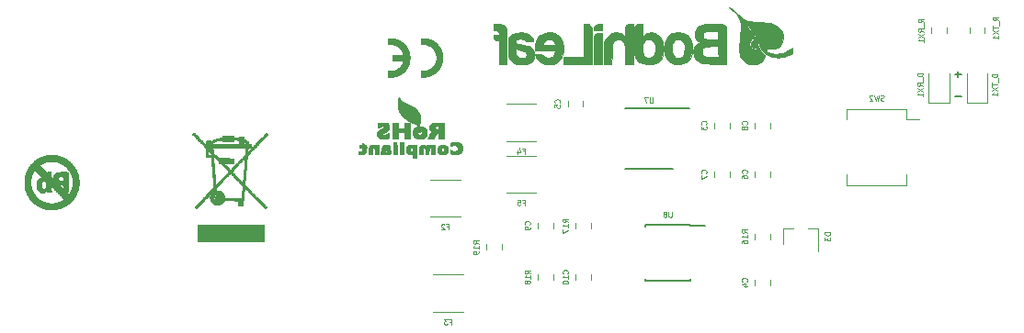
<source format=gbr>
G04 #@! TF.GenerationSoftware,KiCad,Pcbnew,5.0.0-fee4fd1~66~ubuntu16.04.1*
G04 #@! TF.CreationDate,2018-10-18T17:18:02+05:30*
G04 #@! TF.ProjectId,sanjaya,73616E6A6179612E6B696361645F7063,rev?*
G04 #@! TF.SameCoordinates,Original*
G04 #@! TF.FileFunction,Legend,Bot*
G04 #@! TF.FilePolarity,Positive*
%FSLAX46Y46*%
G04 Gerber Fmt 4.6, Leading zero omitted, Abs format (unit mm)*
G04 Created by KiCad (PCBNEW 5.0.0-fee4fd1~66~ubuntu16.04.1) date Thu Oct 18 17:18:02 2018*
%MOMM*%
%LPD*%
G01*
G04 APERTURE LIST*
%ADD10C,0.150000*%
%ADD11C,0.002540*%
%ADD12C,0.120000*%
%ADD13C,0.010000*%
%ADD14C,0.125000*%
G04 APERTURE END LIST*
D10*
X166214285Y-101553571D02*
X166785714Y-101553571D01*
X166214285Y-99553571D02*
X166785714Y-99553571D01*
X166500000Y-99839285D02*
X166500000Y-99267857D01*
D11*
G04 #@! TO.C,G\002A\002A\002A*
G36*
X96490100Y-114942840D02*
X99500000Y-114942840D01*
X102509900Y-114942840D01*
X102509900Y-114188460D01*
X102509900Y-113436620D01*
X99500000Y-113436620D01*
X96490100Y-113436620D01*
X96490100Y-114188460D01*
X96490100Y-114942840D01*
X96490100Y-114942840D01*
G37*
X96490100Y-114942840D02*
X99500000Y-114942840D01*
X102509900Y-114942840D01*
X102509900Y-114188460D01*
X102509900Y-113436620D01*
X99500000Y-113436620D01*
X96490100Y-113436620D01*
X96490100Y-114188460D01*
X96490100Y-114942840D01*
G36*
X95982100Y-105087640D02*
X95989720Y-105097800D01*
X96010040Y-105120660D01*
X96043060Y-105153680D01*
X96083700Y-105196860D01*
X96131960Y-105247660D01*
X96185300Y-105301000D01*
X96203080Y-105318780D01*
X96264040Y-105382280D01*
X96327540Y-105448320D01*
X96391040Y-105511820D01*
X96449460Y-105572780D01*
X96497720Y-105623580D01*
X96535820Y-105661680D01*
X96568840Y-105697240D01*
X96614560Y-105742960D01*
X96670440Y-105801380D01*
X96733940Y-105864880D01*
X96802520Y-105933460D01*
X96871100Y-106004580D01*
X96939680Y-106075700D01*
X97020960Y-106159520D01*
X97089540Y-106228100D01*
X97142880Y-106283980D01*
X97188600Y-106329700D01*
X97221620Y-106365260D01*
X97249560Y-106393200D01*
X97267340Y-106413520D01*
X97280040Y-106426220D01*
X97285120Y-106433840D01*
X97290200Y-106441460D01*
X97287660Y-106444000D01*
X97274960Y-106449080D01*
X97247020Y-106451620D01*
X97236860Y-106454160D01*
X97191140Y-106456700D01*
X97188600Y-106827540D01*
X97186060Y-107198380D01*
X97404500Y-107198380D01*
X97404500Y-107000260D01*
X97407040Y-106827540D01*
X97409580Y-106652280D01*
X97455300Y-106649740D01*
X97470540Y-106647200D01*
X97470540Y-106309380D01*
X97470540Y-106306840D01*
X97483240Y-106299220D01*
X97511180Y-106296680D01*
X97544200Y-106294140D01*
X97579760Y-106294140D01*
X97607700Y-106299220D01*
X97617860Y-106301760D01*
X97622940Y-106314460D01*
X97628020Y-106342400D01*
X97633100Y-106375420D01*
X97635640Y-106408440D01*
X97633100Y-106436380D01*
X97633100Y-106441460D01*
X97625480Y-106451620D01*
X97605160Y-106444000D01*
X97574680Y-106423680D01*
X97536580Y-106390660D01*
X97528960Y-106383040D01*
X97501020Y-106352560D01*
X97480700Y-106327160D01*
X97470540Y-106309380D01*
X97470540Y-106647200D01*
X97503560Y-106647200D01*
X97620400Y-106766580D01*
X97737240Y-106885960D01*
X97737240Y-106944380D01*
X97737240Y-107000260D01*
X97569600Y-107000260D01*
X97404500Y-107000260D01*
X97404500Y-107198380D01*
X97442600Y-107200920D01*
X97699140Y-107203460D01*
X97706760Y-107272040D01*
X97709300Y-107307600D01*
X97714380Y-107360940D01*
X97719460Y-107419360D01*
X97724540Y-107477780D01*
X97724540Y-107485400D01*
X97729620Y-107541280D01*
X97734700Y-107597160D01*
X97737240Y-107645420D01*
X97739780Y-107675900D01*
X97742320Y-107680980D01*
X97744860Y-107714000D01*
X97747400Y-107764800D01*
X97752480Y-107825760D01*
X97757560Y-107889260D01*
X97762640Y-107955300D01*
X97767720Y-108013720D01*
X97772800Y-108061980D01*
X97772800Y-108064520D01*
X97775340Y-108097540D01*
X97777880Y-108145800D01*
X97782960Y-108204220D01*
X97785500Y-108265180D01*
X97788040Y-108280420D01*
X97793120Y-108336300D01*
X97795660Y-108382020D01*
X97798200Y-108417580D01*
X97800740Y-108427740D01*
X97800740Y-105920760D01*
X97803280Y-105900440D01*
X97815980Y-105880120D01*
X97843920Y-105854720D01*
X97849000Y-105849640D01*
X97882020Y-105824240D01*
X97917580Y-105801380D01*
X97940440Y-105788680D01*
X97978540Y-105773440D01*
X98016640Y-105755660D01*
X98021720Y-105753120D01*
X98115700Y-105715020D01*
X98219840Y-105682000D01*
X98341760Y-105651520D01*
X98478920Y-105623580D01*
X98557660Y-105608340D01*
X98603380Y-105600720D01*
X98644020Y-105595640D01*
X98671960Y-105588020D01*
X98682120Y-105588020D01*
X98689740Y-105588020D01*
X98694820Y-105603260D01*
X98699900Y-105633740D01*
X98699900Y-105643900D01*
X98702440Y-105702320D01*
X98898020Y-105702320D01*
X98898020Y-105443240D01*
X99215520Y-105443240D01*
X99530480Y-105443240D01*
X99530480Y-105478800D01*
X99530480Y-105514360D01*
X99218060Y-105511820D01*
X98905640Y-105509280D01*
X98900560Y-105476260D01*
X98898020Y-105443240D01*
X98898020Y-105702320D01*
X99228220Y-105699780D01*
X99751460Y-105697240D01*
X99751460Y-105628660D01*
X99754000Y-105562620D01*
X99794640Y-105562620D01*
X99837820Y-105565160D01*
X99886080Y-105567700D01*
X99936880Y-105572780D01*
X99982600Y-105577860D01*
X100020700Y-105580400D01*
X100046100Y-105585480D01*
X100053720Y-105588020D01*
X100068960Y-105593100D01*
X100099440Y-105598180D01*
X100127380Y-105603260D01*
X100168020Y-105608340D01*
X100206120Y-105613420D01*
X100223900Y-105615960D01*
X100256920Y-105621040D01*
X100256920Y-105786140D01*
X100256920Y-105951240D01*
X99032640Y-105948700D01*
X97803280Y-105946160D01*
X97800740Y-105920760D01*
X97800740Y-108427740D01*
X97803280Y-108440440D01*
X97803280Y-108442980D01*
X97805820Y-108455680D01*
X97808360Y-108483620D01*
X97808360Y-108521720D01*
X97810900Y-108534420D01*
X97810900Y-108582680D01*
X97813440Y-108600460D01*
X97813440Y-106337320D01*
X97815980Y-106311920D01*
X97821060Y-106301760D01*
X97833760Y-106301760D01*
X97864240Y-106299220D01*
X97915040Y-106299220D01*
X97981080Y-106299220D01*
X98062360Y-106296680D01*
X98156340Y-106296680D01*
X98263020Y-106296680D01*
X98379860Y-106296680D01*
X98506860Y-106294140D01*
X98644020Y-106294140D01*
X98786260Y-106294140D01*
X98933580Y-106294140D01*
X99083440Y-106294140D01*
X99238380Y-106294140D01*
X99393320Y-106294140D01*
X99545720Y-106294140D01*
X99698120Y-106294140D01*
X99847980Y-106294140D01*
X99992760Y-106294140D01*
X100132460Y-106296680D01*
X100264540Y-106296680D01*
X100386460Y-106296680D01*
X100475360Y-106296680D01*
X100475360Y-105648980D01*
X100475360Y-105598180D01*
X100477900Y-105565160D01*
X100480440Y-105544840D01*
X100485520Y-105537220D01*
X100490600Y-105537220D01*
X100498220Y-105539760D01*
X100503300Y-105552460D01*
X100505840Y-105575320D01*
X100505840Y-105615960D01*
X100505840Y-105648980D01*
X100505840Y-105694700D01*
X100503300Y-105732800D01*
X100500760Y-105758200D01*
X100500760Y-105768360D01*
X100490600Y-105770900D01*
X100482980Y-105760740D01*
X100477900Y-105732800D01*
X100475360Y-105684540D01*
X100475360Y-105648980D01*
X100475360Y-106296680D01*
X100500760Y-106296680D01*
X100602360Y-106299220D01*
X100691260Y-106299220D01*
X100724280Y-106299220D01*
X100724280Y-105951240D01*
X100724280Y-105857260D01*
X100724280Y-105816620D01*
X100726820Y-105786140D01*
X100729360Y-105765820D01*
X100731900Y-105763280D01*
X100752220Y-105770900D01*
X100782700Y-105786140D01*
X100820800Y-105809000D01*
X100858900Y-105834400D01*
X100891920Y-105859800D01*
X100899540Y-105867420D01*
X100932560Y-105900440D01*
X100950340Y-105923300D01*
X100950340Y-105938540D01*
X100935100Y-105946160D01*
X100902080Y-105951240D01*
X100848740Y-105951240D01*
X100838580Y-105951240D01*
X100724280Y-105951240D01*
X100724280Y-106299220D01*
X100767460Y-106299220D01*
X100825880Y-106301760D01*
X100866520Y-106301760D01*
X100891920Y-106304300D01*
X100894460Y-106304300D01*
X100897000Y-106317000D01*
X100897000Y-106347480D01*
X100894460Y-106393200D01*
X100889380Y-106446540D01*
X100886840Y-106494800D01*
X100881760Y-106558300D01*
X100874140Y-106619260D01*
X100871600Y-106672600D01*
X100866520Y-106713240D01*
X100866520Y-106731020D01*
X100858900Y-106799600D01*
X100853820Y-106852940D01*
X100848740Y-106891040D01*
X100843660Y-106918980D01*
X100836040Y-106939300D01*
X100828420Y-106954540D01*
X100818260Y-106967240D01*
X100803020Y-106982480D01*
X100777620Y-107010420D01*
X100739520Y-107051060D01*
X100691260Y-107101860D01*
X100635380Y-107160280D01*
X100571880Y-107223780D01*
X100505840Y-107294900D01*
X100437260Y-107366020D01*
X100366140Y-107439680D01*
X100295020Y-107513340D01*
X100226440Y-107584460D01*
X100193420Y-107617480D01*
X100145160Y-107668280D01*
X100094360Y-107719080D01*
X100048640Y-107767340D01*
X100010540Y-107807980D01*
X99985140Y-107833380D01*
X99936880Y-107881640D01*
X99883540Y-107937520D01*
X99827660Y-107995940D01*
X99771780Y-108054360D01*
X99713360Y-108115320D01*
X99657480Y-108173740D01*
X99606680Y-108224540D01*
X99560960Y-108272800D01*
X99525400Y-108310900D01*
X99500000Y-108338840D01*
X99484760Y-108354080D01*
X99482220Y-108356620D01*
X99469520Y-108369320D01*
X99466980Y-108371860D01*
X99456820Y-108364240D01*
X99439040Y-108343920D01*
X99408560Y-108315980D01*
X99373000Y-108280420D01*
X99355220Y-108260100D01*
X99314580Y-108219460D01*
X99266320Y-108168660D01*
X99207900Y-108110240D01*
X99149480Y-108049280D01*
X99088520Y-107985780D01*
X99047880Y-107947680D01*
X98997080Y-107894340D01*
X98948820Y-107846080D01*
X98908180Y-107802900D01*
X98877700Y-107769880D01*
X98857380Y-107747020D01*
X98849760Y-107736860D01*
X98857380Y-107734320D01*
X98887860Y-107731780D01*
X98936120Y-107731780D01*
X98999620Y-107729240D01*
X99080900Y-107726700D01*
X99177420Y-107726700D01*
X99289180Y-107724160D01*
X99312040Y-107724160D01*
X99774320Y-107721620D01*
X99774320Y-107508260D01*
X99774320Y-107297440D01*
X99093600Y-107292360D01*
X98412880Y-107289820D01*
X98336680Y-107216160D01*
X98306200Y-107185680D01*
X98263020Y-107142500D01*
X98214760Y-107091700D01*
X98161420Y-107038360D01*
X98108080Y-106985020D01*
X98097920Y-106972320D01*
X97932820Y-106807220D01*
X97932820Y-106634500D01*
X97932820Y-106571000D01*
X97932820Y-106525280D01*
X97930280Y-106492260D01*
X97927740Y-106474480D01*
X97925200Y-106461780D01*
X97917580Y-106456700D01*
X97909960Y-106454160D01*
X97887100Y-106451620D01*
X97876940Y-106451620D01*
X97849000Y-106454160D01*
X97831220Y-106446540D01*
X97823600Y-106426220D01*
X97815980Y-106390660D01*
X97815980Y-106380500D01*
X97813440Y-106337320D01*
X97813440Y-108600460D01*
X97815980Y-108633480D01*
X97818520Y-108671580D01*
X97818520Y-108674120D01*
X97823600Y-108712220D01*
X97828680Y-108760480D01*
X97833760Y-108811280D01*
X97838840Y-108857000D01*
X97841380Y-108895100D01*
X97843920Y-108923040D01*
X97843920Y-108925580D01*
X97846460Y-108950980D01*
X97851540Y-108989080D01*
X97854080Y-109034800D01*
X97856620Y-109067820D01*
X97859160Y-109116080D01*
X97861700Y-109159260D01*
X97864240Y-109194820D01*
X97866780Y-109207520D01*
X97869320Y-109232920D01*
X97871860Y-109273560D01*
X97874400Y-109306580D01*
X97876940Y-109334520D01*
X97882020Y-109380240D01*
X97884560Y-109438660D01*
X97892180Y-109507240D01*
X97892180Y-109535180D01*
X97892180Y-107226320D01*
X97894720Y-107211080D01*
X97899800Y-107203460D01*
X97904880Y-107198380D01*
X97912500Y-107198380D01*
X97925200Y-107195840D01*
X97930280Y-107183140D01*
X97932820Y-107157740D01*
X97932820Y-107150120D01*
X97935360Y-107122180D01*
X97940440Y-107106940D01*
X97942980Y-107104400D01*
X97953140Y-107112020D01*
X97976000Y-107132340D01*
X98006480Y-107162820D01*
X98047120Y-107203460D01*
X98092840Y-107249180D01*
X98141100Y-107299980D01*
X98191900Y-107350780D01*
X98242700Y-107404120D01*
X98288420Y-107454920D01*
X98331600Y-107500640D01*
X98367160Y-107541280D01*
X98395100Y-107571760D01*
X98410340Y-107589540D01*
X98415420Y-107594620D01*
X98417960Y-107620020D01*
X98417960Y-107653040D01*
X98417960Y-107660660D01*
X98415420Y-107688600D01*
X98417960Y-107711460D01*
X98420500Y-107714000D01*
X98433200Y-107721620D01*
X98461140Y-107726700D01*
X98494160Y-107729240D01*
X98562740Y-107731780D01*
X98641480Y-107815600D01*
X98641480Y-107515880D01*
X98646560Y-107513340D01*
X98661800Y-107510800D01*
X98689740Y-107508260D01*
X98727840Y-107505720D01*
X98781180Y-107505720D01*
X98852300Y-107503180D01*
X98938660Y-107503180D01*
X99042800Y-107500640D01*
X99103760Y-107500640D01*
X99197740Y-107500640D01*
X99286640Y-107500640D01*
X99367920Y-107500640D01*
X99439040Y-107500640D01*
X99497460Y-107500640D01*
X99538100Y-107503180D01*
X99563500Y-107503180D01*
X99568580Y-107503180D01*
X99578740Y-107513340D01*
X99576200Y-107518420D01*
X99566040Y-107520960D01*
X99535560Y-107523500D01*
X99492380Y-107526040D01*
X99433960Y-107528580D01*
X99367920Y-107528580D01*
X99291720Y-107531120D01*
X99207900Y-107531120D01*
X99124080Y-107531120D01*
X99040260Y-107531120D01*
X98956440Y-107528580D01*
X98877700Y-107528580D01*
X98806580Y-107526040D01*
X98745620Y-107526040D01*
X98697360Y-107523500D01*
X98661800Y-107520960D01*
X98644020Y-107518420D01*
X98641480Y-107515880D01*
X98641480Y-107815600D01*
X98936120Y-108115320D01*
X99007240Y-108188980D01*
X99075820Y-108260100D01*
X99136780Y-108323600D01*
X99192660Y-108382020D01*
X99238380Y-108430280D01*
X99273940Y-108470920D01*
X99299340Y-108498860D01*
X99312040Y-108514100D01*
X99306960Y-108529340D01*
X99286640Y-108554740D01*
X99258700Y-108587760D01*
X99223140Y-108628400D01*
X99212980Y-108636020D01*
X99177420Y-108674120D01*
X99131700Y-108719840D01*
X99078360Y-108778260D01*
X99019940Y-108839220D01*
X98958980Y-108902720D01*
X98898020Y-108963680D01*
X98842140Y-109024640D01*
X98786260Y-109080520D01*
X98735460Y-109133860D01*
X98689740Y-109179580D01*
X98654180Y-109217680D01*
X98631320Y-109240540D01*
X98628780Y-109243080D01*
X98605920Y-109265940D01*
X98572900Y-109301500D01*
X98529720Y-109344680D01*
X98478920Y-109398020D01*
X98423040Y-109453900D01*
X98364620Y-109514860D01*
X98349380Y-109532640D01*
X98293500Y-109588520D01*
X98242700Y-109641860D01*
X98199520Y-109685040D01*
X98161420Y-109723140D01*
X98136020Y-109748540D01*
X98120780Y-109761240D01*
X98120780Y-109763780D01*
X98115700Y-109753620D01*
X98110620Y-109728220D01*
X98105540Y-109702820D01*
X98100460Y-109646940D01*
X98092840Y-109578360D01*
X98085220Y-109504700D01*
X98077600Y-109433580D01*
X98075060Y-109372620D01*
X98069980Y-109329440D01*
X98064900Y-109273560D01*
X98059820Y-109217680D01*
X98057280Y-109192280D01*
X98052200Y-109136400D01*
X98047120Y-109080520D01*
X98044580Y-109032260D01*
X98042040Y-109014480D01*
X98039500Y-108981460D01*
X98034420Y-108933200D01*
X98029340Y-108872240D01*
X98024260Y-108808740D01*
X98021720Y-108770640D01*
X98016640Y-108707140D01*
X98011560Y-108643640D01*
X98006480Y-108587760D01*
X98001400Y-108544580D01*
X98001400Y-108526800D01*
X97996320Y-108481080D01*
X97993780Y-108437900D01*
X97991240Y-108412500D01*
X97986160Y-108384560D01*
X97983620Y-108341380D01*
X97978540Y-108288040D01*
X97973460Y-108232160D01*
X97973460Y-108229620D01*
X97965840Y-108130560D01*
X97958220Y-108016260D01*
X97948060Y-107896880D01*
X97937900Y-107777500D01*
X97927740Y-107663200D01*
X97917580Y-107559060D01*
X97912500Y-107498100D01*
X97904880Y-107411740D01*
X97899800Y-107343160D01*
X97894720Y-107292360D01*
X97894720Y-107254260D01*
X97892180Y-107226320D01*
X97892180Y-109535180D01*
X97897260Y-109585980D01*
X97902340Y-109664720D01*
X97902340Y-109667260D01*
X97925200Y-109959360D01*
X97892180Y-109997460D01*
X97876940Y-110012700D01*
X97846460Y-110043180D01*
X97808360Y-110083820D01*
X97762640Y-110132080D01*
X97711840Y-110185420D01*
X97655960Y-110241300D01*
X97653420Y-110243840D01*
X97597540Y-110302260D01*
X97539120Y-110363220D01*
X97485780Y-110419100D01*
X97437520Y-110467360D01*
X97396880Y-110508000D01*
X97374020Y-110535940D01*
X97343540Y-110566420D01*
X97302900Y-110607060D01*
X97254640Y-110657860D01*
X97198760Y-110713740D01*
X97142880Y-110772160D01*
X97107320Y-110807720D01*
X97051440Y-110866140D01*
X96995560Y-110924560D01*
X96939680Y-110980440D01*
X96893960Y-111031240D01*
X96855860Y-111071880D01*
X96838080Y-111089660D01*
X96807600Y-111120140D01*
X96766960Y-111165860D01*
X96716160Y-111216660D01*
X96660280Y-111275080D01*
X96604400Y-111336040D01*
X96558680Y-111381760D01*
X96462160Y-111480820D01*
X96380880Y-111564640D01*
X96314840Y-111635760D01*
X96261500Y-111691640D01*
X96220860Y-111734820D01*
X96195460Y-111762760D01*
X96182760Y-111778000D01*
X96180220Y-111780540D01*
X96187840Y-111793240D01*
X96203080Y-111813560D01*
X96228480Y-111838960D01*
X96256420Y-111866900D01*
X96284360Y-111892300D01*
X96307220Y-111910080D01*
X96322460Y-111920240D01*
X96332620Y-111912620D01*
X96352940Y-111894840D01*
X96380880Y-111866900D01*
X96396120Y-111849120D01*
X96424060Y-111821180D01*
X96459620Y-111783080D01*
X96507880Y-111734820D01*
X96558680Y-111681480D01*
X96614560Y-111625600D01*
X96650120Y-111587500D01*
X96708540Y-111529080D01*
X96766960Y-111468120D01*
X96820300Y-111409700D01*
X96871100Y-111358900D01*
X96911740Y-111315720D01*
X96929520Y-111297940D01*
X96962540Y-111262380D01*
X97010800Y-111214120D01*
X97066680Y-111155700D01*
X97130180Y-111087120D01*
X97201300Y-111013460D01*
X97277500Y-110934720D01*
X97356240Y-110853440D01*
X97434980Y-110772160D01*
X97513720Y-110690880D01*
X97587380Y-110614680D01*
X97655960Y-110543560D01*
X97681360Y-110518160D01*
X97729620Y-110467360D01*
X97775340Y-110419100D01*
X97818520Y-110375920D01*
X97854080Y-110337820D01*
X97876940Y-110312420D01*
X97909960Y-110279400D01*
X97935360Y-110261620D01*
X97948060Y-110261620D01*
X97953140Y-110279400D01*
X97953140Y-110292100D01*
X97948060Y-110314960D01*
X97932820Y-110332740D01*
X97907420Y-110350520D01*
X97897260Y-110358140D01*
X97851540Y-110388620D01*
X97803280Y-110431800D01*
X97755020Y-110480060D01*
X97711840Y-110530860D01*
X97678820Y-110576580D01*
X97671200Y-110591820D01*
X97640720Y-110652780D01*
X97617860Y-110701040D01*
X97605160Y-110744220D01*
X97595000Y-110789940D01*
X97592460Y-110840740D01*
X97589920Y-110904240D01*
X97589920Y-110911860D01*
X97595000Y-111005840D01*
X97605160Y-111084580D01*
X97622940Y-111150620D01*
X97648340Y-111206500D01*
X97653420Y-111214120D01*
X97671200Y-111244600D01*
X97681360Y-111267460D01*
X97701680Y-111300480D01*
X97734700Y-111338580D01*
X97777880Y-111381760D01*
X97823600Y-111424940D01*
X97874400Y-111465580D01*
X97920120Y-111498600D01*
X97932820Y-111506220D01*
X97932820Y-110927100D01*
X97935360Y-110889000D01*
X97937900Y-110855980D01*
X97942980Y-110838200D01*
X97953140Y-110807720D01*
X97958220Y-110787400D01*
X97968380Y-110767080D01*
X97991240Y-110736600D01*
X98021720Y-110703580D01*
X98054740Y-110673100D01*
X98085220Y-110647700D01*
X98105540Y-110635000D01*
X98128400Y-110627380D01*
X98130940Y-110624840D01*
X98130940Y-110066040D01*
X98130940Y-110060960D01*
X98133480Y-110053340D01*
X98141100Y-110045720D01*
X98151260Y-110033020D01*
X98163960Y-110015240D01*
X98184280Y-109994920D01*
X98212220Y-109964440D01*
X98245240Y-109928880D01*
X98288420Y-109883160D01*
X98339220Y-109829820D01*
X98400180Y-109766320D01*
X98473840Y-109690120D01*
X98557660Y-109603760D01*
X98654180Y-109502160D01*
X98763400Y-109387860D01*
X98837060Y-109314200D01*
X98915800Y-109230380D01*
X98999620Y-109144020D01*
X99080900Y-109060200D01*
X99157100Y-108981460D01*
X99223140Y-108912880D01*
X99235840Y-108897640D01*
X99291720Y-108841760D01*
X99342520Y-108790960D01*
X99385700Y-108745240D01*
X99423800Y-108709680D01*
X99449200Y-108684280D01*
X99464440Y-108674120D01*
X99466980Y-108671580D01*
X99474600Y-108679200D01*
X99497460Y-108699520D01*
X99527940Y-108732540D01*
X99571120Y-108775720D01*
X99619380Y-108821440D01*
X99619380Y-108516640D01*
X99624460Y-108506480D01*
X99644780Y-108481080D01*
X99677800Y-108442980D01*
X99720980Y-108397260D01*
X99771780Y-108341380D01*
X99830200Y-108280420D01*
X99878460Y-108229620D01*
X100002920Y-108100080D01*
X100114680Y-107983240D01*
X100213740Y-107881640D01*
X100302640Y-107787660D01*
X100383920Y-107706380D01*
X100455040Y-107632720D01*
X100518540Y-107564140D01*
X100559180Y-107526040D01*
X100625220Y-107454920D01*
X100678560Y-107399040D01*
X100721740Y-107355860D01*
X100754760Y-107322840D01*
X100777620Y-107299980D01*
X100792860Y-107284740D01*
X100803020Y-107274580D01*
X100808100Y-107272040D01*
X100810640Y-107272040D01*
X100813180Y-107282200D01*
X100810640Y-107310140D01*
X100808100Y-107350780D01*
X100805560Y-107399040D01*
X100797940Y-107500640D01*
X100792860Y-107581920D01*
X100787780Y-107647960D01*
X100782700Y-107701300D01*
X100780160Y-107739400D01*
X100777620Y-107769880D01*
X100775080Y-107795280D01*
X100772540Y-107813060D01*
X100772540Y-107820680D01*
X100770000Y-107848620D01*
X100764920Y-107891800D01*
X100759840Y-107945140D01*
X100757300Y-108001020D01*
X100754760Y-108008640D01*
X100752220Y-108067060D01*
X100747140Y-108122940D01*
X100742060Y-108173740D01*
X100739520Y-108209300D01*
X100734440Y-108285500D01*
X100726820Y-108356620D01*
X100721740Y-108422660D01*
X100716660Y-108481080D01*
X100711580Y-108524260D01*
X100709040Y-108552200D01*
X100709040Y-108554740D01*
X100706500Y-108577600D01*
X100701420Y-108620780D01*
X100696340Y-108676660D01*
X100691260Y-108740160D01*
X100686180Y-108813820D01*
X100678560Y-108887480D01*
X100676020Y-108925580D01*
X100673480Y-108968760D01*
X100670940Y-109006860D01*
X100665860Y-109029720D01*
X100663320Y-109055120D01*
X100660780Y-109093220D01*
X100655700Y-109138940D01*
X100655700Y-109154180D01*
X100653160Y-109207520D01*
X100648080Y-109263400D01*
X100640460Y-109311660D01*
X100640460Y-109319280D01*
X100635380Y-109367540D01*
X100632840Y-109423420D01*
X100630300Y-109458980D01*
X100630300Y-109502160D01*
X100625220Y-109530100D01*
X100617600Y-109542800D01*
X100609980Y-109545340D01*
X100602360Y-109537720D01*
X100579500Y-109517400D01*
X100546480Y-109484380D01*
X100503300Y-109441200D01*
X100452500Y-109390400D01*
X100396620Y-109331980D01*
X100333120Y-109268480D01*
X100302640Y-109235460D01*
X100228980Y-109159260D01*
X100150240Y-109077980D01*
X100071500Y-108996700D01*
X99992760Y-108917960D01*
X99921640Y-108844300D01*
X99858140Y-108780800D01*
X99809880Y-108732540D01*
X99756540Y-108676660D01*
X99708280Y-108625860D01*
X99670180Y-108582680D01*
X99639700Y-108549660D01*
X99621920Y-108526800D01*
X99619380Y-108516640D01*
X99619380Y-108821440D01*
X99624460Y-108826520D01*
X99682880Y-108887480D01*
X99746380Y-108953520D01*
X99799720Y-109006860D01*
X99875920Y-109085600D01*
X99957200Y-109166880D01*
X100035940Y-109248160D01*
X100114680Y-109326900D01*
X100185800Y-109403100D01*
X100249300Y-109466600D01*
X100302640Y-109519940D01*
X100315340Y-109535180D01*
X100386460Y-109606300D01*
X100444880Y-109667260D01*
X100490600Y-109715520D01*
X100526160Y-109753620D01*
X100554100Y-109781560D01*
X100574420Y-109804420D01*
X100584580Y-109822200D01*
X100592200Y-109837440D01*
X100594740Y-109847600D01*
X100594740Y-109860300D01*
X100594740Y-109873000D01*
X100594740Y-109875540D01*
X100592200Y-109903480D01*
X100587120Y-109949200D01*
X100584580Y-110000000D01*
X100579500Y-110055880D01*
X100579500Y-110060960D01*
X100569340Y-110187960D01*
X100556640Y-110320040D01*
X100543940Y-110464820D01*
X100536320Y-110538480D01*
X100533780Y-110591820D01*
X100528700Y-110645160D01*
X100523620Y-110693420D01*
X100523620Y-110711200D01*
X100518540Y-110754380D01*
X100513460Y-110807720D01*
X100510920Y-110850900D01*
X100508380Y-110891540D01*
X100503300Y-110924560D01*
X100500760Y-110944880D01*
X100500760Y-110947420D01*
X100498220Y-110949960D01*
X100493140Y-110952500D01*
X100485520Y-110955040D01*
X100470280Y-110957580D01*
X100449960Y-110960120D01*
X100422020Y-110960120D01*
X100383920Y-110962660D01*
X100333120Y-110962660D01*
X100272160Y-110962660D01*
X100195960Y-110962660D01*
X100107060Y-110965200D01*
X100000380Y-110965200D01*
X99875920Y-110965200D01*
X99733680Y-110965200D01*
X99705740Y-110965200D01*
X98920880Y-110965200D01*
X98920880Y-110868680D01*
X98918340Y-110825500D01*
X98915800Y-110789940D01*
X98913260Y-110767080D01*
X98910720Y-110762000D01*
X98903100Y-110746760D01*
X98890400Y-110718820D01*
X98877700Y-110685800D01*
X98857380Y-110635000D01*
X98824360Y-110579120D01*
X98788800Y-110523240D01*
X98753240Y-110477520D01*
X98730380Y-110452120D01*
X98694820Y-110424180D01*
X98656720Y-110393700D01*
X98621160Y-110365760D01*
X98593220Y-110345440D01*
X98572900Y-110332740D01*
X98567820Y-110330200D01*
X98550040Y-110327660D01*
X98537340Y-110322580D01*
X98504320Y-110307340D01*
X98461140Y-110289560D01*
X98448440Y-110284480D01*
X98430660Y-110279400D01*
X98395100Y-110276860D01*
X98349380Y-110271780D01*
X98298580Y-110269240D01*
X98293500Y-110269240D01*
X98158880Y-110264160D01*
X98143640Y-110175260D01*
X98138560Y-110132080D01*
X98133480Y-110093980D01*
X98130940Y-110068580D01*
X98130940Y-110066040D01*
X98130940Y-110624840D01*
X98166500Y-110617220D01*
X98209680Y-110612140D01*
X98212220Y-110612140D01*
X98257940Y-110609600D01*
X98296040Y-110612140D01*
X98331600Y-110619760D01*
X98354460Y-110627380D01*
X98392560Y-110642620D01*
X98430660Y-110662940D01*
X98466220Y-110685800D01*
X98491620Y-110708660D01*
X98504320Y-110726440D01*
X98504320Y-110728980D01*
X98511940Y-110744220D01*
X98527180Y-110764540D01*
X98532260Y-110772160D01*
X98552580Y-110800100D01*
X98567820Y-110838200D01*
X98580520Y-110878840D01*
X98588140Y-110916940D01*
X98588140Y-110949960D01*
X98577980Y-110967740D01*
X98577980Y-110970280D01*
X98567820Y-110985520D01*
X98567820Y-110995680D01*
X98560200Y-111013460D01*
X98547500Y-111041400D01*
X98527180Y-111076960D01*
X98524640Y-111084580D01*
X98491620Y-111127760D01*
X98461140Y-111158240D01*
X98425580Y-111183640D01*
X98359540Y-111214120D01*
X98298580Y-111229360D01*
X98237620Y-111229360D01*
X98166500Y-111216660D01*
X98092840Y-111186180D01*
X98029340Y-111143000D01*
X97981080Y-111087120D01*
X97948060Y-111021080D01*
X97932820Y-110944880D01*
X97932820Y-110927100D01*
X97932820Y-111506220D01*
X97955680Y-111516380D01*
X98001400Y-111539240D01*
X98039500Y-111554480D01*
X98072520Y-111567180D01*
X98108080Y-111572260D01*
X98151260Y-111574800D01*
X98207140Y-111577340D01*
X98247780Y-111577340D01*
X98311280Y-111577340D01*
X98357000Y-111574800D01*
X98395100Y-111572260D01*
X98428120Y-111567180D01*
X98463680Y-111554480D01*
X98506860Y-111539240D01*
X98557660Y-111518920D01*
X98593220Y-111501140D01*
X98628780Y-111475740D01*
X98644020Y-111460500D01*
X98669420Y-111440180D01*
X98689740Y-111424940D01*
X98699900Y-111422400D01*
X98712600Y-111414780D01*
X98730380Y-111394460D01*
X98735460Y-111389380D01*
X98755780Y-111361440D01*
X98783720Y-111328420D01*
X98791340Y-111320800D01*
X98816740Y-111285240D01*
X98842140Y-111247140D01*
X98847220Y-111236980D01*
X98865000Y-111206500D01*
X98887860Y-111188720D01*
X98890400Y-111188720D01*
X98905640Y-111186180D01*
X98938660Y-111186180D01*
X98989460Y-111186180D01*
X99055500Y-111183640D01*
X99134240Y-111183640D01*
X99223140Y-111183640D01*
X99322200Y-111183640D01*
X99428880Y-111183640D01*
X99540640Y-111186180D01*
X100168020Y-111188720D01*
X100173100Y-111407160D01*
X100178180Y-111623060D01*
X100371220Y-111623060D01*
X100371220Y-111297940D01*
X100371220Y-111249680D01*
X100376300Y-111214120D01*
X100378840Y-111196340D01*
X100381380Y-111193800D01*
X100386460Y-111203960D01*
X100389000Y-111229360D01*
X100391540Y-111272540D01*
X100391540Y-111297940D01*
X100391540Y-111346200D01*
X100389000Y-111379220D01*
X100383920Y-111399540D01*
X100381380Y-111399540D01*
X100376300Y-111389380D01*
X100373760Y-111363980D01*
X100371220Y-111320800D01*
X100371220Y-111297940D01*
X100371220Y-111623060D01*
X100381380Y-111623060D01*
X100584580Y-111623060D01*
X100589660Y-111404620D01*
X100594740Y-111186180D01*
X100635380Y-111150620D01*
X100658240Y-111127760D01*
X100668400Y-111109980D01*
X100670940Y-111087120D01*
X100668400Y-111084580D01*
X100668400Y-111064260D01*
X100670940Y-111028700D01*
X100673480Y-110977900D01*
X100676020Y-110914400D01*
X100683640Y-110843280D01*
X100688720Y-110769620D01*
X100696340Y-110690880D01*
X100701420Y-110614680D01*
X100709040Y-110546100D01*
X100714120Y-110508000D01*
X100719200Y-110457200D01*
X100724280Y-110393700D01*
X100729360Y-110325120D01*
X100734440Y-110274320D01*
X100742060Y-110182880D01*
X100747140Y-110111760D01*
X100754760Y-110058420D01*
X100757300Y-110025400D01*
X100762380Y-110010160D01*
X100767460Y-110012700D01*
X100782700Y-110025400D01*
X100805560Y-110048260D01*
X100841120Y-110081280D01*
X100886840Y-110127000D01*
X100942720Y-110182880D01*
X101011300Y-110254000D01*
X101092580Y-110335280D01*
X101186560Y-110431800D01*
X101280540Y-110528320D01*
X101465960Y-110718820D01*
X101638680Y-110896620D01*
X101798700Y-111061720D01*
X101943480Y-111211580D01*
X102078100Y-111346200D01*
X102194940Y-111468120D01*
X102301620Y-111574800D01*
X102393060Y-111668780D01*
X102469260Y-111747520D01*
X102532760Y-111811020D01*
X102581020Y-111859280D01*
X102616580Y-111894840D01*
X102636900Y-111915160D01*
X102644520Y-111920240D01*
X102654680Y-111912620D01*
X102675000Y-111894840D01*
X102705480Y-111869440D01*
X102715640Y-111859280D01*
X102746120Y-111831340D01*
X102768980Y-111803400D01*
X102779140Y-111785620D01*
X102781680Y-111783080D01*
X102774060Y-111770380D01*
X102751200Y-111744980D01*
X102715640Y-111704340D01*
X102667380Y-111653540D01*
X102603880Y-111587500D01*
X102527680Y-111508760D01*
X102441320Y-111419860D01*
X102342260Y-111318260D01*
X102230500Y-111206500D01*
X102205100Y-111178560D01*
X102167000Y-111143000D01*
X102123820Y-111094740D01*
X102073020Y-111041400D01*
X102019680Y-110988060D01*
X101986660Y-110952500D01*
X101943480Y-110909320D01*
X101887600Y-110850900D01*
X101821560Y-110782320D01*
X101745360Y-110703580D01*
X101664080Y-110619760D01*
X101575180Y-110530860D01*
X101486280Y-110436880D01*
X101394840Y-110345440D01*
X101305940Y-110251460D01*
X101219580Y-110162560D01*
X101135760Y-110078740D01*
X101059560Y-110002540D01*
X100993520Y-109936500D01*
X100970660Y-109913640D01*
X100785240Y-109725680D01*
X100790320Y-109616460D01*
X100795400Y-109558040D01*
X100800480Y-109492000D01*
X100805560Y-109433580D01*
X100808100Y-109415800D01*
X100810640Y-109382780D01*
X100815720Y-109331980D01*
X100823340Y-109268480D01*
X100828420Y-109192280D01*
X100836040Y-109108460D01*
X100843660Y-109019560D01*
X100851280Y-108928120D01*
X100858900Y-108836680D01*
X100866520Y-108750320D01*
X100874140Y-108669040D01*
X100879220Y-108600460D01*
X100884300Y-108544580D01*
X100886840Y-108506480D01*
X100889380Y-108463300D01*
X100891920Y-108425200D01*
X100897000Y-108397260D01*
X100899540Y-108371860D01*
X100904620Y-108328680D01*
X100909700Y-108272800D01*
X100914780Y-108209300D01*
X100922400Y-108143260D01*
X100927480Y-108072140D01*
X100927480Y-108069600D01*
X100930020Y-108023880D01*
X100935100Y-107980700D01*
X100937640Y-107950220D01*
X100942720Y-107917200D01*
X100945260Y-107874020D01*
X100947800Y-107835920D01*
X100950340Y-107800360D01*
X100952880Y-107754640D01*
X100957960Y-107698760D01*
X100965580Y-107632720D01*
X100973200Y-107548900D01*
X100983360Y-107449840D01*
X100983360Y-107432060D01*
X100988440Y-107376180D01*
X100996060Y-107310140D01*
X101001140Y-107241560D01*
X101006220Y-107198380D01*
X101011300Y-107147580D01*
X101016380Y-107104400D01*
X101018920Y-107071380D01*
X101024000Y-107056140D01*
X101034160Y-107043440D01*
X101054480Y-107020580D01*
X101090040Y-106982480D01*
X101133220Y-106936760D01*
X101186560Y-106880880D01*
X101247520Y-106817380D01*
X101313560Y-106748800D01*
X101382140Y-106675140D01*
X101453260Y-106601480D01*
X101526920Y-106525280D01*
X101590420Y-106459240D01*
X101648840Y-106400820D01*
X101704720Y-106342400D01*
X101755520Y-106291600D01*
X101801240Y-106243340D01*
X101834260Y-106207780D01*
X101859660Y-106182380D01*
X101862200Y-106179840D01*
X101882520Y-106156980D01*
X101915540Y-106123960D01*
X101958720Y-106078240D01*
X102009520Y-106027440D01*
X102062860Y-105969020D01*
X102121280Y-105910600D01*
X102126360Y-105905520D01*
X102192400Y-105836940D01*
X102263520Y-105763280D01*
X102334640Y-105689620D01*
X102403220Y-105618500D01*
X102464180Y-105555000D01*
X102502280Y-105514360D01*
X102555620Y-105458480D01*
X102611500Y-105402600D01*
X102662300Y-105346720D01*
X102710560Y-105298460D01*
X102748660Y-105262900D01*
X102753740Y-105255280D01*
X102794380Y-105217180D01*
X102829940Y-105176540D01*
X102862960Y-105143520D01*
X102880740Y-105123200D01*
X102918840Y-105077480D01*
X102850260Y-105011440D01*
X102819780Y-104980960D01*
X102794380Y-104958100D01*
X102776600Y-104945400D01*
X102771520Y-104945400D01*
X102761360Y-104950480D01*
X102741040Y-104970800D01*
X102708020Y-105003820D01*
X102667380Y-105044460D01*
X102621660Y-105090180D01*
X102581020Y-105133360D01*
X102520060Y-105196860D01*
X102451480Y-105267980D01*
X102375280Y-105346720D01*
X102301620Y-105422920D01*
X102230500Y-105496580D01*
X102197480Y-105529600D01*
X102141600Y-105588020D01*
X102083180Y-105646440D01*
X102032380Y-105702320D01*
X101984120Y-105750580D01*
X101946020Y-105791220D01*
X101923160Y-105816620D01*
X101895220Y-105844560D01*
X101857120Y-105885200D01*
X101808860Y-105933460D01*
X101755520Y-105989340D01*
X101699640Y-106047760D01*
X101648840Y-106101100D01*
X101590420Y-106159520D01*
X101534540Y-106217940D01*
X101483740Y-106271280D01*
X101435480Y-106319540D01*
X101399920Y-106357640D01*
X101377060Y-106383040D01*
X101311020Y-106451620D01*
X101252600Y-106515120D01*
X101196720Y-106571000D01*
X101148460Y-106621800D01*
X101107820Y-106662440D01*
X101077340Y-106690380D01*
X101059560Y-106705620D01*
X101054480Y-106710700D01*
X101049400Y-106700540D01*
X101049400Y-106677680D01*
X101049400Y-106670060D01*
X101051940Y-106644660D01*
X101057020Y-106604020D01*
X101059560Y-106553220D01*
X101062100Y-106512580D01*
X101067180Y-106464320D01*
X101069720Y-106423680D01*
X101074800Y-106393200D01*
X101079880Y-106380500D01*
X101084960Y-106362720D01*
X101082420Y-106352560D01*
X101082420Y-106332240D01*
X101087500Y-106314460D01*
X101092580Y-106306840D01*
X101102740Y-106301760D01*
X101117980Y-106296680D01*
X101143380Y-106294140D01*
X101181480Y-106294140D01*
X101237360Y-106294140D01*
X101250060Y-106294140D01*
X101399920Y-106294140D01*
X101399920Y-106123960D01*
X101399920Y-105951240D01*
X101278000Y-105948700D01*
X101156080Y-105946160D01*
X101148460Y-105900440D01*
X101143380Y-105864880D01*
X101133220Y-105834400D01*
X101130680Y-105826780D01*
X101110360Y-105801380D01*
X101082420Y-105768360D01*
X101044320Y-105732800D01*
X101006220Y-105699780D01*
X100968120Y-105669300D01*
X100932560Y-105643900D01*
X100907160Y-105631200D01*
X100899540Y-105628660D01*
X100879220Y-105623580D01*
X100863980Y-105608340D01*
X100843660Y-105593100D01*
X100825880Y-105588020D01*
X100805560Y-105582940D01*
X100775080Y-105572780D01*
X100764920Y-105567700D01*
X100724280Y-105547380D01*
X100724280Y-105443240D01*
X100724280Y-105339100D01*
X100490600Y-105339100D01*
X100256920Y-105339100D01*
X100256920Y-105382280D01*
X100256920Y-105425460D01*
X100190880Y-105417840D01*
X100152780Y-105412760D01*
X100114680Y-105405140D01*
X100096900Y-105402600D01*
X100074040Y-105397520D01*
X100035940Y-105392440D01*
X99987680Y-105387360D01*
X99934340Y-105382280D01*
X99919100Y-105379740D01*
X99865760Y-105374660D01*
X99820040Y-105369580D01*
X99784480Y-105361960D01*
X99764160Y-105356880D01*
X99761620Y-105356880D01*
X99751460Y-105336560D01*
X99748920Y-105298460D01*
X99748920Y-105288300D01*
X99754000Y-105229880D01*
X99230760Y-105229880D01*
X98707520Y-105229880D01*
X98702440Y-105306080D01*
X98697360Y-105382280D01*
X98651640Y-105397520D01*
X98621160Y-105405140D01*
X98575440Y-105412760D01*
X98527180Y-105420380D01*
X98517020Y-105420380D01*
X98463680Y-105430540D01*
X98402720Y-105440700D01*
X98334140Y-105455940D01*
X98265560Y-105471180D01*
X98199520Y-105488960D01*
X98138560Y-105504200D01*
X98090300Y-105519440D01*
X98054740Y-105532140D01*
X98044580Y-105537220D01*
X98021720Y-105544840D01*
X98011560Y-105547380D01*
X97991240Y-105549920D01*
X97963300Y-105562620D01*
X97950600Y-105567700D01*
X97922660Y-105580400D01*
X97897260Y-105588020D01*
X97892180Y-105588020D01*
X97871860Y-105595640D01*
X97856620Y-105608340D01*
X97838840Y-105623580D01*
X97826140Y-105628660D01*
X97813440Y-105633740D01*
X97790580Y-105648980D01*
X97772800Y-105661680D01*
X97724540Y-105692160D01*
X97655960Y-105659140D01*
X97577220Y-105628660D01*
X97506100Y-105618500D01*
X97437520Y-105628660D01*
X97401960Y-105641360D01*
X97341000Y-105676920D01*
X97295280Y-105715020D01*
X97257180Y-105768360D01*
X97249560Y-105783600D01*
X97226700Y-105831860D01*
X97216540Y-105877580D01*
X97221620Y-105928380D01*
X97239400Y-105986800D01*
X97249560Y-106012200D01*
X97267340Y-106055380D01*
X97282580Y-106083320D01*
X97302900Y-106103640D01*
X97328300Y-106121420D01*
X97328300Y-106123960D01*
X97363860Y-106149360D01*
X97381640Y-106174760D01*
X97381640Y-106202700D01*
X97379100Y-106207780D01*
X97371480Y-106210320D01*
X97358780Y-106200160D01*
X97333380Y-106179840D01*
X97297820Y-106146820D01*
X97252100Y-106096020D01*
X97249560Y-106096020D01*
X97216540Y-106057920D01*
X97168280Y-106009660D01*
X97109860Y-105948700D01*
X97046360Y-105885200D01*
X96977780Y-105814080D01*
X96906660Y-105742960D01*
X96838080Y-105671840D01*
X96766960Y-105600720D01*
X96695840Y-105527060D01*
X96627260Y-105458480D01*
X96563760Y-105392440D01*
X96505340Y-105331480D01*
X96457080Y-105283220D01*
X96421520Y-105245120D01*
X96347860Y-105166380D01*
X96281820Y-105100340D01*
X96225940Y-105041920D01*
X96180220Y-104998740D01*
X96147200Y-104965720D01*
X96124340Y-104947940D01*
X96119260Y-104945400D01*
X96106560Y-104950480D01*
X96086240Y-104970800D01*
X96058300Y-104996200D01*
X96032900Y-105024140D01*
X96007500Y-105052080D01*
X95989720Y-105074940D01*
X95982100Y-105087640D01*
X95982100Y-105087640D01*
G37*
X95982100Y-105087640D02*
X95989720Y-105097800D01*
X96010040Y-105120660D01*
X96043060Y-105153680D01*
X96083700Y-105196860D01*
X96131960Y-105247660D01*
X96185300Y-105301000D01*
X96203080Y-105318780D01*
X96264040Y-105382280D01*
X96327540Y-105448320D01*
X96391040Y-105511820D01*
X96449460Y-105572780D01*
X96497720Y-105623580D01*
X96535820Y-105661680D01*
X96568840Y-105697240D01*
X96614560Y-105742960D01*
X96670440Y-105801380D01*
X96733940Y-105864880D01*
X96802520Y-105933460D01*
X96871100Y-106004580D01*
X96939680Y-106075700D01*
X97020960Y-106159520D01*
X97089540Y-106228100D01*
X97142880Y-106283980D01*
X97188600Y-106329700D01*
X97221620Y-106365260D01*
X97249560Y-106393200D01*
X97267340Y-106413520D01*
X97280040Y-106426220D01*
X97285120Y-106433840D01*
X97290200Y-106441460D01*
X97287660Y-106444000D01*
X97274960Y-106449080D01*
X97247020Y-106451620D01*
X97236860Y-106454160D01*
X97191140Y-106456700D01*
X97188600Y-106827540D01*
X97186060Y-107198380D01*
X97404500Y-107198380D01*
X97404500Y-107000260D01*
X97407040Y-106827540D01*
X97409580Y-106652280D01*
X97455300Y-106649740D01*
X97470540Y-106647200D01*
X97470540Y-106309380D01*
X97470540Y-106306840D01*
X97483240Y-106299220D01*
X97511180Y-106296680D01*
X97544200Y-106294140D01*
X97579760Y-106294140D01*
X97607700Y-106299220D01*
X97617860Y-106301760D01*
X97622940Y-106314460D01*
X97628020Y-106342400D01*
X97633100Y-106375420D01*
X97635640Y-106408440D01*
X97633100Y-106436380D01*
X97633100Y-106441460D01*
X97625480Y-106451620D01*
X97605160Y-106444000D01*
X97574680Y-106423680D01*
X97536580Y-106390660D01*
X97528960Y-106383040D01*
X97501020Y-106352560D01*
X97480700Y-106327160D01*
X97470540Y-106309380D01*
X97470540Y-106647200D01*
X97503560Y-106647200D01*
X97620400Y-106766580D01*
X97737240Y-106885960D01*
X97737240Y-106944380D01*
X97737240Y-107000260D01*
X97569600Y-107000260D01*
X97404500Y-107000260D01*
X97404500Y-107198380D01*
X97442600Y-107200920D01*
X97699140Y-107203460D01*
X97706760Y-107272040D01*
X97709300Y-107307600D01*
X97714380Y-107360940D01*
X97719460Y-107419360D01*
X97724540Y-107477780D01*
X97724540Y-107485400D01*
X97729620Y-107541280D01*
X97734700Y-107597160D01*
X97737240Y-107645420D01*
X97739780Y-107675900D01*
X97742320Y-107680980D01*
X97744860Y-107714000D01*
X97747400Y-107764800D01*
X97752480Y-107825760D01*
X97757560Y-107889260D01*
X97762640Y-107955300D01*
X97767720Y-108013720D01*
X97772800Y-108061980D01*
X97772800Y-108064520D01*
X97775340Y-108097540D01*
X97777880Y-108145800D01*
X97782960Y-108204220D01*
X97785500Y-108265180D01*
X97788040Y-108280420D01*
X97793120Y-108336300D01*
X97795660Y-108382020D01*
X97798200Y-108417580D01*
X97800740Y-108427740D01*
X97800740Y-105920760D01*
X97803280Y-105900440D01*
X97815980Y-105880120D01*
X97843920Y-105854720D01*
X97849000Y-105849640D01*
X97882020Y-105824240D01*
X97917580Y-105801380D01*
X97940440Y-105788680D01*
X97978540Y-105773440D01*
X98016640Y-105755660D01*
X98021720Y-105753120D01*
X98115700Y-105715020D01*
X98219840Y-105682000D01*
X98341760Y-105651520D01*
X98478920Y-105623580D01*
X98557660Y-105608340D01*
X98603380Y-105600720D01*
X98644020Y-105595640D01*
X98671960Y-105588020D01*
X98682120Y-105588020D01*
X98689740Y-105588020D01*
X98694820Y-105603260D01*
X98699900Y-105633740D01*
X98699900Y-105643900D01*
X98702440Y-105702320D01*
X98898020Y-105702320D01*
X98898020Y-105443240D01*
X99215520Y-105443240D01*
X99530480Y-105443240D01*
X99530480Y-105478800D01*
X99530480Y-105514360D01*
X99218060Y-105511820D01*
X98905640Y-105509280D01*
X98900560Y-105476260D01*
X98898020Y-105443240D01*
X98898020Y-105702320D01*
X99228220Y-105699780D01*
X99751460Y-105697240D01*
X99751460Y-105628660D01*
X99754000Y-105562620D01*
X99794640Y-105562620D01*
X99837820Y-105565160D01*
X99886080Y-105567700D01*
X99936880Y-105572780D01*
X99982600Y-105577860D01*
X100020700Y-105580400D01*
X100046100Y-105585480D01*
X100053720Y-105588020D01*
X100068960Y-105593100D01*
X100099440Y-105598180D01*
X100127380Y-105603260D01*
X100168020Y-105608340D01*
X100206120Y-105613420D01*
X100223900Y-105615960D01*
X100256920Y-105621040D01*
X100256920Y-105786140D01*
X100256920Y-105951240D01*
X99032640Y-105948700D01*
X97803280Y-105946160D01*
X97800740Y-105920760D01*
X97800740Y-108427740D01*
X97803280Y-108440440D01*
X97803280Y-108442980D01*
X97805820Y-108455680D01*
X97808360Y-108483620D01*
X97808360Y-108521720D01*
X97810900Y-108534420D01*
X97810900Y-108582680D01*
X97813440Y-108600460D01*
X97813440Y-106337320D01*
X97815980Y-106311920D01*
X97821060Y-106301760D01*
X97833760Y-106301760D01*
X97864240Y-106299220D01*
X97915040Y-106299220D01*
X97981080Y-106299220D01*
X98062360Y-106296680D01*
X98156340Y-106296680D01*
X98263020Y-106296680D01*
X98379860Y-106296680D01*
X98506860Y-106294140D01*
X98644020Y-106294140D01*
X98786260Y-106294140D01*
X98933580Y-106294140D01*
X99083440Y-106294140D01*
X99238380Y-106294140D01*
X99393320Y-106294140D01*
X99545720Y-106294140D01*
X99698120Y-106294140D01*
X99847980Y-106294140D01*
X99992760Y-106294140D01*
X100132460Y-106296680D01*
X100264540Y-106296680D01*
X100386460Y-106296680D01*
X100475360Y-106296680D01*
X100475360Y-105648980D01*
X100475360Y-105598180D01*
X100477900Y-105565160D01*
X100480440Y-105544840D01*
X100485520Y-105537220D01*
X100490600Y-105537220D01*
X100498220Y-105539760D01*
X100503300Y-105552460D01*
X100505840Y-105575320D01*
X100505840Y-105615960D01*
X100505840Y-105648980D01*
X100505840Y-105694700D01*
X100503300Y-105732800D01*
X100500760Y-105758200D01*
X100500760Y-105768360D01*
X100490600Y-105770900D01*
X100482980Y-105760740D01*
X100477900Y-105732800D01*
X100475360Y-105684540D01*
X100475360Y-105648980D01*
X100475360Y-106296680D01*
X100500760Y-106296680D01*
X100602360Y-106299220D01*
X100691260Y-106299220D01*
X100724280Y-106299220D01*
X100724280Y-105951240D01*
X100724280Y-105857260D01*
X100724280Y-105816620D01*
X100726820Y-105786140D01*
X100729360Y-105765820D01*
X100731900Y-105763280D01*
X100752220Y-105770900D01*
X100782700Y-105786140D01*
X100820800Y-105809000D01*
X100858900Y-105834400D01*
X100891920Y-105859800D01*
X100899540Y-105867420D01*
X100932560Y-105900440D01*
X100950340Y-105923300D01*
X100950340Y-105938540D01*
X100935100Y-105946160D01*
X100902080Y-105951240D01*
X100848740Y-105951240D01*
X100838580Y-105951240D01*
X100724280Y-105951240D01*
X100724280Y-106299220D01*
X100767460Y-106299220D01*
X100825880Y-106301760D01*
X100866520Y-106301760D01*
X100891920Y-106304300D01*
X100894460Y-106304300D01*
X100897000Y-106317000D01*
X100897000Y-106347480D01*
X100894460Y-106393200D01*
X100889380Y-106446540D01*
X100886840Y-106494800D01*
X100881760Y-106558300D01*
X100874140Y-106619260D01*
X100871600Y-106672600D01*
X100866520Y-106713240D01*
X100866520Y-106731020D01*
X100858900Y-106799600D01*
X100853820Y-106852940D01*
X100848740Y-106891040D01*
X100843660Y-106918980D01*
X100836040Y-106939300D01*
X100828420Y-106954540D01*
X100818260Y-106967240D01*
X100803020Y-106982480D01*
X100777620Y-107010420D01*
X100739520Y-107051060D01*
X100691260Y-107101860D01*
X100635380Y-107160280D01*
X100571880Y-107223780D01*
X100505840Y-107294900D01*
X100437260Y-107366020D01*
X100366140Y-107439680D01*
X100295020Y-107513340D01*
X100226440Y-107584460D01*
X100193420Y-107617480D01*
X100145160Y-107668280D01*
X100094360Y-107719080D01*
X100048640Y-107767340D01*
X100010540Y-107807980D01*
X99985140Y-107833380D01*
X99936880Y-107881640D01*
X99883540Y-107937520D01*
X99827660Y-107995940D01*
X99771780Y-108054360D01*
X99713360Y-108115320D01*
X99657480Y-108173740D01*
X99606680Y-108224540D01*
X99560960Y-108272800D01*
X99525400Y-108310900D01*
X99500000Y-108338840D01*
X99484760Y-108354080D01*
X99482220Y-108356620D01*
X99469520Y-108369320D01*
X99466980Y-108371860D01*
X99456820Y-108364240D01*
X99439040Y-108343920D01*
X99408560Y-108315980D01*
X99373000Y-108280420D01*
X99355220Y-108260100D01*
X99314580Y-108219460D01*
X99266320Y-108168660D01*
X99207900Y-108110240D01*
X99149480Y-108049280D01*
X99088520Y-107985780D01*
X99047880Y-107947680D01*
X98997080Y-107894340D01*
X98948820Y-107846080D01*
X98908180Y-107802900D01*
X98877700Y-107769880D01*
X98857380Y-107747020D01*
X98849760Y-107736860D01*
X98857380Y-107734320D01*
X98887860Y-107731780D01*
X98936120Y-107731780D01*
X98999620Y-107729240D01*
X99080900Y-107726700D01*
X99177420Y-107726700D01*
X99289180Y-107724160D01*
X99312040Y-107724160D01*
X99774320Y-107721620D01*
X99774320Y-107508260D01*
X99774320Y-107297440D01*
X99093600Y-107292360D01*
X98412880Y-107289820D01*
X98336680Y-107216160D01*
X98306200Y-107185680D01*
X98263020Y-107142500D01*
X98214760Y-107091700D01*
X98161420Y-107038360D01*
X98108080Y-106985020D01*
X98097920Y-106972320D01*
X97932820Y-106807220D01*
X97932820Y-106634500D01*
X97932820Y-106571000D01*
X97932820Y-106525280D01*
X97930280Y-106492260D01*
X97927740Y-106474480D01*
X97925200Y-106461780D01*
X97917580Y-106456700D01*
X97909960Y-106454160D01*
X97887100Y-106451620D01*
X97876940Y-106451620D01*
X97849000Y-106454160D01*
X97831220Y-106446540D01*
X97823600Y-106426220D01*
X97815980Y-106390660D01*
X97815980Y-106380500D01*
X97813440Y-106337320D01*
X97813440Y-108600460D01*
X97815980Y-108633480D01*
X97818520Y-108671580D01*
X97818520Y-108674120D01*
X97823600Y-108712220D01*
X97828680Y-108760480D01*
X97833760Y-108811280D01*
X97838840Y-108857000D01*
X97841380Y-108895100D01*
X97843920Y-108923040D01*
X97843920Y-108925580D01*
X97846460Y-108950980D01*
X97851540Y-108989080D01*
X97854080Y-109034800D01*
X97856620Y-109067820D01*
X97859160Y-109116080D01*
X97861700Y-109159260D01*
X97864240Y-109194820D01*
X97866780Y-109207520D01*
X97869320Y-109232920D01*
X97871860Y-109273560D01*
X97874400Y-109306580D01*
X97876940Y-109334520D01*
X97882020Y-109380240D01*
X97884560Y-109438660D01*
X97892180Y-109507240D01*
X97892180Y-109535180D01*
X97892180Y-107226320D01*
X97894720Y-107211080D01*
X97899800Y-107203460D01*
X97904880Y-107198380D01*
X97912500Y-107198380D01*
X97925200Y-107195840D01*
X97930280Y-107183140D01*
X97932820Y-107157740D01*
X97932820Y-107150120D01*
X97935360Y-107122180D01*
X97940440Y-107106940D01*
X97942980Y-107104400D01*
X97953140Y-107112020D01*
X97976000Y-107132340D01*
X98006480Y-107162820D01*
X98047120Y-107203460D01*
X98092840Y-107249180D01*
X98141100Y-107299980D01*
X98191900Y-107350780D01*
X98242700Y-107404120D01*
X98288420Y-107454920D01*
X98331600Y-107500640D01*
X98367160Y-107541280D01*
X98395100Y-107571760D01*
X98410340Y-107589540D01*
X98415420Y-107594620D01*
X98417960Y-107620020D01*
X98417960Y-107653040D01*
X98417960Y-107660660D01*
X98415420Y-107688600D01*
X98417960Y-107711460D01*
X98420500Y-107714000D01*
X98433200Y-107721620D01*
X98461140Y-107726700D01*
X98494160Y-107729240D01*
X98562740Y-107731780D01*
X98641480Y-107815600D01*
X98641480Y-107515880D01*
X98646560Y-107513340D01*
X98661800Y-107510800D01*
X98689740Y-107508260D01*
X98727840Y-107505720D01*
X98781180Y-107505720D01*
X98852300Y-107503180D01*
X98938660Y-107503180D01*
X99042800Y-107500640D01*
X99103760Y-107500640D01*
X99197740Y-107500640D01*
X99286640Y-107500640D01*
X99367920Y-107500640D01*
X99439040Y-107500640D01*
X99497460Y-107500640D01*
X99538100Y-107503180D01*
X99563500Y-107503180D01*
X99568580Y-107503180D01*
X99578740Y-107513340D01*
X99576200Y-107518420D01*
X99566040Y-107520960D01*
X99535560Y-107523500D01*
X99492380Y-107526040D01*
X99433960Y-107528580D01*
X99367920Y-107528580D01*
X99291720Y-107531120D01*
X99207900Y-107531120D01*
X99124080Y-107531120D01*
X99040260Y-107531120D01*
X98956440Y-107528580D01*
X98877700Y-107528580D01*
X98806580Y-107526040D01*
X98745620Y-107526040D01*
X98697360Y-107523500D01*
X98661800Y-107520960D01*
X98644020Y-107518420D01*
X98641480Y-107515880D01*
X98641480Y-107815600D01*
X98936120Y-108115320D01*
X99007240Y-108188980D01*
X99075820Y-108260100D01*
X99136780Y-108323600D01*
X99192660Y-108382020D01*
X99238380Y-108430280D01*
X99273940Y-108470920D01*
X99299340Y-108498860D01*
X99312040Y-108514100D01*
X99306960Y-108529340D01*
X99286640Y-108554740D01*
X99258700Y-108587760D01*
X99223140Y-108628400D01*
X99212980Y-108636020D01*
X99177420Y-108674120D01*
X99131700Y-108719840D01*
X99078360Y-108778260D01*
X99019940Y-108839220D01*
X98958980Y-108902720D01*
X98898020Y-108963680D01*
X98842140Y-109024640D01*
X98786260Y-109080520D01*
X98735460Y-109133860D01*
X98689740Y-109179580D01*
X98654180Y-109217680D01*
X98631320Y-109240540D01*
X98628780Y-109243080D01*
X98605920Y-109265940D01*
X98572900Y-109301500D01*
X98529720Y-109344680D01*
X98478920Y-109398020D01*
X98423040Y-109453900D01*
X98364620Y-109514860D01*
X98349380Y-109532640D01*
X98293500Y-109588520D01*
X98242700Y-109641860D01*
X98199520Y-109685040D01*
X98161420Y-109723140D01*
X98136020Y-109748540D01*
X98120780Y-109761240D01*
X98120780Y-109763780D01*
X98115700Y-109753620D01*
X98110620Y-109728220D01*
X98105540Y-109702820D01*
X98100460Y-109646940D01*
X98092840Y-109578360D01*
X98085220Y-109504700D01*
X98077600Y-109433580D01*
X98075060Y-109372620D01*
X98069980Y-109329440D01*
X98064900Y-109273560D01*
X98059820Y-109217680D01*
X98057280Y-109192280D01*
X98052200Y-109136400D01*
X98047120Y-109080520D01*
X98044580Y-109032260D01*
X98042040Y-109014480D01*
X98039500Y-108981460D01*
X98034420Y-108933200D01*
X98029340Y-108872240D01*
X98024260Y-108808740D01*
X98021720Y-108770640D01*
X98016640Y-108707140D01*
X98011560Y-108643640D01*
X98006480Y-108587760D01*
X98001400Y-108544580D01*
X98001400Y-108526800D01*
X97996320Y-108481080D01*
X97993780Y-108437900D01*
X97991240Y-108412500D01*
X97986160Y-108384560D01*
X97983620Y-108341380D01*
X97978540Y-108288040D01*
X97973460Y-108232160D01*
X97973460Y-108229620D01*
X97965840Y-108130560D01*
X97958220Y-108016260D01*
X97948060Y-107896880D01*
X97937900Y-107777500D01*
X97927740Y-107663200D01*
X97917580Y-107559060D01*
X97912500Y-107498100D01*
X97904880Y-107411740D01*
X97899800Y-107343160D01*
X97894720Y-107292360D01*
X97894720Y-107254260D01*
X97892180Y-107226320D01*
X97892180Y-109535180D01*
X97897260Y-109585980D01*
X97902340Y-109664720D01*
X97902340Y-109667260D01*
X97925200Y-109959360D01*
X97892180Y-109997460D01*
X97876940Y-110012700D01*
X97846460Y-110043180D01*
X97808360Y-110083820D01*
X97762640Y-110132080D01*
X97711840Y-110185420D01*
X97655960Y-110241300D01*
X97653420Y-110243840D01*
X97597540Y-110302260D01*
X97539120Y-110363220D01*
X97485780Y-110419100D01*
X97437520Y-110467360D01*
X97396880Y-110508000D01*
X97374020Y-110535940D01*
X97343540Y-110566420D01*
X97302900Y-110607060D01*
X97254640Y-110657860D01*
X97198760Y-110713740D01*
X97142880Y-110772160D01*
X97107320Y-110807720D01*
X97051440Y-110866140D01*
X96995560Y-110924560D01*
X96939680Y-110980440D01*
X96893960Y-111031240D01*
X96855860Y-111071880D01*
X96838080Y-111089660D01*
X96807600Y-111120140D01*
X96766960Y-111165860D01*
X96716160Y-111216660D01*
X96660280Y-111275080D01*
X96604400Y-111336040D01*
X96558680Y-111381760D01*
X96462160Y-111480820D01*
X96380880Y-111564640D01*
X96314840Y-111635760D01*
X96261500Y-111691640D01*
X96220860Y-111734820D01*
X96195460Y-111762760D01*
X96182760Y-111778000D01*
X96180220Y-111780540D01*
X96187840Y-111793240D01*
X96203080Y-111813560D01*
X96228480Y-111838960D01*
X96256420Y-111866900D01*
X96284360Y-111892300D01*
X96307220Y-111910080D01*
X96322460Y-111920240D01*
X96332620Y-111912620D01*
X96352940Y-111894840D01*
X96380880Y-111866900D01*
X96396120Y-111849120D01*
X96424060Y-111821180D01*
X96459620Y-111783080D01*
X96507880Y-111734820D01*
X96558680Y-111681480D01*
X96614560Y-111625600D01*
X96650120Y-111587500D01*
X96708540Y-111529080D01*
X96766960Y-111468120D01*
X96820300Y-111409700D01*
X96871100Y-111358900D01*
X96911740Y-111315720D01*
X96929520Y-111297940D01*
X96962540Y-111262380D01*
X97010800Y-111214120D01*
X97066680Y-111155700D01*
X97130180Y-111087120D01*
X97201300Y-111013460D01*
X97277500Y-110934720D01*
X97356240Y-110853440D01*
X97434980Y-110772160D01*
X97513720Y-110690880D01*
X97587380Y-110614680D01*
X97655960Y-110543560D01*
X97681360Y-110518160D01*
X97729620Y-110467360D01*
X97775340Y-110419100D01*
X97818520Y-110375920D01*
X97854080Y-110337820D01*
X97876940Y-110312420D01*
X97909960Y-110279400D01*
X97935360Y-110261620D01*
X97948060Y-110261620D01*
X97953140Y-110279400D01*
X97953140Y-110292100D01*
X97948060Y-110314960D01*
X97932820Y-110332740D01*
X97907420Y-110350520D01*
X97897260Y-110358140D01*
X97851540Y-110388620D01*
X97803280Y-110431800D01*
X97755020Y-110480060D01*
X97711840Y-110530860D01*
X97678820Y-110576580D01*
X97671200Y-110591820D01*
X97640720Y-110652780D01*
X97617860Y-110701040D01*
X97605160Y-110744220D01*
X97595000Y-110789940D01*
X97592460Y-110840740D01*
X97589920Y-110904240D01*
X97589920Y-110911860D01*
X97595000Y-111005840D01*
X97605160Y-111084580D01*
X97622940Y-111150620D01*
X97648340Y-111206500D01*
X97653420Y-111214120D01*
X97671200Y-111244600D01*
X97681360Y-111267460D01*
X97701680Y-111300480D01*
X97734700Y-111338580D01*
X97777880Y-111381760D01*
X97823600Y-111424940D01*
X97874400Y-111465580D01*
X97920120Y-111498600D01*
X97932820Y-111506220D01*
X97932820Y-110927100D01*
X97935360Y-110889000D01*
X97937900Y-110855980D01*
X97942980Y-110838200D01*
X97953140Y-110807720D01*
X97958220Y-110787400D01*
X97968380Y-110767080D01*
X97991240Y-110736600D01*
X98021720Y-110703580D01*
X98054740Y-110673100D01*
X98085220Y-110647700D01*
X98105540Y-110635000D01*
X98128400Y-110627380D01*
X98130940Y-110624840D01*
X98130940Y-110066040D01*
X98130940Y-110060960D01*
X98133480Y-110053340D01*
X98141100Y-110045720D01*
X98151260Y-110033020D01*
X98163960Y-110015240D01*
X98184280Y-109994920D01*
X98212220Y-109964440D01*
X98245240Y-109928880D01*
X98288420Y-109883160D01*
X98339220Y-109829820D01*
X98400180Y-109766320D01*
X98473840Y-109690120D01*
X98557660Y-109603760D01*
X98654180Y-109502160D01*
X98763400Y-109387860D01*
X98837060Y-109314200D01*
X98915800Y-109230380D01*
X98999620Y-109144020D01*
X99080900Y-109060200D01*
X99157100Y-108981460D01*
X99223140Y-108912880D01*
X99235840Y-108897640D01*
X99291720Y-108841760D01*
X99342520Y-108790960D01*
X99385700Y-108745240D01*
X99423800Y-108709680D01*
X99449200Y-108684280D01*
X99464440Y-108674120D01*
X99466980Y-108671580D01*
X99474600Y-108679200D01*
X99497460Y-108699520D01*
X99527940Y-108732540D01*
X99571120Y-108775720D01*
X99619380Y-108821440D01*
X99619380Y-108516640D01*
X99624460Y-108506480D01*
X99644780Y-108481080D01*
X99677800Y-108442980D01*
X99720980Y-108397260D01*
X99771780Y-108341380D01*
X99830200Y-108280420D01*
X99878460Y-108229620D01*
X100002920Y-108100080D01*
X100114680Y-107983240D01*
X100213740Y-107881640D01*
X100302640Y-107787660D01*
X100383920Y-107706380D01*
X100455040Y-107632720D01*
X100518540Y-107564140D01*
X100559180Y-107526040D01*
X100625220Y-107454920D01*
X100678560Y-107399040D01*
X100721740Y-107355860D01*
X100754760Y-107322840D01*
X100777620Y-107299980D01*
X100792860Y-107284740D01*
X100803020Y-107274580D01*
X100808100Y-107272040D01*
X100810640Y-107272040D01*
X100813180Y-107282200D01*
X100810640Y-107310140D01*
X100808100Y-107350780D01*
X100805560Y-107399040D01*
X100797940Y-107500640D01*
X100792860Y-107581920D01*
X100787780Y-107647960D01*
X100782700Y-107701300D01*
X100780160Y-107739400D01*
X100777620Y-107769880D01*
X100775080Y-107795280D01*
X100772540Y-107813060D01*
X100772540Y-107820680D01*
X100770000Y-107848620D01*
X100764920Y-107891800D01*
X100759840Y-107945140D01*
X100757300Y-108001020D01*
X100754760Y-108008640D01*
X100752220Y-108067060D01*
X100747140Y-108122940D01*
X100742060Y-108173740D01*
X100739520Y-108209300D01*
X100734440Y-108285500D01*
X100726820Y-108356620D01*
X100721740Y-108422660D01*
X100716660Y-108481080D01*
X100711580Y-108524260D01*
X100709040Y-108552200D01*
X100709040Y-108554740D01*
X100706500Y-108577600D01*
X100701420Y-108620780D01*
X100696340Y-108676660D01*
X100691260Y-108740160D01*
X100686180Y-108813820D01*
X100678560Y-108887480D01*
X100676020Y-108925580D01*
X100673480Y-108968760D01*
X100670940Y-109006860D01*
X100665860Y-109029720D01*
X100663320Y-109055120D01*
X100660780Y-109093220D01*
X100655700Y-109138940D01*
X100655700Y-109154180D01*
X100653160Y-109207520D01*
X100648080Y-109263400D01*
X100640460Y-109311660D01*
X100640460Y-109319280D01*
X100635380Y-109367540D01*
X100632840Y-109423420D01*
X100630300Y-109458980D01*
X100630300Y-109502160D01*
X100625220Y-109530100D01*
X100617600Y-109542800D01*
X100609980Y-109545340D01*
X100602360Y-109537720D01*
X100579500Y-109517400D01*
X100546480Y-109484380D01*
X100503300Y-109441200D01*
X100452500Y-109390400D01*
X100396620Y-109331980D01*
X100333120Y-109268480D01*
X100302640Y-109235460D01*
X100228980Y-109159260D01*
X100150240Y-109077980D01*
X100071500Y-108996700D01*
X99992760Y-108917960D01*
X99921640Y-108844300D01*
X99858140Y-108780800D01*
X99809880Y-108732540D01*
X99756540Y-108676660D01*
X99708280Y-108625860D01*
X99670180Y-108582680D01*
X99639700Y-108549660D01*
X99621920Y-108526800D01*
X99619380Y-108516640D01*
X99619380Y-108821440D01*
X99624460Y-108826520D01*
X99682880Y-108887480D01*
X99746380Y-108953520D01*
X99799720Y-109006860D01*
X99875920Y-109085600D01*
X99957200Y-109166880D01*
X100035940Y-109248160D01*
X100114680Y-109326900D01*
X100185800Y-109403100D01*
X100249300Y-109466600D01*
X100302640Y-109519940D01*
X100315340Y-109535180D01*
X100386460Y-109606300D01*
X100444880Y-109667260D01*
X100490600Y-109715520D01*
X100526160Y-109753620D01*
X100554100Y-109781560D01*
X100574420Y-109804420D01*
X100584580Y-109822200D01*
X100592200Y-109837440D01*
X100594740Y-109847600D01*
X100594740Y-109860300D01*
X100594740Y-109873000D01*
X100594740Y-109875540D01*
X100592200Y-109903480D01*
X100587120Y-109949200D01*
X100584580Y-110000000D01*
X100579500Y-110055880D01*
X100579500Y-110060960D01*
X100569340Y-110187960D01*
X100556640Y-110320040D01*
X100543940Y-110464820D01*
X100536320Y-110538480D01*
X100533780Y-110591820D01*
X100528700Y-110645160D01*
X100523620Y-110693420D01*
X100523620Y-110711200D01*
X100518540Y-110754380D01*
X100513460Y-110807720D01*
X100510920Y-110850900D01*
X100508380Y-110891540D01*
X100503300Y-110924560D01*
X100500760Y-110944880D01*
X100500760Y-110947420D01*
X100498220Y-110949960D01*
X100493140Y-110952500D01*
X100485520Y-110955040D01*
X100470280Y-110957580D01*
X100449960Y-110960120D01*
X100422020Y-110960120D01*
X100383920Y-110962660D01*
X100333120Y-110962660D01*
X100272160Y-110962660D01*
X100195960Y-110962660D01*
X100107060Y-110965200D01*
X100000380Y-110965200D01*
X99875920Y-110965200D01*
X99733680Y-110965200D01*
X99705740Y-110965200D01*
X98920880Y-110965200D01*
X98920880Y-110868680D01*
X98918340Y-110825500D01*
X98915800Y-110789940D01*
X98913260Y-110767080D01*
X98910720Y-110762000D01*
X98903100Y-110746760D01*
X98890400Y-110718820D01*
X98877700Y-110685800D01*
X98857380Y-110635000D01*
X98824360Y-110579120D01*
X98788800Y-110523240D01*
X98753240Y-110477520D01*
X98730380Y-110452120D01*
X98694820Y-110424180D01*
X98656720Y-110393700D01*
X98621160Y-110365760D01*
X98593220Y-110345440D01*
X98572900Y-110332740D01*
X98567820Y-110330200D01*
X98550040Y-110327660D01*
X98537340Y-110322580D01*
X98504320Y-110307340D01*
X98461140Y-110289560D01*
X98448440Y-110284480D01*
X98430660Y-110279400D01*
X98395100Y-110276860D01*
X98349380Y-110271780D01*
X98298580Y-110269240D01*
X98293500Y-110269240D01*
X98158880Y-110264160D01*
X98143640Y-110175260D01*
X98138560Y-110132080D01*
X98133480Y-110093980D01*
X98130940Y-110068580D01*
X98130940Y-110066040D01*
X98130940Y-110624840D01*
X98166500Y-110617220D01*
X98209680Y-110612140D01*
X98212220Y-110612140D01*
X98257940Y-110609600D01*
X98296040Y-110612140D01*
X98331600Y-110619760D01*
X98354460Y-110627380D01*
X98392560Y-110642620D01*
X98430660Y-110662940D01*
X98466220Y-110685800D01*
X98491620Y-110708660D01*
X98504320Y-110726440D01*
X98504320Y-110728980D01*
X98511940Y-110744220D01*
X98527180Y-110764540D01*
X98532260Y-110772160D01*
X98552580Y-110800100D01*
X98567820Y-110838200D01*
X98580520Y-110878840D01*
X98588140Y-110916940D01*
X98588140Y-110949960D01*
X98577980Y-110967740D01*
X98577980Y-110970280D01*
X98567820Y-110985520D01*
X98567820Y-110995680D01*
X98560200Y-111013460D01*
X98547500Y-111041400D01*
X98527180Y-111076960D01*
X98524640Y-111084580D01*
X98491620Y-111127760D01*
X98461140Y-111158240D01*
X98425580Y-111183640D01*
X98359540Y-111214120D01*
X98298580Y-111229360D01*
X98237620Y-111229360D01*
X98166500Y-111216660D01*
X98092840Y-111186180D01*
X98029340Y-111143000D01*
X97981080Y-111087120D01*
X97948060Y-111021080D01*
X97932820Y-110944880D01*
X97932820Y-110927100D01*
X97932820Y-111506220D01*
X97955680Y-111516380D01*
X98001400Y-111539240D01*
X98039500Y-111554480D01*
X98072520Y-111567180D01*
X98108080Y-111572260D01*
X98151260Y-111574800D01*
X98207140Y-111577340D01*
X98247780Y-111577340D01*
X98311280Y-111577340D01*
X98357000Y-111574800D01*
X98395100Y-111572260D01*
X98428120Y-111567180D01*
X98463680Y-111554480D01*
X98506860Y-111539240D01*
X98557660Y-111518920D01*
X98593220Y-111501140D01*
X98628780Y-111475740D01*
X98644020Y-111460500D01*
X98669420Y-111440180D01*
X98689740Y-111424940D01*
X98699900Y-111422400D01*
X98712600Y-111414780D01*
X98730380Y-111394460D01*
X98735460Y-111389380D01*
X98755780Y-111361440D01*
X98783720Y-111328420D01*
X98791340Y-111320800D01*
X98816740Y-111285240D01*
X98842140Y-111247140D01*
X98847220Y-111236980D01*
X98865000Y-111206500D01*
X98887860Y-111188720D01*
X98890400Y-111188720D01*
X98905640Y-111186180D01*
X98938660Y-111186180D01*
X98989460Y-111186180D01*
X99055500Y-111183640D01*
X99134240Y-111183640D01*
X99223140Y-111183640D01*
X99322200Y-111183640D01*
X99428880Y-111183640D01*
X99540640Y-111186180D01*
X100168020Y-111188720D01*
X100173100Y-111407160D01*
X100178180Y-111623060D01*
X100371220Y-111623060D01*
X100371220Y-111297940D01*
X100371220Y-111249680D01*
X100376300Y-111214120D01*
X100378840Y-111196340D01*
X100381380Y-111193800D01*
X100386460Y-111203960D01*
X100389000Y-111229360D01*
X100391540Y-111272540D01*
X100391540Y-111297940D01*
X100391540Y-111346200D01*
X100389000Y-111379220D01*
X100383920Y-111399540D01*
X100381380Y-111399540D01*
X100376300Y-111389380D01*
X100373760Y-111363980D01*
X100371220Y-111320800D01*
X100371220Y-111297940D01*
X100371220Y-111623060D01*
X100381380Y-111623060D01*
X100584580Y-111623060D01*
X100589660Y-111404620D01*
X100594740Y-111186180D01*
X100635380Y-111150620D01*
X100658240Y-111127760D01*
X100668400Y-111109980D01*
X100670940Y-111087120D01*
X100668400Y-111084580D01*
X100668400Y-111064260D01*
X100670940Y-111028700D01*
X100673480Y-110977900D01*
X100676020Y-110914400D01*
X100683640Y-110843280D01*
X100688720Y-110769620D01*
X100696340Y-110690880D01*
X100701420Y-110614680D01*
X100709040Y-110546100D01*
X100714120Y-110508000D01*
X100719200Y-110457200D01*
X100724280Y-110393700D01*
X100729360Y-110325120D01*
X100734440Y-110274320D01*
X100742060Y-110182880D01*
X100747140Y-110111760D01*
X100754760Y-110058420D01*
X100757300Y-110025400D01*
X100762380Y-110010160D01*
X100767460Y-110012700D01*
X100782700Y-110025400D01*
X100805560Y-110048260D01*
X100841120Y-110081280D01*
X100886840Y-110127000D01*
X100942720Y-110182880D01*
X101011300Y-110254000D01*
X101092580Y-110335280D01*
X101186560Y-110431800D01*
X101280540Y-110528320D01*
X101465960Y-110718820D01*
X101638680Y-110896620D01*
X101798700Y-111061720D01*
X101943480Y-111211580D01*
X102078100Y-111346200D01*
X102194940Y-111468120D01*
X102301620Y-111574800D01*
X102393060Y-111668780D01*
X102469260Y-111747520D01*
X102532760Y-111811020D01*
X102581020Y-111859280D01*
X102616580Y-111894840D01*
X102636900Y-111915160D01*
X102644520Y-111920240D01*
X102654680Y-111912620D01*
X102675000Y-111894840D01*
X102705480Y-111869440D01*
X102715640Y-111859280D01*
X102746120Y-111831340D01*
X102768980Y-111803400D01*
X102779140Y-111785620D01*
X102781680Y-111783080D01*
X102774060Y-111770380D01*
X102751200Y-111744980D01*
X102715640Y-111704340D01*
X102667380Y-111653540D01*
X102603880Y-111587500D01*
X102527680Y-111508760D01*
X102441320Y-111419860D01*
X102342260Y-111318260D01*
X102230500Y-111206500D01*
X102205100Y-111178560D01*
X102167000Y-111143000D01*
X102123820Y-111094740D01*
X102073020Y-111041400D01*
X102019680Y-110988060D01*
X101986660Y-110952500D01*
X101943480Y-110909320D01*
X101887600Y-110850900D01*
X101821560Y-110782320D01*
X101745360Y-110703580D01*
X101664080Y-110619760D01*
X101575180Y-110530860D01*
X101486280Y-110436880D01*
X101394840Y-110345440D01*
X101305940Y-110251460D01*
X101219580Y-110162560D01*
X101135760Y-110078740D01*
X101059560Y-110002540D01*
X100993520Y-109936500D01*
X100970660Y-109913640D01*
X100785240Y-109725680D01*
X100790320Y-109616460D01*
X100795400Y-109558040D01*
X100800480Y-109492000D01*
X100805560Y-109433580D01*
X100808100Y-109415800D01*
X100810640Y-109382780D01*
X100815720Y-109331980D01*
X100823340Y-109268480D01*
X100828420Y-109192280D01*
X100836040Y-109108460D01*
X100843660Y-109019560D01*
X100851280Y-108928120D01*
X100858900Y-108836680D01*
X100866520Y-108750320D01*
X100874140Y-108669040D01*
X100879220Y-108600460D01*
X100884300Y-108544580D01*
X100886840Y-108506480D01*
X100889380Y-108463300D01*
X100891920Y-108425200D01*
X100897000Y-108397260D01*
X100899540Y-108371860D01*
X100904620Y-108328680D01*
X100909700Y-108272800D01*
X100914780Y-108209300D01*
X100922400Y-108143260D01*
X100927480Y-108072140D01*
X100927480Y-108069600D01*
X100930020Y-108023880D01*
X100935100Y-107980700D01*
X100937640Y-107950220D01*
X100942720Y-107917200D01*
X100945260Y-107874020D01*
X100947800Y-107835920D01*
X100950340Y-107800360D01*
X100952880Y-107754640D01*
X100957960Y-107698760D01*
X100965580Y-107632720D01*
X100973200Y-107548900D01*
X100983360Y-107449840D01*
X100983360Y-107432060D01*
X100988440Y-107376180D01*
X100996060Y-107310140D01*
X101001140Y-107241560D01*
X101006220Y-107198380D01*
X101011300Y-107147580D01*
X101016380Y-107104400D01*
X101018920Y-107071380D01*
X101024000Y-107056140D01*
X101034160Y-107043440D01*
X101054480Y-107020580D01*
X101090040Y-106982480D01*
X101133220Y-106936760D01*
X101186560Y-106880880D01*
X101247520Y-106817380D01*
X101313560Y-106748800D01*
X101382140Y-106675140D01*
X101453260Y-106601480D01*
X101526920Y-106525280D01*
X101590420Y-106459240D01*
X101648840Y-106400820D01*
X101704720Y-106342400D01*
X101755520Y-106291600D01*
X101801240Y-106243340D01*
X101834260Y-106207780D01*
X101859660Y-106182380D01*
X101862200Y-106179840D01*
X101882520Y-106156980D01*
X101915540Y-106123960D01*
X101958720Y-106078240D01*
X102009520Y-106027440D01*
X102062860Y-105969020D01*
X102121280Y-105910600D01*
X102126360Y-105905520D01*
X102192400Y-105836940D01*
X102263520Y-105763280D01*
X102334640Y-105689620D01*
X102403220Y-105618500D01*
X102464180Y-105555000D01*
X102502280Y-105514360D01*
X102555620Y-105458480D01*
X102611500Y-105402600D01*
X102662300Y-105346720D01*
X102710560Y-105298460D01*
X102748660Y-105262900D01*
X102753740Y-105255280D01*
X102794380Y-105217180D01*
X102829940Y-105176540D01*
X102862960Y-105143520D01*
X102880740Y-105123200D01*
X102918840Y-105077480D01*
X102850260Y-105011440D01*
X102819780Y-104980960D01*
X102794380Y-104958100D01*
X102776600Y-104945400D01*
X102771520Y-104945400D01*
X102761360Y-104950480D01*
X102741040Y-104970800D01*
X102708020Y-105003820D01*
X102667380Y-105044460D01*
X102621660Y-105090180D01*
X102581020Y-105133360D01*
X102520060Y-105196860D01*
X102451480Y-105267980D01*
X102375280Y-105346720D01*
X102301620Y-105422920D01*
X102230500Y-105496580D01*
X102197480Y-105529600D01*
X102141600Y-105588020D01*
X102083180Y-105646440D01*
X102032380Y-105702320D01*
X101984120Y-105750580D01*
X101946020Y-105791220D01*
X101923160Y-105816620D01*
X101895220Y-105844560D01*
X101857120Y-105885200D01*
X101808860Y-105933460D01*
X101755520Y-105989340D01*
X101699640Y-106047760D01*
X101648840Y-106101100D01*
X101590420Y-106159520D01*
X101534540Y-106217940D01*
X101483740Y-106271280D01*
X101435480Y-106319540D01*
X101399920Y-106357640D01*
X101377060Y-106383040D01*
X101311020Y-106451620D01*
X101252600Y-106515120D01*
X101196720Y-106571000D01*
X101148460Y-106621800D01*
X101107820Y-106662440D01*
X101077340Y-106690380D01*
X101059560Y-106705620D01*
X101054480Y-106710700D01*
X101049400Y-106700540D01*
X101049400Y-106677680D01*
X101049400Y-106670060D01*
X101051940Y-106644660D01*
X101057020Y-106604020D01*
X101059560Y-106553220D01*
X101062100Y-106512580D01*
X101067180Y-106464320D01*
X101069720Y-106423680D01*
X101074800Y-106393200D01*
X101079880Y-106380500D01*
X101084960Y-106362720D01*
X101082420Y-106352560D01*
X101082420Y-106332240D01*
X101087500Y-106314460D01*
X101092580Y-106306840D01*
X101102740Y-106301760D01*
X101117980Y-106296680D01*
X101143380Y-106294140D01*
X101181480Y-106294140D01*
X101237360Y-106294140D01*
X101250060Y-106294140D01*
X101399920Y-106294140D01*
X101399920Y-106123960D01*
X101399920Y-105951240D01*
X101278000Y-105948700D01*
X101156080Y-105946160D01*
X101148460Y-105900440D01*
X101143380Y-105864880D01*
X101133220Y-105834400D01*
X101130680Y-105826780D01*
X101110360Y-105801380D01*
X101082420Y-105768360D01*
X101044320Y-105732800D01*
X101006220Y-105699780D01*
X100968120Y-105669300D01*
X100932560Y-105643900D01*
X100907160Y-105631200D01*
X100899540Y-105628660D01*
X100879220Y-105623580D01*
X100863980Y-105608340D01*
X100843660Y-105593100D01*
X100825880Y-105588020D01*
X100805560Y-105582940D01*
X100775080Y-105572780D01*
X100764920Y-105567700D01*
X100724280Y-105547380D01*
X100724280Y-105443240D01*
X100724280Y-105339100D01*
X100490600Y-105339100D01*
X100256920Y-105339100D01*
X100256920Y-105382280D01*
X100256920Y-105425460D01*
X100190880Y-105417840D01*
X100152780Y-105412760D01*
X100114680Y-105405140D01*
X100096900Y-105402600D01*
X100074040Y-105397520D01*
X100035940Y-105392440D01*
X99987680Y-105387360D01*
X99934340Y-105382280D01*
X99919100Y-105379740D01*
X99865760Y-105374660D01*
X99820040Y-105369580D01*
X99784480Y-105361960D01*
X99764160Y-105356880D01*
X99761620Y-105356880D01*
X99751460Y-105336560D01*
X99748920Y-105298460D01*
X99748920Y-105288300D01*
X99754000Y-105229880D01*
X99230760Y-105229880D01*
X98707520Y-105229880D01*
X98702440Y-105306080D01*
X98697360Y-105382280D01*
X98651640Y-105397520D01*
X98621160Y-105405140D01*
X98575440Y-105412760D01*
X98527180Y-105420380D01*
X98517020Y-105420380D01*
X98463680Y-105430540D01*
X98402720Y-105440700D01*
X98334140Y-105455940D01*
X98265560Y-105471180D01*
X98199520Y-105488960D01*
X98138560Y-105504200D01*
X98090300Y-105519440D01*
X98054740Y-105532140D01*
X98044580Y-105537220D01*
X98021720Y-105544840D01*
X98011560Y-105547380D01*
X97991240Y-105549920D01*
X97963300Y-105562620D01*
X97950600Y-105567700D01*
X97922660Y-105580400D01*
X97897260Y-105588020D01*
X97892180Y-105588020D01*
X97871860Y-105595640D01*
X97856620Y-105608340D01*
X97838840Y-105623580D01*
X97826140Y-105628660D01*
X97813440Y-105633740D01*
X97790580Y-105648980D01*
X97772800Y-105661680D01*
X97724540Y-105692160D01*
X97655960Y-105659140D01*
X97577220Y-105628660D01*
X97506100Y-105618500D01*
X97437520Y-105628660D01*
X97401960Y-105641360D01*
X97341000Y-105676920D01*
X97295280Y-105715020D01*
X97257180Y-105768360D01*
X97249560Y-105783600D01*
X97226700Y-105831860D01*
X97216540Y-105877580D01*
X97221620Y-105928380D01*
X97239400Y-105986800D01*
X97249560Y-106012200D01*
X97267340Y-106055380D01*
X97282580Y-106083320D01*
X97302900Y-106103640D01*
X97328300Y-106121420D01*
X97328300Y-106123960D01*
X97363860Y-106149360D01*
X97381640Y-106174760D01*
X97381640Y-106202700D01*
X97379100Y-106207780D01*
X97371480Y-106210320D01*
X97358780Y-106200160D01*
X97333380Y-106179840D01*
X97297820Y-106146820D01*
X97252100Y-106096020D01*
X97249560Y-106096020D01*
X97216540Y-106057920D01*
X97168280Y-106009660D01*
X97109860Y-105948700D01*
X97046360Y-105885200D01*
X96977780Y-105814080D01*
X96906660Y-105742960D01*
X96838080Y-105671840D01*
X96766960Y-105600720D01*
X96695840Y-105527060D01*
X96627260Y-105458480D01*
X96563760Y-105392440D01*
X96505340Y-105331480D01*
X96457080Y-105283220D01*
X96421520Y-105245120D01*
X96347860Y-105166380D01*
X96281820Y-105100340D01*
X96225940Y-105041920D01*
X96180220Y-104998740D01*
X96147200Y-104965720D01*
X96124340Y-104947940D01*
X96119260Y-104945400D01*
X96106560Y-104950480D01*
X96086240Y-104970800D01*
X96058300Y-104996200D01*
X96032900Y-105024140D01*
X96007500Y-105052080D01*
X95989720Y-105074940D01*
X95982100Y-105087640D01*
G36*
X98036960Y-110914400D02*
X98039500Y-110952500D01*
X98044580Y-110980440D01*
X98057280Y-111008380D01*
X98077600Y-111043940D01*
X98108080Y-111087120D01*
X98136020Y-111109980D01*
X98151260Y-111120140D01*
X98181740Y-111125220D01*
X98222380Y-111127760D01*
X98237620Y-111127760D01*
X98237620Y-110916940D01*
X98247780Y-110906780D01*
X98263020Y-110906780D01*
X98268100Y-110909320D01*
X98273180Y-110927100D01*
X98265560Y-110939800D01*
X98255400Y-110944880D01*
X98242700Y-110937260D01*
X98240160Y-110932180D01*
X98237620Y-110916940D01*
X98237620Y-111127760D01*
X98270640Y-111130300D01*
X98313820Y-111127760D01*
X98344300Y-111122680D01*
X98390020Y-111102360D01*
X98425580Y-111064260D01*
X98448440Y-111010920D01*
X98461140Y-110944880D01*
X98463680Y-110914400D01*
X98461140Y-110873760D01*
X98458600Y-110845820D01*
X98445900Y-110820420D01*
X98428120Y-110792480D01*
X98387480Y-110744220D01*
X98339220Y-110716280D01*
X98278260Y-110701040D01*
X98250320Y-110701040D01*
X98194440Y-110706120D01*
X98148720Y-110723900D01*
X98108080Y-110754380D01*
X98077600Y-110792480D01*
X98054740Y-110822960D01*
X98042040Y-110848360D01*
X98039500Y-110876300D01*
X98036960Y-110914400D01*
X98036960Y-110914400D01*
G37*
X98036960Y-110914400D02*
X98039500Y-110952500D01*
X98044580Y-110980440D01*
X98057280Y-111008380D01*
X98077600Y-111043940D01*
X98108080Y-111087120D01*
X98136020Y-111109980D01*
X98151260Y-111120140D01*
X98181740Y-111125220D01*
X98222380Y-111127760D01*
X98237620Y-111127760D01*
X98237620Y-110916940D01*
X98247780Y-110906780D01*
X98263020Y-110906780D01*
X98268100Y-110909320D01*
X98273180Y-110927100D01*
X98265560Y-110939800D01*
X98255400Y-110944880D01*
X98242700Y-110937260D01*
X98240160Y-110932180D01*
X98237620Y-110916940D01*
X98237620Y-111127760D01*
X98270640Y-111130300D01*
X98313820Y-111127760D01*
X98344300Y-111122680D01*
X98390020Y-111102360D01*
X98425580Y-111064260D01*
X98448440Y-111010920D01*
X98461140Y-110944880D01*
X98463680Y-110914400D01*
X98461140Y-110873760D01*
X98458600Y-110845820D01*
X98445900Y-110820420D01*
X98428120Y-110792480D01*
X98387480Y-110744220D01*
X98339220Y-110716280D01*
X98278260Y-110701040D01*
X98250320Y-110701040D01*
X98194440Y-110706120D01*
X98148720Y-110723900D01*
X98108080Y-110754380D01*
X98077600Y-110792480D01*
X98054740Y-110822960D01*
X98042040Y-110848360D01*
X98039500Y-110876300D01*
X98036960Y-110914400D01*
G36*
X80500640Y-109466980D02*
X80503180Y-109555880D01*
X80503180Y-109581280D01*
X80505720Y-109868300D01*
X80520960Y-109919100D01*
X80528580Y-109947040D01*
X80533660Y-109977520D01*
X80538740Y-110005460D01*
X80538740Y-110013080D01*
X80546360Y-110056260D01*
X80556520Y-110084200D01*
X80564140Y-110107060D01*
X80571760Y-110132460D01*
X80574300Y-110152780D01*
X80579380Y-110178180D01*
X80587000Y-110203580D01*
X80592080Y-110221360D01*
X80602240Y-110244220D01*
X80607320Y-110267080D01*
X80609860Y-110279780D01*
X80614940Y-110300100D01*
X80622560Y-110322960D01*
X80627640Y-110333120D01*
X80637800Y-110353440D01*
X80645420Y-110371220D01*
X80647960Y-110381380D01*
X80653040Y-110399160D01*
X80660660Y-110419480D01*
X80663200Y-110422020D01*
X80670820Y-110437260D01*
X80678440Y-110457580D01*
X80680980Y-110472820D01*
X80686060Y-110493140D01*
X80693680Y-110508380D01*
X80698760Y-110516000D01*
X80706380Y-110526160D01*
X80714000Y-110541400D01*
X80716540Y-110551560D01*
X80724160Y-110569340D01*
X80734320Y-110587120D01*
X80739400Y-110594740D01*
X80747020Y-110609980D01*
X80754640Y-110625220D01*
X80759720Y-110643000D01*
X80769880Y-110655700D01*
X80780040Y-110670940D01*
X80787660Y-110688720D01*
X80797820Y-110709040D01*
X80810520Y-110734440D01*
X80825760Y-110759840D01*
X80841000Y-110780160D01*
X80843540Y-110782700D01*
X80853700Y-110795400D01*
X80858780Y-110808100D01*
X80858780Y-110810640D01*
X80861320Y-110818260D01*
X80868940Y-110830960D01*
X80876560Y-110841120D01*
X80886720Y-110856360D01*
X80896880Y-110874140D01*
X80899420Y-110879220D01*
X80907040Y-110889380D01*
X80912120Y-110894460D01*
X80912120Y-110897000D01*
X80917200Y-110899540D01*
X80924820Y-110909700D01*
X80924820Y-110912240D01*
X80934980Y-110927480D01*
X80947680Y-110945260D01*
X80952760Y-110950340D01*
X80962920Y-110963040D01*
X80968000Y-110973200D01*
X80970540Y-110975740D01*
X80970540Y-110980820D01*
X80973080Y-110985900D01*
X80978160Y-110993520D01*
X80988320Y-111006220D01*
X81003560Y-111024000D01*
X81023880Y-111049400D01*
X81031500Y-111054480D01*
X81046740Y-111074800D01*
X81049280Y-111077340D01*
X81049280Y-109507620D01*
X81049280Y-109492380D01*
X81049280Y-109474600D01*
X81049280Y-109454280D01*
X81049280Y-109431420D01*
X81051820Y-109403480D01*
X81054360Y-109352680D01*
X81054360Y-109312040D01*
X81056900Y-109279020D01*
X81059440Y-109253620D01*
X81061980Y-109233300D01*
X81064520Y-109218060D01*
X81067060Y-109207900D01*
X81069600Y-109197740D01*
X81072140Y-109192660D01*
X81077220Y-109174880D01*
X81082300Y-109152020D01*
X81087380Y-109126620D01*
X81087380Y-109119000D01*
X81092460Y-109085980D01*
X81097540Y-109055500D01*
X81105160Y-109030100D01*
X81112780Y-109002160D01*
X81120400Y-108981840D01*
X81125480Y-108956440D01*
X81128020Y-108941200D01*
X81133100Y-108913260D01*
X81140720Y-108890400D01*
X81143260Y-108887860D01*
X81150880Y-108872620D01*
X81161040Y-108852300D01*
X81163580Y-108839600D01*
X81168660Y-108819280D01*
X81176280Y-108801500D01*
X81181360Y-108793880D01*
X81188980Y-108778640D01*
X81194060Y-108760860D01*
X81196600Y-108753240D01*
X81201680Y-108732920D01*
X81209300Y-108712600D01*
X81211840Y-108707520D01*
X81222000Y-108689740D01*
X81232160Y-108669420D01*
X81232160Y-108666880D01*
X81242320Y-108646560D01*
X81252480Y-108626240D01*
X81255020Y-108623700D01*
X81262640Y-108608460D01*
X81267720Y-108598300D01*
X81267720Y-108595760D01*
X81272800Y-108588140D01*
X81280420Y-108577980D01*
X81282960Y-108572900D01*
X81295660Y-108555120D01*
X81303280Y-108534800D01*
X81305820Y-108532260D01*
X81313440Y-108514480D01*
X81323600Y-108496700D01*
X81326140Y-108491620D01*
X81336300Y-108476380D01*
X81341380Y-108466220D01*
X81343920Y-108463680D01*
X81346460Y-108456060D01*
X81354080Y-108445900D01*
X81364240Y-108435740D01*
X81374400Y-108420500D01*
X81376940Y-108412880D01*
X81387100Y-108397640D01*
X81394720Y-108387480D01*
X81397260Y-108384940D01*
X81402340Y-108377320D01*
X81409960Y-108364620D01*
X81409960Y-108362080D01*
X81417580Y-108349380D01*
X81422660Y-108344300D01*
X81425200Y-108344300D01*
X81427740Y-108346840D01*
X81440440Y-108359540D01*
X81458220Y-108374780D01*
X81481080Y-108397640D01*
X81509020Y-108425580D01*
X81542040Y-108458600D01*
X81577600Y-108494160D01*
X81618240Y-108532260D01*
X81658880Y-108572900D01*
X81702060Y-108616080D01*
X81747780Y-108661800D01*
X81790960Y-108704980D01*
X81836680Y-108750700D01*
X81859540Y-108773560D01*
X81859540Y-107922660D01*
X81879860Y-107902340D01*
X81895100Y-107887100D01*
X81910340Y-107879480D01*
X81917960Y-107874400D01*
X81933200Y-107866780D01*
X81945900Y-107856620D01*
X81958600Y-107846460D01*
X81971300Y-107841380D01*
X81986540Y-107833760D01*
X81996700Y-107826140D01*
X82006860Y-107818520D01*
X82022100Y-107810900D01*
X82029720Y-107808360D01*
X82047500Y-107800740D01*
X82065280Y-107790580D01*
X82067820Y-107785500D01*
X82083060Y-107775340D01*
X82100840Y-107767720D01*
X82103380Y-107767720D01*
X82121160Y-107760100D01*
X82136400Y-107749940D01*
X82138940Y-107749940D01*
X82154180Y-107739780D01*
X82171960Y-107732160D01*
X82174500Y-107732160D01*
X82192280Y-107724540D01*
X82207520Y-107716920D01*
X82207520Y-107714380D01*
X82220220Y-107709300D01*
X82238000Y-107701680D01*
X82255780Y-107696600D01*
X82276100Y-107691520D01*
X82296420Y-107683900D01*
X82306580Y-107678820D01*
X82321820Y-107671200D01*
X82342140Y-107663580D01*
X82352300Y-107661040D01*
X82372620Y-107655960D01*
X82395480Y-107645800D01*
X82403100Y-107643260D01*
X82425960Y-107633100D01*
X82458980Y-107625480D01*
X82466600Y-107625480D01*
X82492000Y-107620400D01*
X82514860Y-107615320D01*
X82532640Y-107607700D01*
X82555500Y-107600080D01*
X82585980Y-107595000D01*
X82603760Y-107592460D01*
X82639320Y-107589920D01*
X82667260Y-107584840D01*
X82687580Y-107582300D01*
X82705360Y-107577220D01*
X82720600Y-107572140D01*
X82725680Y-107569600D01*
X82733300Y-107567060D01*
X82740920Y-107564520D01*
X82748540Y-107561980D01*
X82758700Y-107561980D01*
X82773940Y-107559440D01*
X82791720Y-107559440D01*
X82817120Y-107559440D01*
X82847600Y-107559440D01*
X82885700Y-107559440D01*
X82931420Y-107556900D01*
X82989840Y-107556900D01*
X83045720Y-107556900D01*
X83091440Y-107556900D01*
X83129540Y-107559440D01*
X83160020Y-107559440D01*
X83185420Y-107559440D01*
X83205740Y-107559440D01*
X83220980Y-107561980D01*
X83233680Y-107561980D01*
X83243840Y-107564520D01*
X83254000Y-107567060D01*
X83264160Y-107569600D01*
X83266700Y-107569600D01*
X83292100Y-107577220D01*
X83322580Y-107582300D01*
X83353060Y-107587380D01*
X83368300Y-107589920D01*
X83398780Y-107595000D01*
X83431800Y-107600080D01*
X83457200Y-107607700D01*
X83467360Y-107610240D01*
X83492760Y-107617860D01*
X83518160Y-107622940D01*
X83541020Y-107628020D01*
X83574040Y-107633100D01*
X83594360Y-107643260D01*
X83612140Y-107653420D01*
X83632460Y-107661040D01*
X83637540Y-107661040D01*
X83660400Y-107666120D01*
X83680720Y-107676280D01*
X83688340Y-107678820D01*
X83706120Y-107688980D01*
X83728980Y-107696600D01*
X83739140Y-107699140D01*
X83756920Y-107704220D01*
X83774700Y-107711840D01*
X83782320Y-107714380D01*
X83795020Y-107724540D01*
X83812800Y-107729620D01*
X83815340Y-107732160D01*
X83833120Y-107737240D01*
X83845820Y-107744860D01*
X83848360Y-107747400D01*
X83861060Y-107755020D01*
X83876300Y-107765180D01*
X83889000Y-107770260D01*
X83909320Y-107780420D01*
X83927100Y-107790580D01*
X83937260Y-107795660D01*
X83949960Y-107803280D01*
X83962660Y-107805820D01*
X83965200Y-107805820D01*
X83972820Y-107808360D01*
X83982980Y-107815980D01*
X83993140Y-107826140D01*
X84010920Y-107836300D01*
X84013460Y-107838840D01*
X84031240Y-107849000D01*
X84049020Y-107859160D01*
X84051560Y-107861700D01*
X84061720Y-107871860D01*
X84071880Y-107874400D01*
X84082040Y-107879480D01*
X84092200Y-107887100D01*
X84102360Y-107894720D01*
X84115060Y-107904880D01*
X84125220Y-107909960D01*
X84130300Y-107912500D01*
X84135380Y-107915040D01*
X84148080Y-107922660D01*
X84158240Y-107932820D01*
X84178560Y-107950600D01*
X84196340Y-107963300D01*
X84209040Y-107973460D01*
X84221740Y-107981080D01*
X84231900Y-107988700D01*
X84249680Y-108006480D01*
X84272540Y-108026800D01*
X84300480Y-108049660D01*
X84328420Y-108077600D01*
X84356360Y-108103000D01*
X84384300Y-108130940D01*
X84409700Y-108156340D01*
X84414780Y-108163960D01*
X84435100Y-108186820D01*
X84457960Y-108207140D01*
X84475740Y-108227460D01*
X84488440Y-108240160D01*
X84493520Y-108245240D01*
X84506220Y-108260480D01*
X84516380Y-108275720D01*
X84521460Y-108283340D01*
X84529080Y-108296040D01*
X84534160Y-108306200D01*
X84536700Y-108306200D01*
X84544320Y-108313820D01*
X84551940Y-108323980D01*
X84562100Y-108339220D01*
X84572260Y-108351920D01*
X84587500Y-108369700D01*
X84605280Y-108392560D01*
X84617980Y-108415420D01*
X84628140Y-108433200D01*
X84633220Y-108443360D01*
X84638300Y-108450980D01*
X84640840Y-108450980D01*
X84645920Y-108456060D01*
X84653540Y-108466220D01*
X84661160Y-108481460D01*
X84671320Y-108499240D01*
X84678940Y-108511940D01*
X84684020Y-108517020D01*
X84689100Y-108524640D01*
X84694180Y-108537340D01*
X84694180Y-108539880D01*
X84701800Y-108557660D01*
X84711960Y-108575440D01*
X84722120Y-108593220D01*
X84732280Y-108611000D01*
X84739900Y-108628780D01*
X84750060Y-108641480D01*
X84750060Y-108644020D01*
X84760220Y-108656720D01*
X84767840Y-108674500D01*
X84772920Y-108689740D01*
X84780540Y-108710060D01*
X84785620Y-108715140D01*
X84795780Y-108735460D01*
X84803400Y-108758320D01*
X84803400Y-108765940D01*
X84808480Y-108786260D01*
X84816100Y-108806580D01*
X84821180Y-108811660D01*
X84828800Y-108829440D01*
X84836420Y-108849760D01*
X84838960Y-108857380D01*
X84844040Y-108877700D01*
X84854200Y-108900560D01*
X84856740Y-108905640D01*
X84864360Y-108923420D01*
X84869440Y-108946280D01*
X84874520Y-108966600D01*
X84879600Y-108992000D01*
X84887220Y-109022480D01*
X84894840Y-109045340D01*
X84902460Y-109073280D01*
X84907540Y-109106300D01*
X84910080Y-109134240D01*
X84915160Y-109174880D01*
X84925320Y-109212980D01*
X84927860Y-109223140D01*
X84940560Y-109263780D01*
X84943100Y-109497460D01*
X84943100Y-109731140D01*
X84927860Y-109776860D01*
X84920240Y-109807340D01*
X84912620Y-109842900D01*
X84907540Y-109881000D01*
X84907540Y-109883540D01*
X84902460Y-109916560D01*
X84897380Y-109944500D01*
X84892300Y-109964820D01*
X84892300Y-109967360D01*
X84884680Y-109985140D01*
X84879600Y-110008000D01*
X84874520Y-110028320D01*
X84869440Y-110058800D01*
X84859280Y-110086740D01*
X84854200Y-110096900D01*
X84846580Y-110114680D01*
X84838960Y-110135000D01*
X84836420Y-110145160D01*
X84831340Y-110162940D01*
X84823720Y-110183260D01*
X84818640Y-110193420D01*
X84811020Y-110213740D01*
X84803400Y-110236600D01*
X84800860Y-110246760D01*
X84795780Y-110264540D01*
X84788160Y-110279780D01*
X84785620Y-110284860D01*
X84778000Y-110297560D01*
X84770380Y-110315340D01*
X84765300Y-110325500D01*
X84760220Y-110343280D01*
X84752600Y-110358520D01*
X84747520Y-110363600D01*
X84737360Y-110378840D01*
X84732280Y-110394080D01*
X84729740Y-110394080D01*
X84722120Y-110411860D01*
X84711960Y-110427100D01*
X84704340Y-110439800D01*
X84696720Y-110457580D01*
X84694180Y-110462660D01*
X84689100Y-110477900D01*
X84681480Y-110488060D01*
X84678940Y-110490600D01*
X84671320Y-110500760D01*
X84663700Y-110516000D01*
X84661160Y-110521080D01*
X84653540Y-110536320D01*
X84643380Y-110549020D01*
X84640840Y-110551560D01*
X84630680Y-110564260D01*
X84623060Y-110579500D01*
X84615440Y-110594740D01*
X84602740Y-110612520D01*
X84595120Y-110620140D01*
X84577340Y-110645540D01*
X84557020Y-110632840D01*
X84546860Y-110625220D01*
X84536700Y-110615060D01*
X84531620Y-110604900D01*
X84521460Y-110594740D01*
X84506220Y-110582040D01*
X84485900Y-110561720D01*
X84457960Y-110536320D01*
X84427480Y-110505840D01*
X84417320Y-110495680D01*
X84409700Y-110485520D01*
X84399540Y-110477900D01*
X84391920Y-110467740D01*
X84386840Y-110462660D01*
X84379220Y-110457580D01*
X84369060Y-110447420D01*
X84356360Y-110434720D01*
X84343660Y-110422020D01*
X84336040Y-110411860D01*
X84330960Y-110406780D01*
X84336040Y-110406780D01*
X84348740Y-110406780D01*
X84369060Y-110404240D01*
X84384300Y-110404240D01*
X84419860Y-110404240D01*
X84445260Y-110399160D01*
X84465580Y-110394080D01*
X84475740Y-110383920D01*
X84478280Y-110378840D01*
X84480820Y-110373760D01*
X84480820Y-110368680D01*
X84480820Y-110355980D01*
X84483360Y-110340740D01*
X84483360Y-110317880D01*
X84483360Y-110292480D01*
X84483360Y-110259460D01*
X84483360Y-110221360D01*
X84485900Y-110175640D01*
X84485900Y-110122300D01*
X84485900Y-110061340D01*
X84485900Y-109992760D01*
X84485900Y-109916560D01*
X84485900Y-109830200D01*
X84485900Y-109736220D01*
X84485900Y-109632080D01*
X84485900Y-109517780D01*
X84485900Y-109474600D01*
X84483360Y-108583060D01*
X84470660Y-108572900D01*
X84468120Y-108570360D01*
X84465580Y-108570360D01*
X84460500Y-108567820D01*
X84452880Y-108567820D01*
X84440180Y-108565280D01*
X84424940Y-108565280D01*
X84407160Y-108565280D01*
X84381760Y-108562740D01*
X84351280Y-108562740D01*
X84313180Y-108562740D01*
X84267460Y-108562740D01*
X84211580Y-108562740D01*
X84148080Y-108562740D01*
X84097280Y-108562740D01*
X84013460Y-108562740D01*
X83939800Y-108562740D01*
X83873760Y-108562740D01*
X83817880Y-108565280D01*
X83769620Y-108565280D01*
X83728980Y-108565280D01*
X83693420Y-108567820D01*
X83665480Y-108567820D01*
X83642620Y-108570360D01*
X83622300Y-108572900D01*
X83609600Y-108575440D01*
X83596900Y-108577980D01*
X83586740Y-108583060D01*
X83584200Y-108583060D01*
X83566420Y-108590680D01*
X83546100Y-108598300D01*
X83520700Y-108603380D01*
X83518160Y-108603380D01*
X83492760Y-108608460D01*
X83472440Y-108613540D01*
X83459740Y-108621160D01*
X83447040Y-108628780D01*
X83429260Y-108633860D01*
X83419100Y-108638940D01*
X83396240Y-108646560D01*
X83383540Y-108656720D01*
X83375920Y-108666880D01*
X83368300Y-108669420D01*
X83360680Y-108671960D01*
X83347980Y-108682120D01*
X83342900Y-108684660D01*
X83327660Y-108697360D01*
X83312420Y-108707520D01*
X83309880Y-108710060D01*
X83297180Y-108717680D01*
X83284480Y-108732920D01*
X83269240Y-108750700D01*
X83254000Y-108765940D01*
X83243840Y-108783720D01*
X83236220Y-108796420D01*
X83233680Y-108801500D01*
X83228600Y-108809120D01*
X83223520Y-108814200D01*
X83215900Y-108819280D01*
X83205740Y-108834520D01*
X83195580Y-108852300D01*
X83190500Y-108862460D01*
X83177800Y-108890400D01*
X83170180Y-108915800D01*
X83165100Y-108943740D01*
X83162560Y-108951360D01*
X83160020Y-108974220D01*
X83154940Y-108994540D01*
X83149860Y-109009780D01*
X83149860Y-109012320D01*
X83144780Y-109022480D01*
X83142240Y-109035180D01*
X83139700Y-109052960D01*
X83139700Y-109078360D01*
X83137160Y-109111380D01*
X83137160Y-109119000D01*
X83134620Y-109210440D01*
X83109220Y-109182500D01*
X83093980Y-109167260D01*
X83081280Y-109154560D01*
X83073660Y-109146940D01*
X83048260Y-109121540D01*
X83025400Y-109098680D01*
X83002540Y-109075820D01*
X82987300Y-109058040D01*
X82974600Y-109042800D01*
X82961900Y-109032640D01*
X82954280Y-109027560D01*
X82941580Y-109019940D01*
X82941580Y-108801500D01*
X82941580Y-108748160D01*
X82941580Y-108704980D01*
X82941580Y-108669420D01*
X82941580Y-108641480D01*
X82941580Y-108618620D01*
X82941580Y-108603380D01*
X82939040Y-108590680D01*
X82939040Y-108583060D01*
X82936500Y-108577980D01*
X82933960Y-108575440D01*
X82931420Y-108572900D01*
X82928880Y-108570360D01*
X82923800Y-108567820D01*
X82918720Y-108567820D01*
X82908560Y-108565280D01*
X82895860Y-108565280D01*
X82875540Y-108562740D01*
X82850140Y-108562740D01*
X82817120Y-108562740D01*
X82776480Y-108562740D01*
X82738380Y-108562740D01*
X82695200Y-108562740D01*
X82654560Y-108562740D01*
X82619000Y-108562740D01*
X82588520Y-108565280D01*
X82565660Y-108565280D01*
X82550420Y-108565280D01*
X82545340Y-108565280D01*
X82537720Y-108572900D01*
X82530100Y-108585600D01*
X82525020Y-108595760D01*
X82522480Y-108598300D01*
X82517400Y-108590680D01*
X82509780Y-108580520D01*
X82499620Y-108567820D01*
X82486920Y-108555120D01*
X82474220Y-108542420D01*
X82466600Y-108537340D01*
X82464060Y-108537340D01*
X82458980Y-108532260D01*
X82448820Y-108522100D01*
X82436120Y-108509400D01*
X82433580Y-108506860D01*
X82415800Y-108486540D01*
X82392940Y-108463680D01*
X82377700Y-108448440D01*
X82362460Y-108435740D01*
X82352300Y-108423040D01*
X82344680Y-108415420D01*
X82331980Y-108402720D01*
X82314200Y-108384940D01*
X82293880Y-108364620D01*
X82273560Y-108346840D01*
X82258320Y-108329060D01*
X82255780Y-108329060D01*
X82240540Y-108316360D01*
X82232920Y-108306200D01*
X82227840Y-108301120D01*
X82225300Y-108293500D01*
X82215140Y-108283340D01*
X82202440Y-108270640D01*
X82199900Y-108268100D01*
X82184660Y-108255400D01*
X82174500Y-108242700D01*
X82166880Y-108237620D01*
X82161800Y-108232540D01*
X82149100Y-108219840D01*
X82133860Y-108204600D01*
X82116080Y-108186820D01*
X82113540Y-108184280D01*
X82095760Y-108166500D01*
X82077980Y-108148720D01*
X82067820Y-108136020D01*
X82060200Y-108130940D01*
X82052580Y-108123320D01*
X82042420Y-108113160D01*
X82029720Y-108100460D01*
X82022100Y-108092840D01*
X82009400Y-108080140D01*
X81996700Y-108064900D01*
X81976380Y-108049660D01*
X81973840Y-108044580D01*
X81958600Y-108031880D01*
X81948440Y-108021720D01*
X81945900Y-108016640D01*
X81940820Y-108011560D01*
X81933200Y-108001400D01*
X81920500Y-107988700D01*
X81907800Y-107976000D01*
X81895100Y-107965840D01*
X81887480Y-107960760D01*
X81882400Y-107955680D01*
X81874780Y-107945520D01*
X81869700Y-107940440D01*
X81859540Y-107922660D01*
X81859540Y-108773560D01*
X81879860Y-108796420D01*
X81923040Y-108839600D01*
X81963680Y-108880240D01*
X82001780Y-108918340D01*
X82037340Y-108953900D01*
X82067820Y-108984380D01*
X82095760Y-109012320D01*
X82116080Y-109035180D01*
X82131320Y-109050420D01*
X82141480Y-109060580D01*
X82144020Y-109065660D01*
X82136400Y-109068200D01*
X82123700Y-109070740D01*
X82111000Y-109073280D01*
X82088140Y-109078360D01*
X82062740Y-109085980D01*
X82052580Y-109091060D01*
X82032260Y-109096140D01*
X82009400Y-109101220D01*
X82001780Y-109101220D01*
X81976380Y-109106300D01*
X81963680Y-109113920D01*
X81948440Y-109124080D01*
X81930660Y-109134240D01*
X81925580Y-109136780D01*
X81910340Y-109144400D01*
X81897640Y-109152020D01*
X81892560Y-109157100D01*
X81882400Y-109164720D01*
X81867160Y-109172340D01*
X81857000Y-109179960D01*
X81841760Y-109192660D01*
X81823980Y-109207900D01*
X81806200Y-109225680D01*
X81785880Y-109243460D01*
X81770640Y-109261240D01*
X81757940Y-109276480D01*
X81750320Y-109286640D01*
X81747780Y-109291720D01*
X81745240Y-109299340D01*
X81735080Y-109309500D01*
X81730000Y-109317120D01*
X81719840Y-109329820D01*
X81712220Y-109339980D01*
X81709680Y-109342520D01*
X81707140Y-109350140D01*
X81699520Y-109362840D01*
X81696980Y-109362840D01*
X81686820Y-109375540D01*
X81679200Y-109393320D01*
X81676660Y-109398400D01*
X81669040Y-109416180D01*
X81661420Y-109431420D01*
X81656340Y-109433960D01*
X81648720Y-109451740D01*
X81641100Y-109477140D01*
X81641100Y-109482220D01*
X81636020Y-109505080D01*
X81628400Y-109530480D01*
X81623320Y-109548260D01*
X81615700Y-109571120D01*
X81608080Y-109606680D01*
X81605540Y-109647320D01*
X81603000Y-109698120D01*
X81600460Y-109754000D01*
X81603000Y-109812420D01*
X81603000Y-109847980D01*
X81605540Y-109883540D01*
X81608080Y-109911480D01*
X81610620Y-109929260D01*
X81613160Y-109944500D01*
X81615700Y-109954660D01*
X81618240Y-109959740D01*
X81620780Y-109964820D01*
X81628400Y-109982600D01*
X81636020Y-110008000D01*
X81638560Y-110025780D01*
X81646180Y-110056260D01*
X81651260Y-110079120D01*
X81658880Y-110094360D01*
X81669040Y-110109600D01*
X81676660Y-110124840D01*
X81676660Y-110127380D01*
X81681740Y-110140080D01*
X81694440Y-110160400D01*
X81707140Y-110180720D01*
X81722380Y-110203580D01*
X81727460Y-110211200D01*
X81740160Y-110226440D01*
X81750320Y-110244220D01*
X81755400Y-110254380D01*
X81768100Y-110267080D01*
X81783340Y-110284860D01*
X81803660Y-110302640D01*
X81823980Y-110322960D01*
X81841760Y-110338200D01*
X81857000Y-110350900D01*
X81869700Y-110361060D01*
X81874780Y-110363600D01*
X81882400Y-110366140D01*
X81892560Y-110373760D01*
X81897640Y-110376300D01*
X81912880Y-110386460D01*
X81933200Y-110394080D01*
X81950980Y-110401700D01*
X81968760Y-110411860D01*
X81973840Y-110414400D01*
X81984000Y-110419480D01*
X81996700Y-110424560D01*
X82014480Y-110429640D01*
X82032260Y-110432180D01*
X82032260Y-109738760D01*
X82032260Y-109710820D01*
X82034800Y-109690500D01*
X82039880Y-109677800D01*
X82042420Y-109662560D01*
X82044960Y-109642240D01*
X82047500Y-109616840D01*
X82050040Y-109581280D01*
X82052580Y-109566040D01*
X82055120Y-109540640D01*
X82057660Y-109522860D01*
X82062740Y-109510160D01*
X82067820Y-109500000D01*
X82070360Y-109500000D01*
X82077980Y-109484760D01*
X82083060Y-109472060D01*
X82083060Y-109469520D01*
X82088140Y-109459360D01*
X82098300Y-109444120D01*
X82113540Y-109428880D01*
X82128780Y-109416180D01*
X82146560Y-109406020D01*
X82149100Y-109403480D01*
X82166880Y-109393320D01*
X82182120Y-109383160D01*
X82189740Y-109378080D01*
X82194820Y-109375540D01*
X82207520Y-109373000D01*
X82220220Y-109370460D01*
X82243080Y-109370460D01*
X82271020Y-109370460D01*
X82298960Y-109370460D01*
X82319280Y-109370460D01*
X82334520Y-109373000D01*
X82344680Y-109375540D01*
X82352300Y-109378080D01*
X82359920Y-109383160D01*
X82362460Y-109385700D01*
X82377700Y-109395860D01*
X82395480Y-109403480D01*
X82398020Y-109406020D01*
X82408180Y-109411100D01*
X82415800Y-109416180D01*
X82418340Y-109421260D01*
X82425960Y-109433960D01*
X82436120Y-109444120D01*
X82446280Y-109459360D01*
X82456440Y-109472060D01*
X82456440Y-109477140D01*
X82461520Y-109484760D01*
X82469140Y-109497460D01*
X82474220Y-109500000D01*
X82484380Y-109515240D01*
X82489460Y-109533020D01*
X82494540Y-109555880D01*
X82499620Y-109581280D01*
X82507240Y-109606680D01*
X82512320Y-109624460D01*
X82517400Y-109637160D01*
X82519940Y-109647320D01*
X82522480Y-109662560D01*
X82522480Y-109680340D01*
X82522480Y-109703200D01*
X82525020Y-109733680D01*
X82525020Y-109756540D01*
X82525020Y-109794640D01*
X82522480Y-109822580D01*
X82522480Y-109842900D01*
X82519940Y-109858140D01*
X82517400Y-109868300D01*
X82514860Y-109878460D01*
X82514860Y-109881000D01*
X82509780Y-109896240D01*
X82502160Y-109916560D01*
X82497080Y-109941960D01*
X82497080Y-109947040D01*
X82489460Y-109977520D01*
X82484380Y-109995300D01*
X82479300Y-110002920D01*
X82469140Y-110015620D01*
X82461520Y-110030860D01*
X82461520Y-110033400D01*
X82456440Y-110043560D01*
X82443740Y-110061340D01*
X82428500Y-110079120D01*
X82418340Y-110086740D01*
X82403100Y-110104520D01*
X82390400Y-110117220D01*
X82377700Y-110124840D01*
X82362460Y-110129920D01*
X82342140Y-110135000D01*
X82337060Y-110137540D01*
X82309120Y-110142620D01*
X82288800Y-110147700D01*
X82273560Y-110147700D01*
X82258320Y-110147700D01*
X82240540Y-110142620D01*
X82232920Y-110140080D01*
X82212600Y-110137540D01*
X82194820Y-110135000D01*
X82187200Y-110132460D01*
X82177040Y-110129920D01*
X82161800Y-110124840D01*
X82144020Y-110112140D01*
X82133860Y-110101980D01*
X82116080Y-110086740D01*
X82103380Y-110071500D01*
X82090680Y-110053720D01*
X82077980Y-110028320D01*
X82075440Y-110023240D01*
X82065280Y-109997840D01*
X82057660Y-109980060D01*
X82052580Y-109959740D01*
X82050040Y-109936880D01*
X82050040Y-109929260D01*
X82047500Y-109898780D01*
X82042420Y-109868300D01*
X82039880Y-109840360D01*
X82039880Y-109837820D01*
X82034800Y-109804800D01*
X82032260Y-109771780D01*
X82032260Y-109738760D01*
X82032260Y-110432180D01*
X82037340Y-110432180D01*
X82060200Y-110434720D01*
X82088140Y-110437260D01*
X82113540Y-110442340D01*
X82133860Y-110444880D01*
X82146560Y-110447420D01*
X82169420Y-110449960D01*
X82182120Y-110447420D01*
X82194820Y-110444880D01*
X82215140Y-110439800D01*
X82240540Y-110437260D01*
X82263400Y-110434720D01*
X82293880Y-110429640D01*
X82314200Y-110427100D01*
X82329440Y-110422020D01*
X82339600Y-110416940D01*
X82342140Y-110416940D01*
X82357380Y-110406780D01*
X82375160Y-110399160D01*
X82377700Y-110396620D01*
X82408180Y-110381380D01*
X82441200Y-110361060D01*
X82471680Y-110335660D01*
X82486920Y-110317880D01*
X82502160Y-110300100D01*
X82514860Y-110292480D01*
X82522480Y-110292480D01*
X82527560Y-110300100D01*
X82530100Y-110320420D01*
X82532640Y-110338200D01*
X82535180Y-110363600D01*
X82537720Y-110381380D01*
X82545340Y-110391540D01*
X82558040Y-110396620D01*
X82578360Y-110401700D01*
X82585980Y-110401700D01*
X82606300Y-110404240D01*
X82631700Y-110404240D01*
X82662180Y-110404240D01*
X82697740Y-110404240D01*
X82735840Y-110404240D01*
X82776480Y-110404240D01*
X82814580Y-110404240D01*
X82850140Y-110401700D01*
X82883160Y-110401700D01*
X82911100Y-110399160D01*
X82931420Y-110399160D01*
X82944120Y-110396620D01*
X82946660Y-110396620D01*
X82956820Y-110389000D01*
X82961900Y-110376300D01*
X82961900Y-110358520D01*
X82956820Y-110333120D01*
X82956820Y-110325500D01*
X82954280Y-110312800D01*
X82951740Y-110295020D01*
X82949200Y-110274700D01*
X82949200Y-110246760D01*
X82946660Y-110213740D01*
X82946660Y-110170560D01*
X82944120Y-110122300D01*
X82944120Y-110066420D01*
X82941580Y-109847980D01*
X82954280Y-109858140D01*
X82961900Y-109865760D01*
X82977140Y-109881000D01*
X83000000Y-109903860D01*
X83022860Y-109929260D01*
X83055880Y-109962280D01*
X83093980Y-110000380D01*
X83134620Y-110041020D01*
X83180340Y-110086740D01*
X83228600Y-110135000D01*
X83281940Y-110188340D01*
X83335280Y-110241680D01*
X83391160Y-110297560D01*
X83447040Y-110355980D01*
X83505460Y-110411860D01*
X83563880Y-110472820D01*
X83607060Y-110513460D01*
X83607060Y-109139320D01*
X83607060Y-109134240D01*
X83607060Y-109091060D01*
X83609600Y-109058040D01*
X83614680Y-109030100D01*
X83619760Y-109012320D01*
X83629920Y-108997080D01*
X83632460Y-108992000D01*
X83642620Y-108979300D01*
X83650240Y-108966600D01*
X83652780Y-108964060D01*
X83657860Y-108953900D01*
X83675640Y-108946280D01*
X83680720Y-108943740D01*
X83698500Y-108936120D01*
X83713740Y-108925960D01*
X83718820Y-108923420D01*
X83731520Y-108918340D01*
X83751840Y-108913260D01*
X83777240Y-108908180D01*
X83812800Y-108905640D01*
X83855980Y-108905640D01*
X83909320Y-108905640D01*
X83932180Y-108905640D01*
X84051560Y-108905640D01*
X84054100Y-109131700D01*
X84054100Y-109187580D01*
X84054100Y-109235840D01*
X84054100Y-109273940D01*
X84054100Y-109304420D01*
X84051560Y-109327280D01*
X84051560Y-109342520D01*
X84049020Y-109355220D01*
X84049020Y-109360300D01*
X84046480Y-109362840D01*
X84038860Y-109365380D01*
X84023620Y-109367920D01*
X83998220Y-109370460D01*
X83970280Y-109370460D01*
X83937260Y-109370460D01*
X83904240Y-109367920D01*
X83871220Y-109367920D01*
X83840740Y-109365380D01*
X83815340Y-109362840D01*
X83795020Y-109360300D01*
X83792480Y-109360300D01*
X83769620Y-109355220D01*
X83744220Y-109352680D01*
X83726440Y-109350140D01*
X83703580Y-109342520D01*
X83678180Y-109327280D01*
X83652780Y-109304420D01*
X83645160Y-109296800D01*
X83635000Y-109286640D01*
X83632460Y-109284100D01*
X83622300Y-109271400D01*
X83614680Y-109251080D01*
X83609600Y-109223140D01*
X83607060Y-109185040D01*
X83607060Y-109139320D01*
X83607060Y-110513460D01*
X83622300Y-110531240D01*
X83629920Y-110536320D01*
X83629920Y-109698120D01*
X83632460Y-109695580D01*
X83640080Y-109695580D01*
X83650240Y-109698120D01*
X83668020Y-109703200D01*
X83678180Y-109705740D01*
X83688340Y-109708280D01*
X83698500Y-109710820D01*
X83713740Y-109710820D01*
X83731520Y-109713360D01*
X83756920Y-109713360D01*
X83789940Y-109713360D01*
X83830580Y-109715900D01*
X83873760Y-109715900D01*
X83916940Y-109715900D01*
X83955040Y-109715900D01*
X83988060Y-109718440D01*
X84016000Y-109718440D01*
X84036320Y-109718440D01*
X84046480Y-109718440D01*
X84049020Y-109720980D01*
X84051560Y-109726060D01*
X84051560Y-109741300D01*
X84051560Y-109764160D01*
X84054100Y-109792100D01*
X84054100Y-109827660D01*
X84054100Y-109863220D01*
X84054100Y-109903860D01*
X84054100Y-109944500D01*
X84054100Y-109982600D01*
X84054100Y-110020700D01*
X84054100Y-110053720D01*
X84054100Y-110081660D01*
X84051560Y-110104520D01*
X84051560Y-110117220D01*
X84049020Y-110122300D01*
X84043940Y-110117220D01*
X84038860Y-110109600D01*
X84031240Y-110099440D01*
X84028700Y-110096900D01*
X84023620Y-110091820D01*
X84010920Y-110081660D01*
X83995680Y-110068960D01*
X83977900Y-110048640D01*
X83957580Y-110030860D01*
X83937260Y-110008000D01*
X83922020Y-109992760D01*
X83916940Y-109987680D01*
X83904240Y-109974980D01*
X83886460Y-109957200D01*
X83866140Y-109936880D01*
X83843280Y-109916560D01*
X83822960Y-109893700D01*
X83800100Y-109870840D01*
X83779780Y-109850520D01*
X83762000Y-109832740D01*
X83751840Y-109822580D01*
X83744220Y-109817500D01*
X83744220Y-109814960D01*
X83736600Y-109809880D01*
X83723900Y-109797180D01*
X83708660Y-109779400D01*
X83690880Y-109761620D01*
X83670560Y-109743840D01*
X83655320Y-109726060D01*
X83642620Y-109713360D01*
X83635000Y-109705740D01*
X83629920Y-109698120D01*
X83629920Y-110536320D01*
X83680720Y-110589660D01*
X83736600Y-110645540D01*
X83792480Y-110701420D01*
X83845820Y-110754760D01*
X83896620Y-110805560D01*
X83942340Y-110853820D01*
X83985520Y-110897000D01*
X84026160Y-110937640D01*
X84061720Y-110975740D01*
X84092200Y-111006220D01*
X84117600Y-111031620D01*
X84135380Y-111051940D01*
X84148080Y-111064640D01*
X84153160Y-111069720D01*
X84155700Y-111069720D01*
X84150620Y-111079880D01*
X84140460Y-111087500D01*
X84125220Y-111095120D01*
X84109980Y-111107820D01*
X84107440Y-111110360D01*
X84094740Y-111117980D01*
X84084580Y-111125600D01*
X84082040Y-111125600D01*
X84074420Y-111128140D01*
X84064260Y-111135760D01*
X84059180Y-111140840D01*
X84046480Y-111151000D01*
X84036320Y-111156080D01*
X84033780Y-111156080D01*
X84026160Y-111158620D01*
X84016000Y-111166240D01*
X84008380Y-111171320D01*
X83990600Y-111184020D01*
X83972820Y-111191640D01*
X83967740Y-111194180D01*
X83952500Y-111201800D01*
X83932180Y-111211960D01*
X83929640Y-111217040D01*
X83914400Y-111224660D01*
X83904240Y-111229740D01*
X83899160Y-111232280D01*
X83889000Y-111234820D01*
X83876300Y-111242440D01*
X83873760Y-111244980D01*
X83858520Y-111255140D01*
X83840740Y-111265300D01*
X83835660Y-111265300D01*
X83817880Y-111272920D01*
X83805180Y-111283080D01*
X83800100Y-111285620D01*
X83789940Y-111290700D01*
X83772160Y-111298320D01*
X83759460Y-111300860D01*
X83736600Y-111308480D01*
X83716280Y-111316100D01*
X83706120Y-111321180D01*
X83685800Y-111328800D01*
X83665480Y-111336420D01*
X83657860Y-111338960D01*
X83635000Y-111344040D01*
X83614680Y-111354200D01*
X83609600Y-111356740D01*
X83589280Y-111364360D01*
X83566420Y-111371980D01*
X83556260Y-111374520D01*
X83530860Y-111377060D01*
X83505460Y-111384680D01*
X83492760Y-111389760D01*
X83472440Y-111394840D01*
X83447040Y-111402460D01*
X83419100Y-111407540D01*
X83401320Y-111410080D01*
X83373380Y-111412620D01*
X83350520Y-111417700D01*
X83332740Y-111422780D01*
X83325120Y-111425320D01*
X83304800Y-111432940D01*
X83274320Y-111438020D01*
X83236220Y-111443100D01*
X83190500Y-111445640D01*
X83165100Y-111445640D01*
X83134620Y-111445640D01*
X83104140Y-111448180D01*
X83076200Y-111448180D01*
X83060960Y-111450720D01*
X83038100Y-111450720D01*
X83007620Y-111453260D01*
X82982220Y-111453260D01*
X82972060Y-111453260D01*
X82941580Y-111450720D01*
X82906020Y-111450720D01*
X82873000Y-111448180D01*
X82860300Y-111448180D01*
X82812040Y-111445640D01*
X82773940Y-111443100D01*
X82743460Y-111440560D01*
X82720600Y-111438020D01*
X82700280Y-111432940D01*
X82685040Y-111430400D01*
X82682500Y-111427860D01*
X82662180Y-111422780D01*
X82639320Y-111417700D01*
X82611380Y-111412620D01*
X82593600Y-111410080D01*
X82565660Y-111407540D01*
X82540260Y-111399920D01*
X82517400Y-111394840D01*
X82507240Y-111392300D01*
X82489460Y-111387220D01*
X82464060Y-111379600D01*
X82441200Y-111374520D01*
X82418340Y-111371980D01*
X82395480Y-111364360D01*
X82380240Y-111356740D01*
X82362460Y-111349120D01*
X82339600Y-111341500D01*
X82331980Y-111338960D01*
X82314200Y-111331340D01*
X82296420Y-111323720D01*
X82291340Y-111321180D01*
X82276100Y-111313560D01*
X82258320Y-111305940D01*
X82240540Y-111303400D01*
X82220220Y-111298320D01*
X82202440Y-111290700D01*
X82192280Y-111285620D01*
X82177040Y-111275460D01*
X82161800Y-111267840D01*
X82159260Y-111267840D01*
X82141480Y-111260220D01*
X82123700Y-111252600D01*
X82123700Y-111250060D01*
X82108460Y-111239900D01*
X82090680Y-111232280D01*
X82088140Y-111229740D01*
X82072900Y-111222120D01*
X82060200Y-111214500D01*
X82057660Y-111211960D01*
X82047500Y-111206880D01*
X82032260Y-111199260D01*
X82019560Y-111194180D01*
X82001780Y-111186560D01*
X81989080Y-111178940D01*
X81981460Y-111173860D01*
X81973840Y-111168780D01*
X81958600Y-111161160D01*
X81958600Y-111158620D01*
X81945900Y-111153540D01*
X81940820Y-111148460D01*
X81940820Y-111145920D01*
X81935740Y-111140840D01*
X81925580Y-111133220D01*
X81915420Y-111128140D01*
X81877320Y-111105280D01*
X81846840Y-111082420D01*
X81839220Y-111074800D01*
X81826520Y-111064640D01*
X81811280Y-111054480D01*
X81798580Y-111046860D01*
X81785880Y-111036700D01*
X81775720Y-111026540D01*
X81757940Y-111013840D01*
X81742700Y-110998600D01*
X81714760Y-110975740D01*
X81681740Y-110945260D01*
X81648720Y-110914780D01*
X81620780Y-110886840D01*
X81615700Y-110881760D01*
X81585220Y-110851280D01*
X81559820Y-110823340D01*
X81539500Y-110803020D01*
X81524260Y-110785240D01*
X81511560Y-110770000D01*
X81501400Y-110757300D01*
X81486160Y-110739520D01*
X81473460Y-110721740D01*
X81463300Y-110714120D01*
X81453140Y-110698880D01*
X81442980Y-110683640D01*
X81440440Y-110681100D01*
X81432820Y-110670940D01*
X81425200Y-110663320D01*
X81417580Y-110655700D01*
X81415040Y-110650620D01*
X81409960Y-110637920D01*
X81399800Y-110625220D01*
X81394720Y-110620140D01*
X81384560Y-110604900D01*
X81374400Y-110589660D01*
X81371860Y-110584580D01*
X81364240Y-110569340D01*
X81354080Y-110559180D01*
X81354080Y-110556640D01*
X81346460Y-110546480D01*
X81343920Y-110541400D01*
X81338840Y-110533780D01*
X81331220Y-110521080D01*
X81326140Y-110516000D01*
X81315980Y-110498220D01*
X81305820Y-110480440D01*
X81305820Y-110475360D01*
X81298200Y-110460120D01*
X81290580Y-110447420D01*
X81290580Y-110444880D01*
X81280420Y-110432180D01*
X81272800Y-110416940D01*
X81270260Y-110411860D01*
X81262640Y-110396620D01*
X81255020Y-110383920D01*
X81252480Y-110381380D01*
X81244860Y-110368680D01*
X81237240Y-110353440D01*
X81237240Y-110348360D01*
X81229620Y-110330580D01*
X81219460Y-110310260D01*
X81216920Y-110310260D01*
X81209300Y-110292480D01*
X81201680Y-110272160D01*
X81196600Y-110256920D01*
X81191520Y-110236600D01*
X81183900Y-110218820D01*
X81178820Y-110208660D01*
X81171200Y-110193420D01*
X81163580Y-110175640D01*
X81163580Y-110173100D01*
X81158500Y-110155320D01*
X81150880Y-110135000D01*
X81145800Y-110122300D01*
X81135640Y-110101980D01*
X81128020Y-110074040D01*
X81125480Y-110056260D01*
X81120400Y-110030860D01*
X81112780Y-110002920D01*
X81105160Y-109982600D01*
X81100080Y-109957200D01*
X81092460Y-109929260D01*
X81089920Y-109908940D01*
X81087380Y-109883540D01*
X81082300Y-109855600D01*
X81074680Y-109830200D01*
X81074680Y-109827660D01*
X81069600Y-109812420D01*
X81064520Y-109797180D01*
X81061980Y-109781940D01*
X81059440Y-109764160D01*
X81059440Y-109738760D01*
X81056900Y-109710820D01*
X81054360Y-109672720D01*
X81054360Y-109652400D01*
X81051820Y-109609220D01*
X81049280Y-109576200D01*
X81049280Y-109548260D01*
X81049280Y-109525400D01*
X81049280Y-109507620D01*
X81049280Y-111077340D01*
X81059440Y-111092580D01*
X81069600Y-111105280D01*
X81072140Y-111107820D01*
X81082300Y-111123060D01*
X81100080Y-111143380D01*
X81122940Y-111166240D01*
X81150880Y-111196720D01*
X81181360Y-111227200D01*
X81211840Y-111260220D01*
X81244860Y-111290700D01*
X81277880Y-111323720D01*
X81308360Y-111354200D01*
X81336300Y-111379600D01*
X81361700Y-111402460D01*
X81379480Y-111417700D01*
X81392180Y-111427860D01*
X81402340Y-111435480D01*
X81415040Y-111448180D01*
X81432820Y-111463420D01*
X81442980Y-111471040D01*
X81458220Y-111483740D01*
X81473460Y-111496440D01*
X81483620Y-111501520D01*
X81483620Y-111504060D01*
X81491240Y-111506600D01*
X81501400Y-111514220D01*
X81514100Y-111524380D01*
X81529340Y-111534540D01*
X81539500Y-111542160D01*
X81557280Y-111554860D01*
X81577600Y-111567560D01*
X81585220Y-111575180D01*
X81603000Y-111587880D01*
X81618240Y-111598040D01*
X81628400Y-111603120D01*
X81630940Y-111605660D01*
X81638560Y-111608200D01*
X81648720Y-111615820D01*
X81653800Y-111620900D01*
X81669040Y-111631060D01*
X81686820Y-111641220D01*
X81689360Y-111641220D01*
X81707140Y-111648840D01*
X81722380Y-111661540D01*
X81732540Y-111669160D01*
X81740160Y-111674240D01*
X81747780Y-111676780D01*
X81760480Y-111684400D01*
X81768100Y-111689480D01*
X81783340Y-111699640D01*
X81798580Y-111707260D01*
X81803660Y-111707260D01*
X81818900Y-111714880D01*
X81834140Y-111722500D01*
X81841760Y-111727580D01*
X81857000Y-111737740D01*
X81872240Y-111742820D01*
X81877320Y-111745360D01*
X81890020Y-111750440D01*
X81905260Y-111760600D01*
X81907800Y-111760600D01*
X81923040Y-111770760D01*
X81940820Y-111778380D01*
X81945900Y-111780920D01*
X81963680Y-111788540D01*
X81984000Y-111798700D01*
X81986540Y-111798700D01*
X82004320Y-111808860D01*
X82024640Y-111816480D01*
X82034800Y-111819020D01*
X82052580Y-111824100D01*
X82072900Y-111834260D01*
X82077980Y-111836800D01*
X82095760Y-111846960D01*
X82116080Y-111852040D01*
X82118620Y-111852040D01*
X82133860Y-111857120D01*
X82154180Y-111864740D01*
X82169420Y-111872360D01*
X82192280Y-111882520D01*
X82215140Y-111890140D01*
X82230380Y-111892680D01*
X82250700Y-111897760D01*
X82271020Y-111905380D01*
X82281180Y-111907920D01*
X82296420Y-111913000D01*
X82316740Y-111920620D01*
X82342140Y-111923160D01*
X82344680Y-111925700D01*
X82367540Y-111928240D01*
X82385320Y-111933320D01*
X82398020Y-111935860D01*
X82400560Y-111938400D01*
X82418340Y-111946020D01*
X82441200Y-111953640D01*
X82471680Y-111958720D01*
X82499620Y-111961260D01*
X82532640Y-111966340D01*
X82565660Y-111973960D01*
X82591060Y-111981580D01*
X82631700Y-111996820D01*
X82956820Y-111996820D01*
X83012700Y-111996820D01*
X83071120Y-111996820D01*
X83127000Y-111996820D01*
X83177800Y-111996820D01*
X83223520Y-111996820D01*
X83261620Y-111996820D01*
X83294640Y-111994280D01*
X83320040Y-111994280D01*
X83332740Y-111994280D01*
X83363220Y-111991740D01*
X83391160Y-111986660D01*
X83414020Y-111979040D01*
X83416560Y-111979040D01*
X83434340Y-111973960D01*
X83459740Y-111968880D01*
X83487680Y-111963800D01*
X83497840Y-111961260D01*
X83538480Y-111956180D01*
X83568960Y-111946020D01*
X83576580Y-111943480D01*
X83596900Y-111935860D01*
X83619760Y-111930780D01*
X83645160Y-111925700D01*
X83670560Y-111920620D01*
X83693420Y-111915540D01*
X83711200Y-111910460D01*
X83711200Y-111907920D01*
X83728980Y-111902840D01*
X83751840Y-111895220D01*
X83767080Y-111892680D01*
X83792480Y-111885060D01*
X83817880Y-111877440D01*
X83830580Y-111869820D01*
X83850900Y-111862200D01*
X83868680Y-111854580D01*
X83878840Y-111852040D01*
X83896620Y-111846960D01*
X83914400Y-111839340D01*
X83916940Y-111836800D01*
X83932180Y-111829180D01*
X83952500Y-111821560D01*
X83962660Y-111819020D01*
X83982980Y-111813940D01*
X84000760Y-111806320D01*
X84005840Y-111801240D01*
X84021080Y-111793620D01*
X84038860Y-111786000D01*
X84043940Y-111783460D01*
X84061720Y-111775840D01*
X84074420Y-111768220D01*
X84079500Y-111765680D01*
X84089660Y-111758060D01*
X84107440Y-111750440D01*
X84109980Y-111750440D01*
X84127760Y-111742820D01*
X84140460Y-111735200D01*
X84143000Y-111732660D01*
X84153160Y-111725040D01*
X84170940Y-111717420D01*
X84176020Y-111714880D01*
X84193800Y-111709800D01*
X84214120Y-111697100D01*
X84216660Y-111694560D01*
X84231900Y-111684400D01*
X84242060Y-111679320D01*
X84244600Y-111679320D01*
X84252220Y-111676780D01*
X84264920Y-111666620D01*
X84272540Y-111661540D01*
X84287780Y-111648840D01*
X84303020Y-111641220D01*
X84308100Y-111638680D01*
X84323340Y-111633600D01*
X84336040Y-111623440D01*
X84351280Y-111613280D01*
X84369060Y-111603120D01*
X84371600Y-111603120D01*
X84381760Y-111595500D01*
X84389380Y-111590420D01*
X84394460Y-111582800D01*
X84404620Y-111575180D01*
X84409700Y-111572640D01*
X84424940Y-111565020D01*
X84432560Y-111557400D01*
X84435100Y-111554860D01*
X84442720Y-111547240D01*
X84455420Y-111539620D01*
X84457960Y-111537080D01*
X84468120Y-111532000D01*
X84475740Y-111529460D01*
X84485900Y-111521840D01*
X84498600Y-111511680D01*
X84518920Y-111496440D01*
X84536700Y-111481200D01*
X84549400Y-111471040D01*
X84562100Y-111463420D01*
X84567180Y-111460880D01*
X84572260Y-111455800D01*
X84577340Y-111448180D01*
X84584960Y-111438020D01*
X84600200Y-111427860D01*
X84602740Y-111427860D01*
X84612900Y-111420240D01*
X84628140Y-111407540D01*
X84648460Y-111389760D01*
X84673860Y-111366900D01*
X84699260Y-111341500D01*
X84729740Y-111311020D01*
X84760220Y-111280540D01*
X84790700Y-111250060D01*
X84821180Y-111219580D01*
X84849120Y-111191640D01*
X84874520Y-111163700D01*
X84894840Y-111140840D01*
X84912620Y-111120520D01*
X84925320Y-111107820D01*
X84927860Y-111100200D01*
X84927860Y-111097660D01*
X84932940Y-111090040D01*
X84943100Y-111074800D01*
X84963420Y-111057020D01*
X84981200Y-111036700D01*
X84991360Y-111026540D01*
X84996440Y-111018920D01*
X84998980Y-111016380D01*
X85001520Y-111008760D01*
X85009140Y-110998600D01*
X85016760Y-110990980D01*
X85026920Y-110978280D01*
X85034540Y-110968120D01*
X85034540Y-110963040D01*
X85039620Y-110955420D01*
X85047240Y-110942720D01*
X85052320Y-110932560D01*
X85070100Y-110909700D01*
X85085340Y-110894460D01*
X85092960Y-110881760D01*
X85100580Y-110869060D01*
X85108200Y-110858900D01*
X85110740Y-110853820D01*
X85123440Y-110833500D01*
X85133600Y-110813180D01*
X85136140Y-110805560D01*
X85148840Y-110785240D01*
X85159000Y-110767460D01*
X85164080Y-110762380D01*
X85174240Y-110752220D01*
X85179320Y-110742060D01*
X85179320Y-110739520D01*
X85181860Y-110731900D01*
X85189480Y-110719200D01*
X85194560Y-110711580D01*
X85204720Y-110696340D01*
X85212340Y-110678560D01*
X85212340Y-110673480D01*
X85219960Y-110655700D01*
X85230120Y-110640460D01*
X85240280Y-110625220D01*
X85245360Y-110609980D01*
X85252980Y-110594740D01*
X85260600Y-110576960D01*
X85265680Y-110571880D01*
X85275840Y-110554100D01*
X85283460Y-110536320D01*
X85283460Y-110531240D01*
X85291080Y-110513460D01*
X85298700Y-110495680D01*
X85301240Y-110495680D01*
X85308860Y-110480440D01*
X85316480Y-110457580D01*
X85321560Y-110447420D01*
X85326640Y-110424560D01*
X85334260Y-110404240D01*
X85339340Y-110394080D01*
X85346960Y-110376300D01*
X85354580Y-110355980D01*
X85354580Y-110350900D01*
X85362200Y-110330580D01*
X85369820Y-110310260D01*
X85372360Y-110307720D01*
X85379980Y-110289940D01*
X85387600Y-110269620D01*
X85392680Y-110246760D01*
X85392680Y-110244220D01*
X85400300Y-110218820D01*
X85407920Y-110193420D01*
X85413000Y-110173100D01*
X85420620Y-110150240D01*
X85425700Y-110122300D01*
X85428240Y-110107060D01*
X85433320Y-110084200D01*
X85440940Y-110061340D01*
X85446020Y-110048640D01*
X85451100Y-110025780D01*
X85458720Y-109997840D01*
X85461260Y-109959740D01*
X85466340Y-109929260D01*
X85471420Y-109901320D01*
X85476500Y-109881000D01*
X85479040Y-109870840D01*
X85484120Y-109855600D01*
X85486660Y-109835280D01*
X85491740Y-109809880D01*
X85494280Y-109776860D01*
X85496820Y-109738760D01*
X85496820Y-109690500D01*
X85499360Y-109634620D01*
X85499360Y-109571120D01*
X85499360Y-109515240D01*
X85499360Y-109441580D01*
X85496820Y-109375540D01*
X85496820Y-109317120D01*
X85494280Y-109268860D01*
X85491740Y-109228220D01*
X85489200Y-109192660D01*
X85486660Y-109164720D01*
X85481580Y-109144400D01*
X85479040Y-109134240D01*
X85473960Y-109113920D01*
X85468880Y-109085980D01*
X85463800Y-109058040D01*
X85458720Y-109032640D01*
X85453640Y-108994540D01*
X85448560Y-108966600D01*
X85440940Y-108946280D01*
X85433320Y-108928500D01*
X85428240Y-108905640D01*
X85423160Y-108880240D01*
X85420620Y-108854840D01*
X85415540Y-108834520D01*
X85410460Y-108816740D01*
X85407920Y-108814200D01*
X85402840Y-108798960D01*
X85395220Y-108776100D01*
X85392680Y-108760860D01*
X85387600Y-108738000D01*
X85379980Y-108715140D01*
X85374900Y-108704980D01*
X85364740Y-108687200D01*
X85357120Y-108664340D01*
X85354580Y-108649100D01*
X85346960Y-108628780D01*
X85341880Y-108613540D01*
X85334260Y-108603380D01*
X85326640Y-108590680D01*
X85321560Y-108570360D01*
X85319020Y-108557660D01*
X85313940Y-108537340D01*
X85306320Y-108519560D01*
X85301240Y-108511940D01*
X85293620Y-108499240D01*
X85286000Y-108484000D01*
X85283460Y-108473840D01*
X85275840Y-108456060D01*
X85268220Y-108443360D01*
X85265680Y-108438280D01*
X85258060Y-108428120D01*
X85250440Y-108410340D01*
X85245360Y-108400180D01*
X85240280Y-108382400D01*
X85232660Y-108369700D01*
X85227580Y-108364620D01*
X85219960Y-108354460D01*
X85212340Y-108339220D01*
X85209800Y-108326520D01*
X85202180Y-108311280D01*
X85197100Y-108298580D01*
X85194560Y-108293500D01*
X85186940Y-108288420D01*
X85181860Y-108275720D01*
X85179320Y-108270640D01*
X85171700Y-108255400D01*
X85164080Y-108240160D01*
X85161540Y-108237620D01*
X85148840Y-108222380D01*
X85136140Y-108202060D01*
X85120900Y-108174120D01*
X85110740Y-108151260D01*
X85098040Y-108133480D01*
X85085340Y-108113160D01*
X85080260Y-108108080D01*
X85067560Y-108092840D01*
X85054860Y-108075060D01*
X85052320Y-108072520D01*
X85042160Y-108054740D01*
X85029460Y-108036960D01*
X85026920Y-108034420D01*
X85016760Y-108019180D01*
X85006600Y-108003940D01*
X85004060Y-108001400D01*
X84996440Y-107991240D01*
X84983740Y-107973460D01*
X84968500Y-107955680D01*
X84963420Y-107950600D01*
X84948180Y-107935360D01*
X84935480Y-107920120D01*
X84930400Y-107912500D01*
X84927860Y-107909960D01*
X84925320Y-107902340D01*
X84915160Y-107889640D01*
X84897380Y-107869320D01*
X84877060Y-107843920D01*
X84851660Y-107818520D01*
X84823720Y-107788040D01*
X84793240Y-107757560D01*
X84762760Y-107724540D01*
X84729740Y-107694060D01*
X84699260Y-107663580D01*
X84671320Y-107635640D01*
X84645920Y-107612780D01*
X84623060Y-107592460D01*
X84605280Y-107579760D01*
X84597660Y-107574680D01*
X84582420Y-107561980D01*
X84572260Y-107551820D01*
X84569720Y-107549280D01*
X84559560Y-107541660D01*
X84554480Y-107539120D01*
X84546860Y-107536580D01*
X84536700Y-107526420D01*
X84531620Y-107523880D01*
X84513840Y-107506100D01*
X84496060Y-107490860D01*
X84480820Y-107478160D01*
X84465580Y-107468000D01*
X84457960Y-107465460D01*
X84452880Y-107462920D01*
X84445260Y-107460380D01*
X84435100Y-107452760D01*
X84419860Y-107440060D01*
X84397000Y-107422280D01*
X84386840Y-107414660D01*
X84371600Y-107404500D01*
X84353820Y-107394340D01*
X84348740Y-107391800D01*
X84336040Y-107381640D01*
X84325880Y-107376560D01*
X84323340Y-107374020D01*
X84315720Y-107368940D01*
X84303020Y-107361320D01*
X84300480Y-107361320D01*
X84285240Y-107351160D01*
X84272540Y-107343540D01*
X84270000Y-107341000D01*
X84257300Y-107333380D01*
X84242060Y-107325760D01*
X84236980Y-107323220D01*
X84221740Y-107315600D01*
X84209040Y-107305440D01*
X84206500Y-107305440D01*
X84193800Y-107295280D01*
X84178560Y-107287660D01*
X84170940Y-107285120D01*
X84155700Y-107277500D01*
X84140460Y-107269880D01*
X84137920Y-107267340D01*
X84125220Y-107259720D01*
X84107440Y-107252100D01*
X84104900Y-107252100D01*
X84084580Y-107244480D01*
X84069340Y-107234320D01*
X84066800Y-107234320D01*
X84051560Y-107221620D01*
X84033780Y-107214000D01*
X84031240Y-107214000D01*
X84013460Y-107208920D01*
X83995680Y-107198760D01*
X83982980Y-107191140D01*
X83962660Y-107183520D01*
X83949960Y-107180980D01*
X83929640Y-107175900D01*
X83909320Y-107168280D01*
X83899160Y-107163200D01*
X83881380Y-107153040D01*
X83861060Y-107145420D01*
X83855980Y-107145420D01*
X83838200Y-107137800D01*
X83815340Y-107130180D01*
X83807720Y-107125100D01*
X83792480Y-107117480D01*
X83777240Y-107112400D01*
X83772160Y-107112400D01*
X83762000Y-107109860D01*
X83744220Y-107107320D01*
X83723900Y-107099700D01*
X83706120Y-107094620D01*
X83690880Y-107087000D01*
X83688340Y-107087000D01*
X83678180Y-107084460D01*
X83660400Y-107079380D01*
X83640080Y-107076840D01*
X83629920Y-107074300D01*
X83604520Y-107071760D01*
X83579120Y-107064140D01*
X83558800Y-107059060D01*
X83556260Y-107056520D01*
X83528320Y-107046360D01*
X83492760Y-107041280D01*
X83472440Y-107038740D01*
X83444500Y-107033660D01*
X83419100Y-107031120D01*
X83396240Y-107026040D01*
X83386080Y-107020960D01*
X83370840Y-107015880D01*
X83347980Y-107013340D01*
X83317500Y-107008260D01*
X83279400Y-107005720D01*
X83233680Y-107003180D01*
X83180340Y-107003180D01*
X83116840Y-107000640D01*
X83043180Y-107000640D01*
X82972060Y-107000640D01*
X82903480Y-107000640D01*
X82845060Y-107003180D01*
X82794260Y-107003180D01*
X82751080Y-107003180D01*
X82715520Y-107005720D01*
X82687580Y-107008260D01*
X82662180Y-107010800D01*
X82641860Y-107013340D01*
X82626620Y-107015880D01*
X82611380Y-107020960D01*
X82608840Y-107020960D01*
X82588520Y-107026040D01*
X82563120Y-107031120D01*
X82535180Y-107036200D01*
X82519940Y-107038740D01*
X82481840Y-107043820D01*
X82453900Y-107048900D01*
X82431040Y-107056520D01*
X82405640Y-107066680D01*
X82372620Y-107074300D01*
X82359920Y-107076840D01*
X82334520Y-107079380D01*
X82311660Y-107087000D01*
X82293880Y-107092080D01*
X82278640Y-107099700D01*
X82258320Y-107104780D01*
X82235460Y-107109860D01*
X82212600Y-107114940D01*
X82194820Y-107122560D01*
X82179580Y-107127640D01*
X82166880Y-107135260D01*
X82146560Y-107142880D01*
X82136400Y-107145420D01*
X82116080Y-107150500D01*
X82095760Y-107160660D01*
X82090680Y-107163200D01*
X82072900Y-107173360D01*
X82052580Y-107178440D01*
X82044960Y-107180980D01*
X82024640Y-107186060D01*
X82006860Y-107193680D01*
X82001780Y-107196220D01*
X81984000Y-107206380D01*
X81963680Y-107214000D01*
X81958600Y-107216540D01*
X81940820Y-107224160D01*
X81928120Y-107231780D01*
X81923040Y-107234320D01*
X81912880Y-107241940D01*
X81895100Y-107249560D01*
X81890020Y-107252100D01*
X81872240Y-107257180D01*
X81857000Y-107267340D01*
X81854460Y-107269880D01*
X81841760Y-107280040D01*
X81823980Y-107287660D01*
X81821440Y-107287660D01*
X81801120Y-107295280D01*
X81783340Y-107305440D01*
X81780800Y-107307980D01*
X81768100Y-107315600D01*
X81757940Y-107320680D01*
X81755400Y-107320680D01*
X81750320Y-107323220D01*
X81737620Y-107330840D01*
X81727460Y-107338460D01*
X81712220Y-107351160D01*
X81696980Y-107358780D01*
X81689360Y-107361320D01*
X81676660Y-107366400D01*
X81663960Y-107376560D01*
X81648720Y-107386720D01*
X81633480Y-107394340D01*
X81618240Y-107404500D01*
X81608080Y-107414660D01*
X81597920Y-107424820D01*
X81590300Y-107427360D01*
X81582680Y-107429900D01*
X81569980Y-107440060D01*
X81564900Y-107442600D01*
X81552200Y-107452760D01*
X81536960Y-107462920D01*
X81534420Y-107465460D01*
X81516640Y-107478160D01*
X81491240Y-107495940D01*
X81468380Y-107516260D01*
X81455680Y-107526420D01*
X81442980Y-107534040D01*
X81440440Y-107536580D01*
X81427740Y-107544200D01*
X81422660Y-107549280D01*
X81415040Y-107559440D01*
X81402340Y-107569600D01*
X81397260Y-107572140D01*
X81387100Y-107577220D01*
X81371860Y-107589920D01*
X81351540Y-107610240D01*
X81326140Y-107633100D01*
X81298200Y-107658500D01*
X81267720Y-107688980D01*
X81237240Y-107719460D01*
X81206760Y-107752480D01*
X81176280Y-107782960D01*
X81148340Y-107810900D01*
X81120400Y-107838840D01*
X81100080Y-107861700D01*
X81084840Y-107879480D01*
X81074680Y-107892180D01*
X81072140Y-107894720D01*
X81061980Y-107909960D01*
X81049280Y-107927740D01*
X81034040Y-107942980D01*
X81018800Y-107958220D01*
X81006100Y-107976000D01*
X80998480Y-107986160D01*
X80990860Y-107998860D01*
X80983240Y-108003940D01*
X80975620Y-108011560D01*
X80968000Y-108024260D01*
X80965460Y-108029340D01*
X80957840Y-108044580D01*
X80947680Y-108059820D01*
X80945140Y-108059820D01*
X80934980Y-108072520D01*
X80927360Y-108087760D01*
X80924820Y-108090300D01*
X80919740Y-108103000D01*
X80912120Y-108110620D01*
X80907040Y-108113160D01*
X80899420Y-108125860D01*
X80896880Y-108128400D01*
X80886720Y-108148720D01*
X80874020Y-108163960D01*
X80871480Y-108166500D01*
X80863860Y-108179200D01*
X80858780Y-108191900D01*
X80853700Y-108202060D01*
X80846080Y-108214760D01*
X80843540Y-108217300D01*
X80830840Y-108235080D01*
X80818140Y-108257940D01*
X80805440Y-108280800D01*
X80792740Y-108301120D01*
X80787660Y-108318900D01*
X80785120Y-108321440D01*
X80780040Y-108336680D01*
X80772420Y-108349380D01*
X80762260Y-108362080D01*
X80754640Y-108377320D01*
X80754640Y-108382400D01*
X80744480Y-108400180D01*
X80734320Y-108417960D01*
X80731780Y-108420500D01*
X80724160Y-108438280D01*
X80714000Y-108456060D01*
X80714000Y-108461140D01*
X80708920Y-108478920D01*
X80701300Y-108494160D01*
X80698760Y-108496700D01*
X80691140Y-108506860D01*
X80683520Y-108524640D01*
X80680980Y-108537340D01*
X80675900Y-108555120D01*
X80670820Y-108572900D01*
X80665740Y-108580520D01*
X80658120Y-108593220D01*
X80650500Y-108611000D01*
X80647960Y-108623700D01*
X80640340Y-108646560D01*
X80630180Y-108666880D01*
X80625100Y-108677040D01*
X80617480Y-108694820D01*
X80612400Y-108717680D01*
X80607320Y-108732920D01*
X80602240Y-108753240D01*
X80597160Y-108773560D01*
X80592080Y-108786260D01*
X80587000Y-108798960D01*
X80581920Y-108821820D01*
X80576840Y-108844680D01*
X80574300Y-108849760D01*
X80569220Y-108875160D01*
X80564140Y-108900560D01*
X80556520Y-108920880D01*
X80556520Y-108923420D01*
X80548900Y-108941200D01*
X80543820Y-108956440D01*
X80543820Y-108964060D01*
X80541280Y-108979300D01*
X80538740Y-109002160D01*
X80533660Y-109027560D01*
X80528580Y-109052960D01*
X80523500Y-109073280D01*
X80520960Y-109088520D01*
X80518420Y-109093600D01*
X80513340Y-109106300D01*
X80510800Y-109129160D01*
X80508260Y-109162180D01*
X80505720Y-109202820D01*
X80503180Y-109253620D01*
X80503180Y-109314580D01*
X80500640Y-109385700D01*
X80500640Y-109466980D01*
X80500640Y-109466980D01*
G37*
X80500640Y-109466980D02*
X80503180Y-109555880D01*
X80503180Y-109581280D01*
X80505720Y-109868300D01*
X80520960Y-109919100D01*
X80528580Y-109947040D01*
X80533660Y-109977520D01*
X80538740Y-110005460D01*
X80538740Y-110013080D01*
X80546360Y-110056260D01*
X80556520Y-110084200D01*
X80564140Y-110107060D01*
X80571760Y-110132460D01*
X80574300Y-110152780D01*
X80579380Y-110178180D01*
X80587000Y-110203580D01*
X80592080Y-110221360D01*
X80602240Y-110244220D01*
X80607320Y-110267080D01*
X80609860Y-110279780D01*
X80614940Y-110300100D01*
X80622560Y-110322960D01*
X80627640Y-110333120D01*
X80637800Y-110353440D01*
X80645420Y-110371220D01*
X80647960Y-110381380D01*
X80653040Y-110399160D01*
X80660660Y-110419480D01*
X80663200Y-110422020D01*
X80670820Y-110437260D01*
X80678440Y-110457580D01*
X80680980Y-110472820D01*
X80686060Y-110493140D01*
X80693680Y-110508380D01*
X80698760Y-110516000D01*
X80706380Y-110526160D01*
X80714000Y-110541400D01*
X80716540Y-110551560D01*
X80724160Y-110569340D01*
X80734320Y-110587120D01*
X80739400Y-110594740D01*
X80747020Y-110609980D01*
X80754640Y-110625220D01*
X80759720Y-110643000D01*
X80769880Y-110655700D01*
X80780040Y-110670940D01*
X80787660Y-110688720D01*
X80797820Y-110709040D01*
X80810520Y-110734440D01*
X80825760Y-110759840D01*
X80841000Y-110780160D01*
X80843540Y-110782700D01*
X80853700Y-110795400D01*
X80858780Y-110808100D01*
X80858780Y-110810640D01*
X80861320Y-110818260D01*
X80868940Y-110830960D01*
X80876560Y-110841120D01*
X80886720Y-110856360D01*
X80896880Y-110874140D01*
X80899420Y-110879220D01*
X80907040Y-110889380D01*
X80912120Y-110894460D01*
X80912120Y-110897000D01*
X80917200Y-110899540D01*
X80924820Y-110909700D01*
X80924820Y-110912240D01*
X80934980Y-110927480D01*
X80947680Y-110945260D01*
X80952760Y-110950340D01*
X80962920Y-110963040D01*
X80968000Y-110973200D01*
X80970540Y-110975740D01*
X80970540Y-110980820D01*
X80973080Y-110985900D01*
X80978160Y-110993520D01*
X80988320Y-111006220D01*
X81003560Y-111024000D01*
X81023880Y-111049400D01*
X81031500Y-111054480D01*
X81046740Y-111074800D01*
X81049280Y-111077340D01*
X81049280Y-109507620D01*
X81049280Y-109492380D01*
X81049280Y-109474600D01*
X81049280Y-109454280D01*
X81049280Y-109431420D01*
X81051820Y-109403480D01*
X81054360Y-109352680D01*
X81054360Y-109312040D01*
X81056900Y-109279020D01*
X81059440Y-109253620D01*
X81061980Y-109233300D01*
X81064520Y-109218060D01*
X81067060Y-109207900D01*
X81069600Y-109197740D01*
X81072140Y-109192660D01*
X81077220Y-109174880D01*
X81082300Y-109152020D01*
X81087380Y-109126620D01*
X81087380Y-109119000D01*
X81092460Y-109085980D01*
X81097540Y-109055500D01*
X81105160Y-109030100D01*
X81112780Y-109002160D01*
X81120400Y-108981840D01*
X81125480Y-108956440D01*
X81128020Y-108941200D01*
X81133100Y-108913260D01*
X81140720Y-108890400D01*
X81143260Y-108887860D01*
X81150880Y-108872620D01*
X81161040Y-108852300D01*
X81163580Y-108839600D01*
X81168660Y-108819280D01*
X81176280Y-108801500D01*
X81181360Y-108793880D01*
X81188980Y-108778640D01*
X81194060Y-108760860D01*
X81196600Y-108753240D01*
X81201680Y-108732920D01*
X81209300Y-108712600D01*
X81211840Y-108707520D01*
X81222000Y-108689740D01*
X81232160Y-108669420D01*
X81232160Y-108666880D01*
X81242320Y-108646560D01*
X81252480Y-108626240D01*
X81255020Y-108623700D01*
X81262640Y-108608460D01*
X81267720Y-108598300D01*
X81267720Y-108595760D01*
X81272800Y-108588140D01*
X81280420Y-108577980D01*
X81282960Y-108572900D01*
X81295660Y-108555120D01*
X81303280Y-108534800D01*
X81305820Y-108532260D01*
X81313440Y-108514480D01*
X81323600Y-108496700D01*
X81326140Y-108491620D01*
X81336300Y-108476380D01*
X81341380Y-108466220D01*
X81343920Y-108463680D01*
X81346460Y-108456060D01*
X81354080Y-108445900D01*
X81364240Y-108435740D01*
X81374400Y-108420500D01*
X81376940Y-108412880D01*
X81387100Y-108397640D01*
X81394720Y-108387480D01*
X81397260Y-108384940D01*
X81402340Y-108377320D01*
X81409960Y-108364620D01*
X81409960Y-108362080D01*
X81417580Y-108349380D01*
X81422660Y-108344300D01*
X81425200Y-108344300D01*
X81427740Y-108346840D01*
X81440440Y-108359540D01*
X81458220Y-108374780D01*
X81481080Y-108397640D01*
X81509020Y-108425580D01*
X81542040Y-108458600D01*
X81577600Y-108494160D01*
X81618240Y-108532260D01*
X81658880Y-108572900D01*
X81702060Y-108616080D01*
X81747780Y-108661800D01*
X81790960Y-108704980D01*
X81836680Y-108750700D01*
X81859540Y-108773560D01*
X81859540Y-107922660D01*
X81879860Y-107902340D01*
X81895100Y-107887100D01*
X81910340Y-107879480D01*
X81917960Y-107874400D01*
X81933200Y-107866780D01*
X81945900Y-107856620D01*
X81958600Y-107846460D01*
X81971300Y-107841380D01*
X81986540Y-107833760D01*
X81996700Y-107826140D01*
X82006860Y-107818520D01*
X82022100Y-107810900D01*
X82029720Y-107808360D01*
X82047500Y-107800740D01*
X82065280Y-107790580D01*
X82067820Y-107785500D01*
X82083060Y-107775340D01*
X82100840Y-107767720D01*
X82103380Y-107767720D01*
X82121160Y-107760100D01*
X82136400Y-107749940D01*
X82138940Y-107749940D01*
X82154180Y-107739780D01*
X82171960Y-107732160D01*
X82174500Y-107732160D01*
X82192280Y-107724540D01*
X82207520Y-107716920D01*
X82207520Y-107714380D01*
X82220220Y-107709300D01*
X82238000Y-107701680D01*
X82255780Y-107696600D01*
X82276100Y-107691520D01*
X82296420Y-107683900D01*
X82306580Y-107678820D01*
X82321820Y-107671200D01*
X82342140Y-107663580D01*
X82352300Y-107661040D01*
X82372620Y-107655960D01*
X82395480Y-107645800D01*
X82403100Y-107643260D01*
X82425960Y-107633100D01*
X82458980Y-107625480D01*
X82466600Y-107625480D01*
X82492000Y-107620400D01*
X82514860Y-107615320D01*
X82532640Y-107607700D01*
X82555500Y-107600080D01*
X82585980Y-107595000D01*
X82603760Y-107592460D01*
X82639320Y-107589920D01*
X82667260Y-107584840D01*
X82687580Y-107582300D01*
X82705360Y-107577220D01*
X82720600Y-107572140D01*
X82725680Y-107569600D01*
X82733300Y-107567060D01*
X82740920Y-107564520D01*
X82748540Y-107561980D01*
X82758700Y-107561980D01*
X82773940Y-107559440D01*
X82791720Y-107559440D01*
X82817120Y-107559440D01*
X82847600Y-107559440D01*
X82885700Y-107559440D01*
X82931420Y-107556900D01*
X82989840Y-107556900D01*
X83045720Y-107556900D01*
X83091440Y-107556900D01*
X83129540Y-107559440D01*
X83160020Y-107559440D01*
X83185420Y-107559440D01*
X83205740Y-107559440D01*
X83220980Y-107561980D01*
X83233680Y-107561980D01*
X83243840Y-107564520D01*
X83254000Y-107567060D01*
X83264160Y-107569600D01*
X83266700Y-107569600D01*
X83292100Y-107577220D01*
X83322580Y-107582300D01*
X83353060Y-107587380D01*
X83368300Y-107589920D01*
X83398780Y-107595000D01*
X83431800Y-107600080D01*
X83457200Y-107607700D01*
X83467360Y-107610240D01*
X83492760Y-107617860D01*
X83518160Y-107622940D01*
X83541020Y-107628020D01*
X83574040Y-107633100D01*
X83594360Y-107643260D01*
X83612140Y-107653420D01*
X83632460Y-107661040D01*
X83637540Y-107661040D01*
X83660400Y-107666120D01*
X83680720Y-107676280D01*
X83688340Y-107678820D01*
X83706120Y-107688980D01*
X83728980Y-107696600D01*
X83739140Y-107699140D01*
X83756920Y-107704220D01*
X83774700Y-107711840D01*
X83782320Y-107714380D01*
X83795020Y-107724540D01*
X83812800Y-107729620D01*
X83815340Y-107732160D01*
X83833120Y-107737240D01*
X83845820Y-107744860D01*
X83848360Y-107747400D01*
X83861060Y-107755020D01*
X83876300Y-107765180D01*
X83889000Y-107770260D01*
X83909320Y-107780420D01*
X83927100Y-107790580D01*
X83937260Y-107795660D01*
X83949960Y-107803280D01*
X83962660Y-107805820D01*
X83965200Y-107805820D01*
X83972820Y-107808360D01*
X83982980Y-107815980D01*
X83993140Y-107826140D01*
X84010920Y-107836300D01*
X84013460Y-107838840D01*
X84031240Y-107849000D01*
X84049020Y-107859160D01*
X84051560Y-107861700D01*
X84061720Y-107871860D01*
X84071880Y-107874400D01*
X84082040Y-107879480D01*
X84092200Y-107887100D01*
X84102360Y-107894720D01*
X84115060Y-107904880D01*
X84125220Y-107909960D01*
X84130300Y-107912500D01*
X84135380Y-107915040D01*
X84148080Y-107922660D01*
X84158240Y-107932820D01*
X84178560Y-107950600D01*
X84196340Y-107963300D01*
X84209040Y-107973460D01*
X84221740Y-107981080D01*
X84231900Y-107988700D01*
X84249680Y-108006480D01*
X84272540Y-108026800D01*
X84300480Y-108049660D01*
X84328420Y-108077600D01*
X84356360Y-108103000D01*
X84384300Y-108130940D01*
X84409700Y-108156340D01*
X84414780Y-108163960D01*
X84435100Y-108186820D01*
X84457960Y-108207140D01*
X84475740Y-108227460D01*
X84488440Y-108240160D01*
X84493520Y-108245240D01*
X84506220Y-108260480D01*
X84516380Y-108275720D01*
X84521460Y-108283340D01*
X84529080Y-108296040D01*
X84534160Y-108306200D01*
X84536700Y-108306200D01*
X84544320Y-108313820D01*
X84551940Y-108323980D01*
X84562100Y-108339220D01*
X84572260Y-108351920D01*
X84587500Y-108369700D01*
X84605280Y-108392560D01*
X84617980Y-108415420D01*
X84628140Y-108433200D01*
X84633220Y-108443360D01*
X84638300Y-108450980D01*
X84640840Y-108450980D01*
X84645920Y-108456060D01*
X84653540Y-108466220D01*
X84661160Y-108481460D01*
X84671320Y-108499240D01*
X84678940Y-108511940D01*
X84684020Y-108517020D01*
X84689100Y-108524640D01*
X84694180Y-108537340D01*
X84694180Y-108539880D01*
X84701800Y-108557660D01*
X84711960Y-108575440D01*
X84722120Y-108593220D01*
X84732280Y-108611000D01*
X84739900Y-108628780D01*
X84750060Y-108641480D01*
X84750060Y-108644020D01*
X84760220Y-108656720D01*
X84767840Y-108674500D01*
X84772920Y-108689740D01*
X84780540Y-108710060D01*
X84785620Y-108715140D01*
X84795780Y-108735460D01*
X84803400Y-108758320D01*
X84803400Y-108765940D01*
X84808480Y-108786260D01*
X84816100Y-108806580D01*
X84821180Y-108811660D01*
X84828800Y-108829440D01*
X84836420Y-108849760D01*
X84838960Y-108857380D01*
X84844040Y-108877700D01*
X84854200Y-108900560D01*
X84856740Y-108905640D01*
X84864360Y-108923420D01*
X84869440Y-108946280D01*
X84874520Y-108966600D01*
X84879600Y-108992000D01*
X84887220Y-109022480D01*
X84894840Y-109045340D01*
X84902460Y-109073280D01*
X84907540Y-109106300D01*
X84910080Y-109134240D01*
X84915160Y-109174880D01*
X84925320Y-109212980D01*
X84927860Y-109223140D01*
X84940560Y-109263780D01*
X84943100Y-109497460D01*
X84943100Y-109731140D01*
X84927860Y-109776860D01*
X84920240Y-109807340D01*
X84912620Y-109842900D01*
X84907540Y-109881000D01*
X84907540Y-109883540D01*
X84902460Y-109916560D01*
X84897380Y-109944500D01*
X84892300Y-109964820D01*
X84892300Y-109967360D01*
X84884680Y-109985140D01*
X84879600Y-110008000D01*
X84874520Y-110028320D01*
X84869440Y-110058800D01*
X84859280Y-110086740D01*
X84854200Y-110096900D01*
X84846580Y-110114680D01*
X84838960Y-110135000D01*
X84836420Y-110145160D01*
X84831340Y-110162940D01*
X84823720Y-110183260D01*
X84818640Y-110193420D01*
X84811020Y-110213740D01*
X84803400Y-110236600D01*
X84800860Y-110246760D01*
X84795780Y-110264540D01*
X84788160Y-110279780D01*
X84785620Y-110284860D01*
X84778000Y-110297560D01*
X84770380Y-110315340D01*
X84765300Y-110325500D01*
X84760220Y-110343280D01*
X84752600Y-110358520D01*
X84747520Y-110363600D01*
X84737360Y-110378840D01*
X84732280Y-110394080D01*
X84729740Y-110394080D01*
X84722120Y-110411860D01*
X84711960Y-110427100D01*
X84704340Y-110439800D01*
X84696720Y-110457580D01*
X84694180Y-110462660D01*
X84689100Y-110477900D01*
X84681480Y-110488060D01*
X84678940Y-110490600D01*
X84671320Y-110500760D01*
X84663700Y-110516000D01*
X84661160Y-110521080D01*
X84653540Y-110536320D01*
X84643380Y-110549020D01*
X84640840Y-110551560D01*
X84630680Y-110564260D01*
X84623060Y-110579500D01*
X84615440Y-110594740D01*
X84602740Y-110612520D01*
X84595120Y-110620140D01*
X84577340Y-110645540D01*
X84557020Y-110632840D01*
X84546860Y-110625220D01*
X84536700Y-110615060D01*
X84531620Y-110604900D01*
X84521460Y-110594740D01*
X84506220Y-110582040D01*
X84485900Y-110561720D01*
X84457960Y-110536320D01*
X84427480Y-110505840D01*
X84417320Y-110495680D01*
X84409700Y-110485520D01*
X84399540Y-110477900D01*
X84391920Y-110467740D01*
X84386840Y-110462660D01*
X84379220Y-110457580D01*
X84369060Y-110447420D01*
X84356360Y-110434720D01*
X84343660Y-110422020D01*
X84336040Y-110411860D01*
X84330960Y-110406780D01*
X84336040Y-110406780D01*
X84348740Y-110406780D01*
X84369060Y-110404240D01*
X84384300Y-110404240D01*
X84419860Y-110404240D01*
X84445260Y-110399160D01*
X84465580Y-110394080D01*
X84475740Y-110383920D01*
X84478280Y-110378840D01*
X84480820Y-110373760D01*
X84480820Y-110368680D01*
X84480820Y-110355980D01*
X84483360Y-110340740D01*
X84483360Y-110317880D01*
X84483360Y-110292480D01*
X84483360Y-110259460D01*
X84483360Y-110221360D01*
X84485900Y-110175640D01*
X84485900Y-110122300D01*
X84485900Y-110061340D01*
X84485900Y-109992760D01*
X84485900Y-109916560D01*
X84485900Y-109830200D01*
X84485900Y-109736220D01*
X84485900Y-109632080D01*
X84485900Y-109517780D01*
X84485900Y-109474600D01*
X84483360Y-108583060D01*
X84470660Y-108572900D01*
X84468120Y-108570360D01*
X84465580Y-108570360D01*
X84460500Y-108567820D01*
X84452880Y-108567820D01*
X84440180Y-108565280D01*
X84424940Y-108565280D01*
X84407160Y-108565280D01*
X84381760Y-108562740D01*
X84351280Y-108562740D01*
X84313180Y-108562740D01*
X84267460Y-108562740D01*
X84211580Y-108562740D01*
X84148080Y-108562740D01*
X84097280Y-108562740D01*
X84013460Y-108562740D01*
X83939800Y-108562740D01*
X83873760Y-108562740D01*
X83817880Y-108565280D01*
X83769620Y-108565280D01*
X83728980Y-108565280D01*
X83693420Y-108567820D01*
X83665480Y-108567820D01*
X83642620Y-108570360D01*
X83622300Y-108572900D01*
X83609600Y-108575440D01*
X83596900Y-108577980D01*
X83586740Y-108583060D01*
X83584200Y-108583060D01*
X83566420Y-108590680D01*
X83546100Y-108598300D01*
X83520700Y-108603380D01*
X83518160Y-108603380D01*
X83492760Y-108608460D01*
X83472440Y-108613540D01*
X83459740Y-108621160D01*
X83447040Y-108628780D01*
X83429260Y-108633860D01*
X83419100Y-108638940D01*
X83396240Y-108646560D01*
X83383540Y-108656720D01*
X83375920Y-108666880D01*
X83368300Y-108669420D01*
X83360680Y-108671960D01*
X83347980Y-108682120D01*
X83342900Y-108684660D01*
X83327660Y-108697360D01*
X83312420Y-108707520D01*
X83309880Y-108710060D01*
X83297180Y-108717680D01*
X83284480Y-108732920D01*
X83269240Y-108750700D01*
X83254000Y-108765940D01*
X83243840Y-108783720D01*
X83236220Y-108796420D01*
X83233680Y-108801500D01*
X83228600Y-108809120D01*
X83223520Y-108814200D01*
X83215900Y-108819280D01*
X83205740Y-108834520D01*
X83195580Y-108852300D01*
X83190500Y-108862460D01*
X83177800Y-108890400D01*
X83170180Y-108915800D01*
X83165100Y-108943740D01*
X83162560Y-108951360D01*
X83160020Y-108974220D01*
X83154940Y-108994540D01*
X83149860Y-109009780D01*
X83149860Y-109012320D01*
X83144780Y-109022480D01*
X83142240Y-109035180D01*
X83139700Y-109052960D01*
X83139700Y-109078360D01*
X83137160Y-109111380D01*
X83137160Y-109119000D01*
X83134620Y-109210440D01*
X83109220Y-109182500D01*
X83093980Y-109167260D01*
X83081280Y-109154560D01*
X83073660Y-109146940D01*
X83048260Y-109121540D01*
X83025400Y-109098680D01*
X83002540Y-109075820D01*
X82987300Y-109058040D01*
X82974600Y-109042800D01*
X82961900Y-109032640D01*
X82954280Y-109027560D01*
X82941580Y-109019940D01*
X82941580Y-108801500D01*
X82941580Y-108748160D01*
X82941580Y-108704980D01*
X82941580Y-108669420D01*
X82941580Y-108641480D01*
X82941580Y-108618620D01*
X82941580Y-108603380D01*
X82939040Y-108590680D01*
X82939040Y-108583060D01*
X82936500Y-108577980D01*
X82933960Y-108575440D01*
X82931420Y-108572900D01*
X82928880Y-108570360D01*
X82923800Y-108567820D01*
X82918720Y-108567820D01*
X82908560Y-108565280D01*
X82895860Y-108565280D01*
X82875540Y-108562740D01*
X82850140Y-108562740D01*
X82817120Y-108562740D01*
X82776480Y-108562740D01*
X82738380Y-108562740D01*
X82695200Y-108562740D01*
X82654560Y-108562740D01*
X82619000Y-108562740D01*
X82588520Y-108565280D01*
X82565660Y-108565280D01*
X82550420Y-108565280D01*
X82545340Y-108565280D01*
X82537720Y-108572900D01*
X82530100Y-108585600D01*
X82525020Y-108595760D01*
X82522480Y-108598300D01*
X82517400Y-108590680D01*
X82509780Y-108580520D01*
X82499620Y-108567820D01*
X82486920Y-108555120D01*
X82474220Y-108542420D01*
X82466600Y-108537340D01*
X82464060Y-108537340D01*
X82458980Y-108532260D01*
X82448820Y-108522100D01*
X82436120Y-108509400D01*
X82433580Y-108506860D01*
X82415800Y-108486540D01*
X82392940Y-108463680D01*
X82377700Y-108448440D01*
X82362460Y-108435740D01*
X82352300Y-108423040D01*
X82344680Y-108415420D01*
X82331980Y-108402720D01*
X82314200Y-108384940D01*
X82293880Y-108364620D01*
X82273560Y-108346840D01*
X82258320Y-108329060D01*
X82255780Y-108329060D01*
X82240540Y-108316360D01*
X82232920Y-108306200D01*
X82227840Y-108301120D01*
X82225300Y-108293500D01*
X82215140Y-108283340D01*
X82202440Y-108270640D01*
X82199900Y-108268100D01*
X82184660Y-108255400D01*
X82174500Y-108242700D01*
X82166880Y-108237620D01*
X82161800Y-108232540D01*
X82149100Y-108219840D01*
X82133860Y-108204600D01*
X82116080Y-108186820D01*
X82113540Y-108184280D01*
X82095760Y-108166500D01*
X82077980Y-108148720D01*
X82067820Y-108136020D01*
X82060200Y-108130940D01*
X82052580Y-108123320D01*
X82042420Y-108113160D01*
X82029720Y-108100460D01*
X82022100Y-108092840D01*
X82009400Y-108080140D01*
X81996700Y-108064900D01*
X81976380Y-108049660D01*
X81973840Y-108044580D01*
X81958600Y-108031880D01*
X81948440Y-108021720D01*
X81945900Y-108016640D01*
X81940820Y-108011560D01*
X81933200Y-108001400D01*
X81920500Y-107988700D01*
X81907800Y-107976000D01*
X81895100Y-107965840D01*
X81887480Y-107960760D01*
X81882400Y-107955680D01*
X81874780Y-107945520D01*
X81869700Y-107940440D01*
X81859540Y-107922660D01*
X81859540Y-108773560D01*
X81879860Y-108796420D01*
X81923040Y-108839600D01*
X81963680Y-108880240D01*
X82001780Y-108918340D01*
X82037340Y-108953900D01*
X82067820Y-108984380D01*
X82095760Y-109012320D01*
X82116080Y-109035180D01*
X82131320Y-109050420D01*
X82141480Y-109060580D01*
X82144020Y-109065660D01*
X82136400Y-109068200D01*
X82123700Y-109070740D01*
X82111000Y-109073280D01*
X82088140Y-109078360D01*
X82062740Y-109085980D01*
X82052580Y-109091060D01*
X82032260Y-109096140D01*
X82009400Y-109101220D01*
X82001780Y-109101220D01*
X81976380Y-109106300D01*
X81963680Y-109113920D01*
X81948440Y-109124080D01*
X81930660Y-109134240D01*
X81925580Y-109136780D01*
X81910340Y-109144400D01*
X81897640Y-109152020D01*
X81892560Y-109157100D01*
X81882400Y-109164720D01*
X81867160Y-109172340D01*
X81857000Y-109179960D01*
X81841760Y-109192660D01*
X81823980Y-109207900D01*
X81806200Y-109225680D01*
X81785880Y-109243460D01*
X81770640Y-109261240D01*
X81757940Y-109276480D01*
X81750320Y-109286640D01*
X81747780Y-109291720D01*
X81745240Y-109299340D01*
X81735080Y-109309500D01*
X81730000Y-109317120D01*
X81719840Y-109329820D01*
X81712220Y-109339980D01*
X81709680Y-109342520D01*
X81707140Y-109350140D01*
X81699520Y-109362840D01*
X81696980Y-109362840D01*
X81686820Y-109375540D01*
X81679200Y-109393320D01*
X81676660Y-109398400D01*
X81669040Y-109416180D01*
X81661420Y-109431420D01*
X81656340Y-109433960D01*
X81648720Y-109451740D01*
X81641100Y-109477140D01*
X81641100Y-109482220D01*
X81636020Y-109505080D01*
X81628400Y-109530480D01*
X81623320Y-109548260D01*
X81615700Y-109571120D01*
X81608080Y-109606680D01*
X81605540Y-109647320D01*
X81603000Y-109698120D01*
X81600460Y-109754000D01*
X81603000Y-109812420D01*
X81603000Y-109847980D01*
X81605540Y-109883540D01*
X81608080Y-109911480D01*
X81610620Y-109929260D01*
X81613160Y-109944500D01*
X81615700Y-109954660D01*
X81618240Y-109959740D01*
X81620780Y-109964820D01*
X81628400Y-109982600D01*
X81636020Y-110008000D01*
X81638560Y-110025780D01*
X81646180Y-110056260D01*
X81651260Y-110079120D01*
X81658880Y-110094360D01*
X81669040Y-110109600D01*
X81676660Y-110124840D01*
X81676660Y-110127380D01*
X81681740Y-110140080D01*
X81694440Y-110160400D01*
X81707140Y-110180720D01*
X81722380Y-110203580D01*
X81727460Y-110211200D01*
X81740160Y-110226440D01*
X81750320Y-110244220D01*
X81755400Y-110254380D01*
X81768100Y-110267080D01*
X81783340Y-110284860D01*
X81803660Y-110302640D01*
X81823980Y-110322960D01*
X81841760Y-110338200D01*
X81857000Y-110350900D01*
X81869700Y-110361060D01*
X81874780Y-110363600D01*
X81882400Y-110366140D01*
X81892560Y-110373760D01*
X81897640Y-110376300D01*
X81912880Y-110386460D01*
X81933200Y-110394080D01*
X81950980Y-110401700D01*
X81968760Y-110411860D01*
X81973840Y-110414400D01*
X81984000Y-110419480D01*
X81996700Y-110424560D01*
X82014480Y-110429640D01*
X82032260Y-110432180D01*
X82032260Y-109738760D01*
X82032260Y-109710820D01*
X82034800Y-109690500D01*
X82039880Y-109677800D01*
X82042420Y-109662560D01*
X82044960Y-109642240D01*
X82047500Y-109616840D01*
X82050040Y-109581280D01*
X82052580Y-109566040D01*
X82055120Y-109540640D01*
X82057660Y-109522860D01*
X82062740Y-109510160D01*
X82067820Y-109500000D01*
X82070360Y-109500000D01*
X82077980Y-109484760D01*
X82083060Y-109472060D01*
X82083060Y-109469520D01*
X82088140Y-109459360D01*
X82098300Y-109444120D01*
X82113540Y-109428880D01*
X82128780Y-109416180D01*
X82146560Y-109406020D01*
X82149100Y-109403480D01*
X82166880Y-109393320D01*
X82182120Y-109383160D01*
X82189740Y-109378080D01*
X82194820Y-109375540D01*
X82207520Y-109373000D01*
X82220220Y-109370460D01*
X82243080Y-109370460D01*
X82271020Y-109370460D01*
X82298960Y-109370460D01*
X82319280Y-109370460D01*
X82334520Y-109373000D01*
X82344680Y-109375540D01*
X82352300Y-109378080D01*
X82359920Y-109383160D01*
X82362460Y-109385700D01*
X82377700Y-109395860D01*
X82395480Y-109403480D01*
X82398020Y-109406020D01*
X82408180Y-109411100D01*
X82415800Y-109416180D01*
X82418340Y-109421260D01*
X82425960Y-109433960D01*
X82436120Y-109444120D01*
X82446280Y-109459360D01*
X82456440Y-109472060D01*
X82456440Y-109477140D01*
X82461520Y-109484760D01*
X82469140Y-109497460D01*
X82474220Y-109500000D01*
X82484380Y-109515240D01*
X82489460Y-109533020D01*
X82494540Y-109555880D01*
X82499620Y-109581280D01*
X82507240Y-109606680D01*
X82512320Y-109624460D01*
X82517400Y-109637160D01*
X82519940Y-109647320D01*
X82522480Y-109662560D01*
X82522480Y-109680340D01*
X82522480Y-109703200D01*
X82525020Y-109733680D01*
X82525020Y-109756540D01*
X82525020Y-109794640D01*
X82522480Y-109822580D01*
X82522480Y-109842900D01*
X82519940Y-109858140D01*
X82517400Y-109868300D01*
X82514860Y-109878460D01*
X82514860Y-109881000D01*
X82509780Y-109896240D01*
X82502160Y-109916560D01*
X82497080Y-109941960D01*
X82497080Y-109947040D01*
X82489460Y-109977520D01*
X82484380Y-109995300D01*
X82479300Y-110002920D01*
X82469140Y-110015620D01*
X82461520Y-110030860D01*
X82461520Y-110033400D01*
X82456440Y-110043560D01*
X82443740Y-110061340D01*
X82428500Y-110079120D01*
X82418340Y-110086740D01*
X82403100Y-110104520D01*
X82390400Y-110117220D01*
X82377700Y-110124840D01*
X82362460Y-110129920D01*
X82342140Y-110135000D01*
X82337060Y-110137540D01*
X82309120Y-110142620D01*
X82288800Y-110147700D01*
X82273560Y-110147700D01*
X82258320Y-110147700D01*
X82240540Y-110142620D01*
X82232920Y-110140080D01*
X82212600Y-110137540D01*
X82194820Y-110135000D01*
X82187200Y-110132460D01*
X82177040Y-110129920D01*
X82161800Y-110124840D01*
X82144020Y-110112140D01*
X82133860Y-110101980D01*
X82116080Y-110086740D01*
X82103380Y-110071500D01*
X82090680Y-110053720D01*
X82077980Y-110028320D01*
X82075440Y-110023240D01*
X82065280Y-109997840D01*
X82057660Y-109980060D01*
X82052580Y-109959740D01*
X82050040Y-109936880D01*
X82050040Y-109929260D01*
X82047500Y-109898780D01*
X82042420Y-109868300D01*
X82039880Y-109840360D01*
X82039880Y-109837820D01*
X82034800Y-109804800D01*
X82032260Y-109771780D01*
X82032260Y-109738760D01*
X82032260Y-110432180D01*
X82037340Y-110432180D01*
X82060200Y-110434720D01*
X82088140Y-110437260D01*
X82113540Y-110442340D01*
X82133860Y-110444880D01*
X82146560Y-110447420D01*
X82169420Y-110449960D01*
X82182120Y-110447420D01*
X82194820Y-110444880D01*
X82215140Y-110439800D01*
X82240540Y-110437260D01*
X82263400Y-110434720D01*
X82293880Y-110429640D01*
X82314200Y-110427100D01*
X82329440Y-110422020D01*
X82339600Y-110416940D01*
X82342140Y-110416940D01*
X82357380Y-110406780D01*
X82375160Y-110399160D01*
X82377700Y-110396620D01*
X82408180Y-110381380D01*
X82441200Y-110361060D01*
X82471680Y-110335660D01*
X82486920Y-110317880D01*
X82502160Y-110300100D01*
X82514860Y-110292480D01*
X82522480Y-110292480D01*
X82527560Y-110300100D01*
X82530100Y-110320420D01*
X82532640Y-110338200D01*
X82535180Y-110363600D01*
X82537720Y-110381380D01*
X82545340Y-110391540D01*
X82558040Y-110396620D01*
X82578360Y-110401700D01*
X82585980Y-110401700D01*
X82606300Y-110404240D01*
X82631700Y-110404240D01*
X82662180Y-110404240D01*
X82697740Y-110404240D01*
X82735840Y-110404240D01*
X82776480Y-110404240D01*
X82814580Y-110404240D01*
X82850140Y-110401700D01*
X82883160Y-110401700D01*
X82911100Y-110399160D01*
X82931420Y-110399160D01*
X82944120Y-110396620D01*
X82946660Y-110396620D01*
X82956820Y-110389000D01*
X82961900Y-110376300D01*
X82961900Y-110358520D01*
X82956820Y-110333120D01*
X82956820Y-110325500D01*
X82954280Y-110312800D01*
X82951740Y-110295020D01*
X82949200Y-110274700D01*
X82949200Y-110246760D01*
X82946660Y-110213740D01*
X82946660Y-110170560D01*
X82944120Y-110122300D01*
X82944120Y-110066420D01*
X82941580Y-109847980D01*
X82954280Y-109858140D01*
X82961900Y-109865760D01*
X82977140Y-109881000D01*
X83000000Y-109903860D01*
X83022860Y-109929260D01*
X83055880Y-109962280D01*
X83093980Y-110000380D01*
X83134620Y-110041020D01*
X83180340Y-110086740D01*
X83228600Y-110135000D01*
X83281940Y-110188340D01*
X83335280Y-110241680D01*
X83391160Y-110297560D01*
X83447040Y-110355980D01*
X83505460Y-110411860D01*
X83563880Y-110472820D01*
X83607060Y-110513460D01*
X83607060Y-109139320D01*
X83607060Y-109134240D01*
X83607060Y-109091060D01*
X83609600Y-109058040D01*
X83614680Y-109030100D01*
X83619760Y-109012320D01*
X83629920Y-108997080D01*
X83632460Y-108992000D01*
X83642620Y-108979300D01*
X83650240Y-108966600D01*
X83652780Y-108964060D01*
X83657860Y-108953900D01*
X83675640Y-108946280D01*
X83680720Y-108943740D01*
X83698500Y-108936120D01*
X83713740Y-108925960D01*
X83718820Y-108923420D01*
X83731520Y-108918340D01*
X83751840Y-108913260D01*
X83777240Y-108908180D01*
X83812800Y-108905640D01*
X83855980Y-108905640D01*
X83909320Y-108905640D01*
X83932180Y-108905640D01*
X84051560Y-108905640D01*
X84054100Y-109131700D01*
X84054100Y-109187580D01*
X84054100Y-109235840D01*
X84054100Y-109273940D01*
X84054100Y-109304420D01*
X84051560Y-109327280D01*
X84051560Y-109342520D01*
X84049020Y-109355220D01*
X84049020Y-109360300D01*
X84046480Y-109362840D01*
X84038860Y-109365380D01*
X84023620Y-109367920D01*
X83998220Y-109370460D01*
X83970280Y-109370460D01*
X83937260Y-109370460D01*
X83904240Y-109367920D01*
X83871220Y-109367920D01*
X83840740Y-109365380D01*
X83815340Y-109362840D01*
X83795020Y-109360300D01*
X83792480Y-109360300D01*
X83769620Y-109355220D01*
X83744220Y-109352680D01*
X83726440Y-109350140D01*
X83703580Y-109342520D01*
X83678180Y-109327280D01*
X83652780Y-109304420D01*
X83645160Y-109296800D01*
X83635000Y-109286640D01*
X83632460Y-109284100D01*
X83622300Y-109271400D01*
X83614680Y-109251080D01*
X83609600Y-109223140D01*
X83607060Y-109185040D01*
X83607060Y-109139320D01*
X83607060Y-110513460D01*
X83622300Y-110531240D01*
X83629920Y-110536320D01*
X83629920Y-109698120D01*
X83632460Y-109695580D01*
X83640080Y-109695580D01*
X83650240Y-109698120D01*
X83668020Y-109703200D01*
X83678180Y-109705740D01*
X83688340Y-109708280D01*
X83698500Y-109710820D01*
X83713740Y-109710820D01*
X83731520Y-109713360D01*
X83756920Y-109713360D01*
X83789940Y-109713360D01*
X83830580Y-109715900D01*
X83873760Y-109715900D01*
X83916940Y-109715900D01*
X83955040Y-109715900D01*
X83988060Y-109718440D01*
X84016000Y-109718440D01*
X84036320Y-109718440D01*
X84046480Y-109718440D01*
X84049020Y-109720980D01*
X84051560Y-109726060D01*
X84051560Y-109741300D01*
X84051560Y-109764160D01*
X84054100Y-109792100D01*
X84054100Y-109827660D01*
X84054100Y-109863220D01*
X84054100Y-109903860D01*
X84054100Y-109944500D01*
X84054100Y-109982600D01*
X84054100Y-110020700D01*
X84054100Y-110053720D01*
X84054100Y-110081660D01*
X84051560Y-110104520D01*
X84051560Y-110117220D01*
X84049020Y-110122300D01*
X84043940Y-110117220D01*
X84038860Y-110109600D01*
X84031240Y-110099440D01*
X84028700Y-110096900D01*
X84023620Y-110091820D01*
X84010920Y-110081660D01*
X83995680Y-110068960D01*
X83977900Y-110048640D01*
X83957580Y-110030860D01*
X83937260Y-110008000D01*
X83922020Y-109992760D01*
X83916940Y-109987680D01*
X83904240Y-109974980D01*
X83886460Y-109957200D01*
X83866140Y-109936880D01*
X83843280Y-109916560D01*
X83822960Y-109893700D01*
X83800100Y-109870840D01*
X83779780Y-109850520D01*
X83762000Y-109832740D01*
X83751840Y-109822580D01*
X83744220Y-109817500D01*
X83744220Y-109814960D01*
X83736600Y-109809880D01*
X83723900Y-109797180D01*
X83708660Y-109779400D01*
X83690880Y-109761620D01*
X83670560Y-109743840D01*
X83655320Y-109726060D01*
X83642620Y-109713360D01*
X83635000Y-109705740D01*
X83629920Y-109698120D01*
X83629920Y-110536320D01*
X83680720Y-110589660D01*
X83736600Y-110645540D01*
X83792480Y-110701420D01*
X83845820Y-110754760D01*
X83896620Y-110805560D01*
X83942340Y-110853820D01*
X83985520Y-110897000D01*
X84026160Y-110937640D01*
X84061720Y-110975740D01*
X84092200Y-111006220D01*
X84117600Y-111031620D01*
X84135380Y-111051940D01*
X84148080Y-111064640D01*
X84153160Y-111069720D01*
X84155700Y-111069720D01*
X84150620Y-111079880D01*
X84140460Y-111087500D01*
X84125220Y-111095120D01*
X84109980Y-111107820D01*
X84107440Y-111110360D01*
X84094740Y-111117980D01*
X84084580Y-111125600D01*
X84082040Y-111125600D01*
X84074420Y-111128140D01*
X84064260Y-111135760D01*
X84059180Y-111140840D01*
X84046480Y-111151000D01*
X84036320Y-111156080D01*
X84033780Y-111156080D01*
X84026160Y-111158620D01*
X84016000Y-111166240D01*
X84008380Y-111171320D01*
X83990600Y-111184020D01*
X83972820Y-111191640D01*
X83967740Y-111194180D01*
X83952500Y-111201800D01*
X83932180Y-111211960D01*
X83929640Y-111217040D01*
X83914400Y-111224660D01*
X83904240Y-111229740D01*
X83899160Y-111232280D01*
X83889000Y-111234820D01*
X83876300Y-111242440D01*
X83873760Y-111244980D01*
X83858520Y-111255140D01*
X83840740Y-111265300D01*
X83835660Y-111265300D01*
X83817880Y-111272920D01*
X83805180Y-111283080D01*
X83800100Y-111285620D01*
X83789940Y-111290700D01*
X83772160Y-111298320D01*
X83759460Y-111300860D01*
X83736600Y-111308480D01*
X83716280Y-111316100D01*
X83706120Y-111321180D01*
X83685800Y-111328800D01*
X83665480Y-111336420D01*
X83657860Y-111338960D01*
X83635000Y-111344040D01*
X83614680Y-111354200D01*
X83609600Y-111356740D01*
X83589280Y-111364360D01*
X83566420Y-111371980D01*
X83556260Y-111374520D01*
X83530860Y-111377060D01*
X83505460Y-111384680D01*
X83492760Y-111389760D01*
X83472440Y-111394840D01*
X83447040Y-111402460D01*
X83419100Y-111407540D01*
X83401320Y-111410080D01*
X83373380Y-111412620D01*
X83350520Y-111417700D01*
X83332740Y-111422780D01*
X83325120Y-111425320D01*
X83304800Y-111432940D01*
X83274320Y-111438020D01*
X83236220Y-111443100D01*
X83190500Y-111445640D01*
X83165100Y-111445640D01*
X83134620Y-111445640D01*
X83104140Y-111448180D01*
X83076200Y-111448180D01*
X83060960Y-111450720D01*
X83038100Y-111450720D01*
X83007620Y-111453260D01*
X82982220Y-111453260D01*
X82972060Y-111453260D01*
X82941580Y-111450720D01*
X82906020Y-111450720D01*
X82873000Y-111448180D01*
X82860300Y-111448180D01*
X82812040Y-111445640D01*
X82773940Y-111443100D01*
X82743460Y-111440560D01*
X82720600Y-111438020D01*
X82700280Y-111432940D01*
X82685040Y-111430400D01*
X82682500Y-111427860D01*
X82662180Y-111422780D01*
X82639320Y-111417700D01*
X82611380Y-111412620D01*
X82593600Y-111410080D01*
X82565660Y-111407540D01*
X82540260Y-111399920D01*
X82517400Y-111394840D01*
X82507240Y-111392300D01*
X82489460Y-111387220D01*
X82464060Y-111379600D01*
X82441200Y-111374520D01*
X82418340Y-111371980D01*
X82395480Y-111364360D01*
X82380240Y-111356740D01*
X82362460Y-111349120D01*
X82339600Y-111341500D01*
X82331980Y-111338960D01*
X82314200Y-111331340D01*
X82296420Y-111323720D01*
X82291340Y-111321180D01*
X82276100Y-111313560D01*
X82258320Y-111305940D01*
X82240540Y-111303400D01*
X82220220Y-111298320D01*
X82202440Y-111290700D01*
X82192280Y-111285620D01*
X82177040Y-111275460D01*
X82161800Y-111267840D01*
X82159260Y-111267840D01*
X82141480Y-111260220D01*
X82123700Y-111252600D01*
X82123700Y-111250060D01*
X82108460Y-111239900D01*
X82090680Y-111232280D01*
X82088140Y-111229740D01*
X82072900Y-111222120D01*
X82060200Y-111214500D01*
X82057660Y-111211960D01*
X82047500Y-111206880D01*
X82032260Y-111199260D01*
X82019560Y-111194180D01*
X82001780Y-111186560D01*
X81989080Y-111178940D01*
X81981460Y-111173860D01*
X81973840Y-111168780D01*
X81958600Y-111161160D01*
X81958600Y-111158620D01*
X81945900Y-111153540D01*
X81940820Y-111148460D01*
X81940820Y-111145920D01*
X81935740Y-111140840D01*
X81925580Y-111133220D01*
X81915420Y-111128140D01*
X81877320Y-111105280D01*
X81846840Y-111082420D01*
X81839220Y-111074800D01*
X81826520Y-111064640D01*
X81811280Y-111054480D01*
X81798580Y-111046860D01*
X81785880Y-111036700D01*
X81775720Y-111026540D01*
X81757940Y-111013840D01*
X81742700Y-110998600D01*
X81714760Y-110975740D01*
X81681740Y-110945260D01*
X81648720Y-110914780D01*
X81620780Y-110886840D01*
X81615700Y-110881760D01*
X81585220Y-110851280D01*
X81559820Y-110823340D01*
X81539500Y-110803020D01*
X81524260Y-110785240D01*
X81511560Y-110770000D01*
X81501400Y-110757300D01*
X81486160Y-110739520D01*
X81473460Y-110721740D01*
X81463300Y-110714120D01*
X81453140Y-110698880D01*
X81442980Y-110683640D01*
X81440440Y-110681100D01*
X81432820Y-110670940D01*
X81425200Y-110663320D01*
X81417580Y-110655700D01*
X81415040Y-110650620D01*
X81409960Y-110637920D01*
X81399800Y-110625220D01*
X81394720Y-110620140D01*
X81384560Y-110604900D01*
X81374400Y-110589660D01*
X81371860Y-110584580D01*
X81364240Y-110569340D01*
X81354080Y-110559180D01*
X81354080Y-110556640D01*
X81346460Y-110546480D01*
X81343920Y-110541400D01*
X81338840Y-110533780D01*
X81331220Y-110521080D01*
X81326140Y-110516000D01*
X81315980Y-110498220D01*
X81305820Y-110480440D01*
X81305820Y-110475360D01*
X81298200Y-110460120D01*
X81290580Y-110447420D01*
X81290580Y-110444880D01*
X81280420Y-110432180D01*
X81272800Y-110416940D01*
X81270260Y-110411860D01*
X81262640Y-110396620D01*
X81255020Y-110383920D01*
X81252480Y-110381380D01*
X81244860Y-110368680D01*
X81237240Y-110353440D01*
X81237240Y-110348360D01*
X81229620Y-110330580D01*
X81219460Y-110310260D01*
X81216920Y-110310260D01*
X81209300Y-110292480D01*
X81201680Y-110272160D01*
X81196600Y-110256920D01*
X81191520Y-110236600D01*
X81183900Y-110218820D01*
X81178820Y-110208660D01*
X81171200Y-110193420D01*
X81163580Y-110175640D01*
X81163580Y-110173100D01*
X81158500Y-110155320D01*
X81150880Y-110135000D01*
X81145800Y-110122300D01*
X81135640Y-110101980D01*
X81128020Y-110074040D01*
X81125480Y-110056260D01*
X81120400Y-110030860D01*
X81112780Y-110002920D01*
X81105160Y-109982600D01*
X81100080Y-109957200D01*
X81092460Y-109929260D01*
X81089920Y-109908940D01*
X81087380Y-109883540D01*
X81082300Y-109855600D01*
X81074680Y-109830200D01*
X81074680Y-109827660D01*
X81069600Y-109812420D01*
X81064520Y-109797180D01*
X81061980Y-109781940D01*
X81059440Y-109764160D01*
X81059440Y-109738760D01*
X81056900Y-109710820D01*
X81054360Y-109672720D01*
X81054360Y-109652400D01*
X81051820Y-109609220D01*
X81049280Y-109576200D01*
X81049280Y-109548260D01*
X81049280Y-109525400D01*
X81049280Y-109507620D01*
X81049280Y-111077340D01*
X81059440Y-111092580D01*
X81069600Y-111105280D01*
X81072140Y-111107820D01*
X81082300Y-111123060D01*
X81100080Y-111143380D01*
X81122940Y-111166240D01*
X81150880Y-111196720D01*
X81181360Y-111227200D01*
X81211840Y-111260220D01*
X81244860Y-111290700D01*
X81277880Y-111323720D01*
X81308360Y-111354200D01*
X81336300Y-111379600D01*
X81361700Y-111402460D01*
X81379480Y-111417700D01*
X81392180Y-111427860D01*
X81402340Y-111435480D01*
X81415040Y-111448180D01*
X81432820Y-111463420D01*
X81442980Y-111471040D01*
X81458220Y-111483740D01*
X81473460Y-111496440D01*
X81483620Y-111501520D01*
X81483620Y-111504060D01*
X81491240Y-111506600D01*
X81501400Y-111514220D01*
X81514100Y-111524380D01*
X81529340Y-111534540D01*
X81539500Y-111542160D01*
X81557280Y-111554860D01*
X81577600Y-111567560D01*
X81585220Y-111575180D01*
X81603000Y-111587880D01*
X81618240Y-111598040D01*
X81628400Y-111603120D01*
X81630940Y-111605660D01*
X81638560Y-111608200D01*
X81648720Y-111615820D01*
X81653800Y-111620900D01*
X81669040Y-111631060D01*
X81686820Y-111641220D01*
X81689360Y-111641220D01*
X81707140Y-111648840D01*
X81722380Y-111661540D01*
X81732540Y-111669160D01*
X81740160Y-111674240D01*
X81747780Y-111676780D01*
X81760480Y-111684400D01*
X81768100Y-111689480D01*
X81783340Y-111699640D01*
X81798580Y-111707260D01*
X81803660Y-111707260D01*
X81818900Y-111714880D01*
X81834140Y-111722500D01*
X81841760Y-111727580D01*
X81857000Y-111737740D01*
X81872240Y-111742820D01*
X81877320Y-111745360D01*
X81890020Y-111750440D01*
X81905260Y-111760600D01*
X81907800Y-111760600D01*
X81923040Y-111770760D01*
X81940820Y-111778380D01*
X81945900Y-111780920D01*
X81963680Y-111788540D01*
X81984000Y-111798700D01*
X81986540Y-111798700D01*
X82004320Y-111808860D01*
X82024640Y-111816480D01*
X82034800Y-111819020D01*
X82052580Y-111824100D01*
X82072900Y-111834260D01*
X82077980Y-111836800D01*
X82095760Y-111846960D01*
X82116080Y-111852040D01*
X82118620Y-111852040D01*
X82133860Y-111857120D01*
X82154180Y-111864740D01*
X82169420Y-111872360D01*
X82192280Y-111882520D01*
X82215140Y-111890140D01*
X82230380Y-111892680D01*
X82250700Y-111897760D01*
X82271020Y-111905380D01*
X82281180Y-111907920D01*
X82296420Y-111913000D01*
X82316740Y-111920620D01*
X82342140Y-111923160D01*
X82344680Y-111925700D01*
X82367540Y-111928240D01*
X82385320Y-111933320D01*
X82398020Y-111935860D01*
X82400560Y-111938400D01*
X82418340Y-111946020D01*
X82441200Y-111953640D01*
X82471680Y-111958720D01*
X82499620Y-111961260D01*
X82532640Y-111966340D01*
X82565660Y-111973960D01*
X82591060Y-111981580D01*
X82631700Y-111996820D01*
X82956820Y-111996820D01*
X83012700Y-111996820D01*
X83071120Y-111996820D01*
X83127000Y-111996820D01*
X83177800Y-111996820D01*
X83223520Y-111996820D01*
X83261620Y-111996820D01*
X83294640Y-111994280D01*
X83320040Y-111994280D01*
X83332740Y-111994280D01*
X83363220Y-111991740D01*
X83391160Y-111986660D01*
X83414020Y-111979040D01*
X83416560Y-111979040D01*
X83434340Y-111973960D01*
X83459740Y-111968880D01*
X83487680Y-111963800D01*
X83497840Y-111961260D01*
X83538480Y-111956180D01*
X83568960Y-111946020D01*
X83576580Y-111943480D01*
X83596900Y-111935860D01*
X83619760Y-111930780D01*
X83645160Y-111925700D01*
X83670560Y-111920620D01*
X83693420Y-111915540D01*
X83711200Y-111910460D01*
X83711200Y-111907920D01*
X83728980Y-111902840D01*
X83751840Y-111895220D01*
X83767080Y-111892680D01*
X83792480Y-111885060D01*
X83817880Y-111877440D01*
X83830580Y-111869820D01*
X83850900Y-111862200D01*
X83868680Y-111854580D01*
X83878840Y-111852040D01*
X83896620Y-111846960D01*
X83914400Y-111839340D01*
X83916940Y-111836800D01*
X83932180Y-111829180D01*
X83952500Y-111821560D01*
X83962660Y-111819020D01*
X83982980Y-111813940D01*
X84000760Y-111806320D01*
X84005840Y-111801240D01*
X84021080Y-111793620D01*
X84038860Y-111786000D01*
X84043940Y-111783460D01*
X84061720Y-111775840D01*
X84074420Y-111768220D01*
X84079500Y-111765680D01*
X84089660Y-111758060D01*
X84107440Y-111750440D01*
X84109980Y-111750440D01*
X84127760Y-111742820D01*
X84140460Y-111735200D01*
X84143000Y-111732660D01*
X84153160Y-111725040D01*
X84170940Y-111717420D01*
X84176020Y-111714880D01*
X84193800Y-111709800D01*
X84214120Y-111697100D01*
X84216660Y-111694560D01*
X84231900Y-111684400D01*
X84242060Y-111679320D01*
X84244600Y-111679320D01*
X84252220Y-111676780D01*
X84264920Y-111666620D01*
X84272540Y-111661540D01*
X84287780Y-111648840D01*
X84303020Y-111641220D01*
X84308100Y-111638680D01*
X84323340Y-111633600D01*
X84336040Y-111623440D01*
X84351280Y-111613280D01*
X84369060Y-111603120D01*
X84371600Y-111603120D01*
X84381760Y-111595500D01*
X84389380Y-111590420D01*
X84394460Y-111582800D01*
X84404620Y-111575180D01*
X84409700Y-111572640D01*
X84424940Y-111565020D01*
X84432560Y-111557400D01*
X84435100Y-111554860D01*
X84442720Y-111547240D01*
X84455420Y-111539620D01*
X84457960Y-111537080D01*
X84468120Y-111532000D01*
X84475740Y-111529460D01*
X84485900Y-111521840D01*
X84498600Y-111511680D01*
X84518920Y-111496440D01*
X84536700Y-111481200D01*
X84549400Y-111471040D01*
X84562100Y-111463420D01*
X84567180Y-111460880D01*
X84572260Y-111455800D01*
X84577340Y-111448180D01*
X84584960Y-111438020D01*
X84600200Y-111427860D01*
X84602740Y-111427860D01*
X84612900Y-111420240D01*
X84628140Y-111407540D01*
X84648460Y-111389760D01*
X84673860Y-111366900D01*
X84699260Y-111341500D01*
X84729740Y-111311020D01*
X84760220Y-111280540D01*
X84790700Y-111250060D01*
X84821180Y-111219580D01*
X84849120Y-111191640D01*
X84874520Y-111163700D01*
X84894840Y-111140840D01*
X84912620Y-111120520D01*
X84925320Y-111107820D01*
X84927860Y-111100200D01*
X84927860Y-111097660D01*
X84932940Y-111090040D01*
X84943100Y-111074800D01*
X84963420Y-111057020D01*
X84981200Y-111036700D01*
X84991360Y-111026540D01*
X84996440Y-111018920D01*
X84998980Y-111016380D01*
X85001520Y-111008760D01*
X85009140Y-110998600D01*
X85016760Y-110990980D01*
X85026920Y-110978280D01*
X85034540Y-110968120D01*
X85034540Y-110963040D01*
X85039620Y-110955420D01*
X85047240Y-110942720D01*
X85052320Y-110932560D01*
X85070100Y-110909700D01*
X85085340Y-110894460D01*
X85092960Y-110881760D01*
X85100580Y-110869060D01*
X85108200Y-110858900D01*
X85110740Y-110853820D01*
X85123440Y-110833500D01*
X85133600Y-110813180D01*
X85136140Y-110805560D01*
X85148840Y-110785240D01*
X85159000Y-110767460D01*
X85164080Y-110762380D01*
X85174240Y-110752220D01*
X85179320Y-110742060D01*
X85179320Y-110739520D01*
X85181860Y-110731900D01*
X85189480Y-110719200D01*
X85194560Y-110711580D01*
X85204720Y-110696340D01*
X85212340Y-110678560D01*
X85212340Y-110673480D01*
X85219960Y-110655700D01*
X85230120Y-110640460D01*
X85240280Y-110625220D01*
X85245360Y-110609980D01*
X85252980Y-110594740D01*
X85260600Y-110576960D01*
X85265680Y-110571880D01*
X85275840Y-110554100D01*
X85283460Y-110536320D01*
X85283460Y-110531240D01*
X85291080Y-110513460D01*
X85298700Y-110495680D01*
X85301240Y-110495680D01*
X85308860Y-110480440D01*
X85316480Y-110457580D01*
X85321560Y-110447420D01*
X85326640Y-110424560D01*
X85334260Y-110404240D01*
X85339340Y-110394080D01*
X85346960Y-110376300D01*
X85354580Y-110355980D01*
X85354580Y-110350900D01*
X85362200Y-110330580D01*
X85369820Y-110310260D01*
X85372360Y-110307720D01*
X85379980Y-110289940D01*
X85387600Y-110269620D01*
X85392680Y-110246760D01*
X85392680Y-110244220D01*
X85400300Y-110218820D01*
X85407920Y-110193420D01*
X85413000Y-110173100D01*
X85420620Y-110150240D01*
X85425700Y-110122300D01*
X85428240Y-110107060D01*
X85433320Y-110084200D01*
X85440940Y-110061340D01*
X85446020Y-110048640D01*
X85451100Y-110025780D01*
X85458720Y-109997840D01*
X85461260Y-109959740D01*
X85466340Y-109929260D01*
X85471420Y-109901320D01*
X85476500Y-109881000D01*
X85479040Y-109870840D01*
X85484120Y-109855600D01*
X85486660Y-109835280D01*
X85491740Y-109809880D01*
X85494280Y-109776860D01*
X85496820Y-109738760D01*
X85496820Y-109690500D01*
X85499360Y-109634620D01*
X85499360Y-109571120D01*
X85499360Y-109515240D01*
X85499360Y-109441580D01*
X85496820Y-109375540D01*
X85496820Y-109317120D01*
X85494280Y-109268860D01*
X85491740Y-109228220D01*
X85489200Y-109192660D01*
X85486660Y-109164720D01*
X85481580Y-109144400D01*
X85479040Y-109134240D01*
X85473960Y-109113920D01*
X85468880Y-109085980D01*
X85463800Y-109058040D01*
X85458720Y-109032640D01*
X85453640Y-108994540D01*
X85448560Y-108966600D01*
X85440940Y-108946280D01*
X85433320Y-108928500D01*
X85428240Y-108905640D01*
X85423160Y-108880240D01*
X85420620Y-108854840D01*
X85415540Y-108834520D01*
X85410460Y-108816740D01*
X85407920Y-108814200D01*
X85402840Y-108798960D01*
X85395220Y-108776100D01*
X85392680Y-108760860D01*
X85387600Y-108738000D01*
X85379980Y-108715140D01*
X85374900Y-108704980D01*
X85364740Y-108687200D01*
X85357120Y-108664340D01*
X85354580Y-108649100D01*
X85346960Y-108628780D01*
X85341880Y-108613540D01*
X85334260Y-108603380D01*
X85326640Y-108590680D01*
X85321560Y-108570360D01*
X85319020Y-108557660D01*
X85313940Y-108537340D01*
X85306320Y-108519560D01*
X85301240Y-108511940D01*
X85293620Y-108499240D01*
X85286000Y-108484000D01*
X85283460Y-108473840D01*
X85275840Y-108456060D01*
X85268220Y-108443360D01*
X85265680Y-108438280D01*
X85258060Y-108428120D01*
X85250440Y-108410340D01*
X85245360Y-108400180D01*
X85240280Y-108382400D01*
X85232660Y-108369700D01*
X85227580Y-108364620D01*
X85219960Y-108354460D01*
X85212340Y-108339220D01*
X85209800Y-108326520D01*
X85202180Y-108311280D01*
X85197100Y-108298580D01*
X85194560Y-108293500D01*
X85186940Y-108288420D01*
X85181860Y-108275720D01*
X85179320Y-108270640D01*
X85171700Y-108255400D01*
X85164080Y-108240160D01*
X85161540Y-108237620D01*
X85148840Y-108222380D01*
X85136140Y-108202060D01*
X85120900Y-108174120D01*
X85110740Y-108151260D01*
X85098040Y-108133480D01*
X85085340Y-108113160D01*
X85080260Y-108108080D01*
X85067560Y-108092840D01*
X85054860Y-108075060D01*
X85052320Y-108072520D01*
X85042160Y-108054740D01*
X85029460Y-108036960D01*
X85026920Y-108034420D01*
X85016760Y-108019180D01*
X85006600Y-108003940D01*
X85004060Y-108001400D01*
X84996440Y-107991240D01*
X84983740Y-107973460D01*
X84968500Y-107955680D01*
X84963420Y-107950600D01*
X84948180Y-107935360D01*
X84935480Y-107920120D01*
X84930400Y-107912500D01*
X84927860Y-107909960D01*
X84925320Y-107902340D01*
X84915160Y-107889640D01*
X84897380Y-107869320D01*
X84877060Y-107843920D01*
X84851660Y-107818520D01*
X84823720Y-107788040D01*
X84793240Y-107757560D01*
X84762760Y-107724540D01*
X84729740Y-107694060D01*
X84699260Y-107663580D01*
X84671320Y-107635640D01*
X84645920Y-107612780D01*
X84623060Y-107592460D01*
X84605280Y-107579760D01*
X84597660Y-107574680D01*
X84582420Y-107561980D01*
X84572260Y-107551820D01*
X84569720Y-107549280D01*
X84559560Y-107541660D01*
X84554480Y-107539120D01*
X84546860Y-107536580D01*
X84536700Y-107526420D01*
X84531620Y-107523880D01*
X84513840Y-107506100D01*
X84496060Y-107490860D01*
X84480820Y-107478160D01*
X84465580Y-107468000D01*
X84457960Y-107465460D01*
X84452880Y-107462920D01*
X84445260Y-107460380D01*
X84435100Y-107452760D01*
X84419860Y-107440060D01*
X84397000Y-107422280D01*
X84386840Y-107414660D01*
X84371600Y-107404500D01*
X84353820Y-107394340D01*
X84348740Y-107391800D01*
X84336040Y-107381640D01*
X84325880Y-107376560D01*
X84323340Y-107374020D01*
X84315720Y-107368940D01*
X84303020Y-107361320D01*
X84300480Y-107361320D01*
X84285240Y-107351160D01*
X84272540Y-107343540D01*
X84270000Y-107341000D01*
X84257300Y-107333380D01*
X84242060Y-107325760D01*
X84236980Y-107323220D01*
X84221740Y-107315600D01*
X84209040Y-107305440D01*
X84206500Y-107305440D01*
X84193800Y-107295280D01*
X84178560Y-107287660D01*
X84170940Y-107285120D01*
X84155700Y-107277500D01*
X84140460Y-107269880D01*
X84137920Y-107267340D01*
X84125220Y-107259720D01*
X84107440Y-107252100D01*
X84104900Y-107252100D01*
X84084580Y-107244480D01*
X84069340Y-107234320D01*
X84066800Y-107234320D01*
X84051560Y-107221620D01*
X84033780Y-107214000D01*
X84031240Y-107214000D01*
X84013460Y-107208920D01*
X83995680Y-107198760D01*
X83982980Y-107191140D01*
X83962660Y-107183520D01*
X83949960Y-107180980D01*
X83929640Y-107175900D01*
X83909320Y-107168280D01*
X83899160Y-107163200D01*
X83881380Y-107153040D01*
X83861060Y-107145420D01*
X83855980Y-107145420D01*
X83838200Y-107137800D01*
X83815340Y-107130180D01*
X83807720Y-107125100D01*
X83792480Y-107117480D01*
X83777240Y-107112400D01*
X83772160Y-107112400D01*
X83762000Y-107109860D01*
X83744220Y-107107320D01*
X83723900Y-107099700D01*
X83706120Y-107094620D01*
X83690880Y-107087000D01*
X83688340Y-107087000D01*
X83678180Y-107084460D01*
X83660400Y-107079380D01*
X83640080Y-107076840D01*
X83629920Y-107074300D01*
X83604520Y-107071760D01*
X83579120Y-107064140D01*
X83558800Y-107059060D01*
X83556260Y-107056520D01*
X83528320Y-107046360D01*
X83492760Y-107041280D01*
X83472440Y-107038740D01*
X83444500Y-107033660D01*
X83419100Y-107031120D01*
X83396240Y-107026040D01*
X83386080Y-107020960D01*
X83370840Y-107015880D01*
X83347980Y-107013340D01*
X83317500Y-107008260D01*
X83279400Y-107005720D01*
X83233680Y-107003180D01*
X83180340Y-107003180D01*
X83116840Y-107000640D01*
X83043180Y-107000640D01*
X82972060Y-107000640D01*
X82903480Y-107000640D01*
X82845060Y-107003180D01*
X82794260Y-107003180D01*
X82751080Y-107003180D01*
X82715520Y-107005720D01*
X82687580Y-107008260D01*
X82662180Y-107010800D01*
X82641860Y-107013340D01*
X82626620Y-107015880D01*
X82611380Y-107020960D01*
X82608840Y-107020960D01*
X82588520Y-107026040D01*
X82563120Y-107031120D01*
X82535180Y-107036200D01*
X82519940Y-107038740D01*
X82481840Y-107043820D01*
X82453900Y-107048900D01*
X82431040Y-107056520D01*
X82405640Y-107066680D01*
X82372620Y-107074300D01*
X82359920Y-107076840D01*
X82334520Y-107079380D01*
X82311660Y-107087000D01*
X82293880Y-107092080D01*
X82278640Y-107099700D01*
X82258320Y-107104780D01*
X82235460Y-107109860D01*
X82212600Y-107114940D01*
X82194820Y-107122560D01*
X82179580Y-107127640D01*
X82166880Y-107135260D01*
X82146560Y-107142880D01*
X82136400Y-107145420D01*
X82116080Y-107150500D01*
X82095760Y-107160660D01*
X82090680Y-107163200D01*
X82072900Y-107173360D01*
X82052580Y-107178440D01*
X82044960Y-107180980D01*
X82024640Y-107186060D01*
X82006860Y-107193680D01*
X82001780Y-107196220D01*
X81984000Y-107206380D01*
X81963680Y-107214000D01*
X81958600Y-107216540D01*
X81940820Y-107224160D01*
X81928120Y-107231780D01*
X81923040Y-107234320D01*
X81912880Y-107241940D01*
X81895100Y-107249560D01*
X81890020Y-107252100D01*
X81872240Y-107257180D01*
X81857000Y-107267340D01*
X81854460Y-107269880D01*
X81841760Y-107280040D01*
X81823980Y-107287660D01*
X81821440Y-107287660D01*
X81801120Y-107295280D01*
X81783340Y-107305440D01*
X81780800Y-107307980D01*
X81768100Y-107315600D01*
X81757940Y-107320680D01*
X81755400Y-107320680D01*
X81750320Y-107323220D01*
X81737620Y-107330840D01*
X81727460Y-107338460D01*
X81712220Y-107351160D01*
X81696980Y-107358780D01*
X81689360Y-107361320D01*
X81676660Y-107366400D01*
X81663960Y-107376560D01*
X81648720Y-107386720D01*
X81633480Y-107394340D01*
X81618240Y-107404500D01*
X81608080Y-107414660D01*
X81597920Y-107424820D01*
X81590300Y-107427360D01*
X81582680Y-107429900D01*
X81569980Y-107440060D01*
X81564900Y-107442600D01*
X81552200Y-107452760D01*
X81536960Y-107462920D01*
X81534420Y-107465460D01*
X81516640Y-107478160D01*
X81491240Y-107495940D01*
X81468380Y-107516260D01*
X81455680Y-107526420D01*
X81442980Y-107534040D01*
X81440440Y-107536580D01*
X81427740Y-107544200D01*
X81422660Y-107549280D01*
X81415040Y-107559440D01*
X81402340Y-107569600D01*
X81397260Y-107572140D01*
X81387100Y-107577220D01*
X81371860Y-107589920D01*
X81351540Y-107610240D01*
X81326140Y-107633100D01*
X81298200Y-107658500D01*
X81267720Y-107688980D01*
X81237240Y-107719460D01*
X81206760Y-107752480D01*
X81176280Y-107782960D01*
X81148340Y-107810900D01*
X81120400Y-107838840D01*
X81100080Y-107861700D01*
X81084840Y-107879480D01*
X81074680Y-107892180D01*
X81072140Y-107894720D01*
X81061980Y-107909960D01*
X81049280Y-107927740D01*
X81034040Y-107942980D01*
X81018800Y-107958220D01*
X81006100Y-107976000D01*
X80998480Y-107986160D01*
X80990860Y-107998860D01*
X80983240Y-108003940D01*
X80975620Y-108011560D01*
X80968000Y-108024260D01*
X80965460Y-108029340D01*
X80957840Y-108044580D01*
X80947680Y-108059820D01*
X80945140Y-108059820D01*
X80934980Y-108072520D01*
X80927360Y-108087760D01*
X80924820Y-108090300D01*
X80919740Y-108103000D01*
X80912120Y-108110620D01*
X80907040Y-108113160D01*
X80899420Y-108125860D01*
X80896880Y-108128400D01*
X80886720Y-108148720D01*
X80874020Y-108163960D01*
X80871480Y-108166500D01*
X80863860Y-108179200D01*
X80858780Y-108191900D01*
X80853700Y-108202060D01*
X80846080Y-108214760D01*
X80843540Y-108217300D01*
X80830840Y-108235080D01*
X80818140Y-108257940D01*
X80805440Y-108280800D01*
X80792740Y-108301120D01*
X80787660Y-108318900D01*
X80785120Y-108321440D01*
X80780040Y-108336680D01*
X80772420Y-108349380D01*
X80762260Y-108362080D01*
X80754640Y-108377320D01*
X80754640Y-108382400D01*
X80744480Y-108400180D01*
X80734320Y-108417960D01*
X80731780Y-108420500D01*
X80724160Y-108438280D01*
X80714000Y-108456060D01*
X80714000Y-108461140D01*
X80708920Y-108478920D01*
X80701300Y-108494160D01*
X80698760Y-108496700D01*
X80691140Y-108506860D01*
X80683520Y-108524640D01*
X80680980Y-108537340D01*
X80675900Y-108555120D01*
X80670820Y-108572900D01*
X80665740Y-108580520D01*
X80658120Y-108593220D01*
X80650500Y-108611000D01*
X80647960Y-108623700D01*
X80640340Y-108646560D01*
X80630180Y-108666880D01*
X80625100Y-108677040D01*
X80617480Y-108694820D01*
X80612400Y-108717680D01*
X80607320Y-108732920D01*
X80602240Y-108753240D01*
X80597160Y-108773560D01*
X80592080Y-108786260D01*
X80587000Y-108798960D01*
X80581920Y-108821820D01*
X80576840Y-108844680D01*
X80574300Y-108849760D01*
X80569220Y-108875160D01*
X80564140Y-108900560D01*
X80556520Y-108920880D01*
X80556520Y-108923420D01*
X80548900Y-108941200D01*
X80543820Y-108956440D01*
X80543820Y-108964060D01*
X80541280Y-108979300D01*
X80538740Y-109002160D01*
X80533660Y-109027560D01*
X80528580Y-109052960D01*
X80523500Y-109073280D01*
X80520960Y-109088520D01*
X80518420Y-109093600D01*
X80513340Y-109106300D01*
X80510800Y-109129160D01*
X80508260Y-109162180D01*
X80505720Y-109202820D01*
X80503180Y-109253620D01*
X80503180Y-109314580D01*
X80500640Y-109385700D01*
X80500640Y-109466980D01*
G36*
X115662180Y-106498980D02*
X115662180Y-106552320D01*
X115664720Y-106590420D01*
X115667260Y-106613280D01*
X115672340Y-106618360D01*
X115677420Y-106628520D01*
X115679960Y-106648840D01*
X115679960Y-106659000D01*
X115682500Y-106684400D01*
X115690120Y-106697100D01*
X115690120Y-106699640D01*
X115697740Y-106707260D01*
X115700280Y-106725040D01*
X115705360Y-106742820D01*
X115710440Y-106747900D01*
X115720600Y-106758060D01*
X115720600Y-106763140D01*
X115728220Y-106780920D01*
X115746000Y-106801240D01*
X115766320Y-106824100D01*
X115786640Y-106841880D01*
X115801880Y-106849500D01*
X115809500Y-106857120D01*
X115812040Y-106864740D01*
X115819660Y-106874900D01*
X115832360Y-106879980D01*
X115847600Y-106882520D01*
X115850140Y-106887600D01*
X115860300Y-106897760D01*
X115870460Y-106897760D01*
X115888240Y-106902840D01*
X115890780Y-106907920D01*
X115900940Y-106915540D01*
X115923800Y-106918080D01*
X115936500Y-106918080D01*
X115961900Y-106920620D01*
X115979680Y-106925700D01*
X115982220Y-106928240D01*
X115989840Y-106933320D01*
X116000000Y-106935860D01*
X116000000Y-106524380D01*
X116000000Y-106509140D01*
X116000000Y-106465960D01*
X116002540Y-106435480D01*
X116007620Y-106420240D01*
X116007620Y-106417700D01*
X116017780Y-106410080D01*
X116017780Y-106402460D01*
X116025400Y-106387220D01*
X116043180Y-106364360D01*
X116060960Y-106346580D01*
X116078740Y-106338960D01*
X116086360Y-106331340D01*
X116088900Y-106323720D01*
X116096520Y-106313560D01*
X116116840Y-106308480D01*
X116129540Y-106308480D01*
X116157480Y-106311020D01*
X116167640Y-106318640D01*
X116167640Y-106323720D01*
X116177800Y-106336420D01*
X116193040Y-106338960D01*
X116213360Y-106341500D01*
X116218440Y-106349120D01*
X116226060Y-106356740D01*
X116238760Y-106359280D01*
X116246380Y-106359280D01*
X116251460Y-106364360D01*
X116256540Y-106377060D01*
X116256540Y-106399920D01*
X116259080Y-106432940D01*
X116259080Y-106486280D01*
X116259080Y-106504060D01*
X116259080Y-106567560D01*
X116256540Y-106613280D01*
X116251460Y-106646300D01*
X116243840Y-106664080D01*
X116233680Y-106674240D01*
X116215900Y-106679320D01*
X116208280Y-106679320D01*
X116193040Y-106681860D01*
X116187960Y-106689480D01*
X116180340Y-106694560D01*
X116157480Y-106697100D01*
X116139700Y-106699640D01*
X116109220Y-106697100D01*
X116091440Y-106692020D01*
X116088900Y-106689480D01*
X116081280Y-106679320D01*
X116078740Y-106679320D01*
X116063500Y-106671700D01*
X116043180Y-106653920D01*
X116025400Y-106633600D01*
X116017780Y-106615820D01*
X116017780Y-106613280D01*
X116012700Y-106600580D01*
X116007620Y-106598040D01*
X116005080Y-106590420D01*
X116000000Y-106562480D01*
X116000000Y-106524380D01*
X116000000Y-106935860D01*
X116015240Y-106938400D01*
X116053340Y-106938400D01*
X116063500Y-106938400D01*
X116104140Y-106938400D01*
X116134620Y-106935860D01*
X116147320Y-106930780D01*
X116149860Y-106928240D01*
X116157480Y-106923160D01*
X116180340Y-106918080D01*
X116193040Y-106918080D01*
X116220980Y-106915540D01*
X116236220Y-106910460D01*
X116238760Y-106907920D01*
X116246380Y-106900300D01*
X116248920Y-106897760D01*
X116251460Y-106907920D01*
X116254000Y-106938400D01*
X116256540Y-106984120D01*
X116259080Y-107045080D01*
X116259080Y-107088260D01*
X116259080Y-107278760D01*
X116419100Y-107278760D01*
X116579120Y-107278760D01*
X116579120Y-106689480D01*
X116579120Y-106100200D01*
X116419100Y-106100200D01*
X116355600Y-106100200D01*
X116304800Y-106100200D01*
X116274320Y-106105280D01*
X116259080Y-106107820D01*
X116251460Y-106117980D01*
X116238760Y-106117980D01*
X116223520Y-106115440D01*
X116218440Y-106107820D01*
X116210820Y-106102740D01*
X116187960Y-106100200D01*
X116182880Y-106100200D01*
X116160020Y-106095120D01*
X116149860Y-106090040D01*
X116149860Y-106087500D01*
X116139700Y-106084960D01*
X116111760Y-106079880D01*
X116071120Y-106079880D01*
X116043180Y-106079880D01*
X115997460Y-106079880D01*
X115961900Y-106082420D01*
X115944120Y-106084960D01*
X115941580Y-106087500D01*
X115931420Y-106095120D01*
X115911100Y-106097660D01*
X115906020Y-106100200D01*
X115883160Y-106100200D01*
X115870460Y-106107820D01*
X115862840Y-106117980D01*
X115852680Y-106117980D01*
X115834900Y-106125600D01*
X115822200Y-106138300D01*
X115804420Y-106153540D01*
X115794260Y-106158620D01*
X115781560Y-106166240D01*
X115781560Y-106168780D01*
X115773940Y-106181480D01*
X115756160Y-106201800D01*
X115740920Y-106219580D01*
X115718060Y-106242440D01*
X115705360Y-106262760D01*
X115700280Y-106272920D01*
X115695200Y-106285620D01*
X115690120Y-106288160D01*
X115685040Y-106298320D01*
X115682500Y-106321180D01*
X115679960Y-106333880D01*
X115679960Y-106359280D01*
X115674880Y-106377060D01*
X115672340Y-106379600D01*
X115667260Y-106387220D01*
X115664720Y-106415160D01*
X115662180Y-106458340D01*
X115662180Y-106498980D01*
X115662180Y-106498980D01*
G37*
X115662180Y-106498980D02*
X115662180Y-106552320D01*
X115664720Y-106590420D01*
X115667260Y-106613280D01*
X115672340Y-106618360D01*
X115677420Y-106628520D01*
X115679960Y-106648840D01*
X115679960Y-106659000D01*
X115682500Y-106684400D01*
X115690120Y-106697100D01*
X115690120Y-106699640D01*
X115697740Y-106707260D01*
X115700280Y-106725040D01*
X115705360Y-106742820D01*
X115710440Y-106747900D01*
X115720600Y-106758060D01*
X115720600Y-106763140D01*
X115728220Y-106780920D01*
X115746000Y-106801240D01*
X115766320Y-106824100D01*
X115786640Y-106841880D01*
X115801880Y-106849500D01*
X115809500Y-106857120D01*
X115812040Y-106864740D01*
X115819660Y-106874900D01*
X115832360Y-106879980D01*
X115847600Y-106882520D01*
X115850140Y-106887600D01*
X115860300Y-106897760D01*
X115870460Y-106897760D01*
X115888240Y-106902840D01*
X115890780Y-106907920D01*
X115900940Y-106915540D01*
X115923800Y-106918080D01*
X115936500Y-106918080D01*
X115961900Y-106920620D01*
X115979680Y-106925700D01*
X115982220Y-106928240D01*
X115989840Y-106933320D01*
X116000000Y-106935860D01*
X116000000Y-106524380D01*
X116000000Y-106509140D01*
X116000000Y-106465960D01*
X116002540Y-106435480D01*
X116007620Y-106420240D01*
X116007620Y-106417700D01*
X116017780Y-106410080D01*
X116017780Y-106402460D01*
X116025400Y-106387220D01*
X116043180Y-106364360D01*
X116060960Y-106346580D01*
X116078740Y-106338960D01*
X116086360Y-106331340D01*
X116088900Y-106323720D01*
X116096520Y-106313560D01*
X116116840Y-106308480D01*
X116129540Y-106308480D01*
X116157480Y-106311020D01*
X116167640Y-106318640D01*
X116167640Y-106323720D01*
X116177800Y-106336420D01*
X116193040Y-106338960D01*
X116213360Y-106341500D01*
X116218440Y-106349120D01*
X116226060Y-106356740D01*
X116238760Y-106359280D01*
X116246380Y-106359280D01*
X116251460Y-106364360D01*
X116256540Y-106377060D01*
X116256540Y-106399920D01*
X116259080Y-106432940D01*
X116259080Y-106486280D01*
X116259080Y-106504060D01*
X116259080Y-106567560D01*
X116256540Y-106613280D01*
X116251460Y-106646300D01*
X116243840Y-106664080D01*
X116233680Y-106674240D01*
X116215900Y-106679320D01*
X116208280Y-106679320D01*
X116193040Y-106681860D01*
X116187960Y-106689480D01*
X116180340Y-106694560D01*
X116157480Y-106697100D01*
X116139700Y-106699640D01*
X116109220Y-106697100D01*
X116091440Y-106692020D01*
X116088900Y-106689480D01*
X116081280Y-106679320D01*
X116078740Y-106679320D01*
X116063500Y-106671700D01*
X116043180Y-106653920D01*
X116025400Y-106633600D01*
X116017780Y-106615820D01*
X116017780Y-106613280D01*
X116012700Y-106600580D01*
X116007620Y-106598040D01*
X116005080Y-106590420D01*
X116000000Y-106562480D01*
X116000000Y-106524380D01*
X116000000Y-106935860D01*
X116015240Y-106938400D01*
X116053340Y-106938400D01*
X116063500Y-106938400D01*
X116104140Y-106938400D01*
X116134620Y-106935860D01*
X116147320Y-106930780D01*
X116149860Y-106928240D01*
X116157480Y-106923160D01*
X116180340Y-106918080D01*
X116193040Y-106918080D01*
X116220980Y-106915540D01*
X116236220Y-106910460D01*
X116238760Y-106907920D01*
X116246380Y-106900300D01*
X116248920Y-106897760D01*
X116251460Y-106907920D01*
X116254000Y-106938400D01*
X116256540Y-106984120D01*
X116259080Y-107045080D01*
X116259080Y-107088260D01*
X116259080Y-107278760D01*
X116419100Y-107278760D01*
X116579120Y-107278760D01*
X116579120Y-106689480D01*
X116579120Y-106100200D01*
X116419100Y-106100200D01*
X116355600Y-106100200D01*
X116304800Y-106100200D01*
X116274320Y-106105280D01*
X116259080Y-106107820D01*
X116251460Y-106117980D01*
X116238760Y-106117980D01*
X116223520Y-106115440D01*
X116218440Y-106107820D01*
X116210820Y-106102740D01*
X116187960Y-106100200D01*
X116182880Y-106100200D01*
X116160020Y-106095120D01*
X116149860Y-106090040D01*
X116149860Y-106087500D01*
X116139700Y-106084960D01*
X116111760Y-106079880D01*
X116071120Y-106079880D01*
X116043180Y-106079880D01*
X115997460Y-106079880D01*
X115961900Y-106082420D01*
X115944120Y-106084960D01*
X115941580Y-106087500D01*
X115931420Y-106095120D01*
X115911100Y-106097660D01*
X115906020Y-106100200D01*
X115883160Y-106100200D01*
X115870460Y-106107820D01*
X115862840Y-106117980D01*
X115852680Y-106117980D01*
X115834900Y-106125600D01*
X115822200Y-106138300D01*
X115804420Y-106153540D01*
X115794260Y-106158620D01*
X115781560Y-106166240D01*
X115781560Y-106168780D01*
X115773940Y-106181480D01*
X115756160Y-106201800D01*
X115740920Y-106219580D01*
X115718060Y-106242440D01*
X115705360Y-106262760D01*
X115700280Y-106272920D01*
X115695200Y-106285620D01*
X115690120Y-106288160D01*
X115685040Y-106298320D01*
X115682500Y-106321180D01*
X115679960Y-106333880D01*
X115679960Y-106359280D01*
X115674880Y-106377060D01*
X115672340Y-106379600D01*
X115667260Y-106387220D01*
X115664720Y-106415160D01*
X115662180Y-106458340D01*
X115662180Y-106498980D01*
G36*
X119728720Y-106674240D02*
X119728720Y-106737740D01*
X119731260Y-106783460D01*
X119736340Y-106816480D01*
X119743960Y-106834260D01*
X119754120Y-106844420D01*
X119769360Y-106849500D01*
X119771900Y-106849500D01*
X119787140Y-106857120D01*
X119789680Y-106864740D01*
X119797300Y-106874900D01*
X119812540Y-106879980D01*
X119832860Y-106882520D01*
X119837940Y-106887600D01*
X119848100Y-106895220D01*
X119868420Y-106897760D01*
X119878580Y-106897760D01*
X119903980Y-106900300D01*
X119916680Y-106905380D01*
X119919220Y-106907920D01*
X119929380Y-106913000D01*
X119952240Y-106918080D01*
X119990340Y-106918080D01*
X119992880Y-106918080D01*
X120030980Y-106920620D01*
X120058920Y-106923160D01*
X120069080Y-106928240D01*
X120079240Y-106933320D01*
X120104640Y-106935860D01*
X120147820Y-106938400D01*
X120178300Y-106938400D01*
X120229100Y-106938400D01*
X120264660Y-106935860D01*
X120284980Y-106930780D01*
X120287520Y-106928240D01*
X120297680Y-106923160D01*
X120323080Y-106920620D01*
X120353560Y-106918080D01*
X120386580Y-106918080D01*
X120411980Y-106913000D01*
X120419600Y-106907920D01*
X120427220Y-106902840D01*
X120447540Y-106897760D01*
X120470400Y-106895220D01*
X120478020Y-106887600D01*
X120488180Y-106882520D01*
X120503420Y-106879980D01*
X120523740Y-106872360D01*
X120528820Y-106864740D01*
X120536440Y-106852040D01*
X120549140Y-106849500D01*
X120564380Y-106844420D01*
X120569460Y-106839340D01*
X120577080Y-106829180D01*
X120587240Y-106829180D01*
X120605020Y-106821560D01*
X120617720Y-106808860D01*
X120632960Y-106793620D01*
X120640580Y-106788540D01*
X120655820Y-106780920D01*
X120673600Y-106765680D01*
X120688840Y-106745360D01*
X120699000Y-106730120D01*
X120706620Y-106719960D01*
X120709160Y-106719960D01*
X120716780Y-106709800D01*
X120719320Y-106702180D01*
X120726940Y-106681860D01*
X120739640Y-106669160D01*
X120754880Y-106651380D01*
X120757420Y-106636140D01*
X120762500Y-106620900D01*
X120767580Y-106618360D01*
X120775200Y-106610740D01*
X120777740Y-106587880D01*
X120777740Y-106582800D01*
X120782820Y-106557400D01*
X120792980Y-106549780D01*
X120803140Y-106544700D01*
X120808220Y-106526920D01*
X120808220Y-106493900D01*
X120810760Y-106463420D01*
X120815840Y-106443100D01*
X120818380Y-106438020D01*
X120823460Y-106430400D01*
X120826000Y-106402460D01*
X120828540Y-106364360D01*
X120828540Y-106354200D01*
X120828540Y-106313560D01*
X120823460Y-106283080D01*
X120820920Y-106270380D01*
X120818380Y-106267840D01*
X120813300Y-106260220D01*
X120810760Y-106237360D01*
X120808220Y-106214500D01*
X120808220Y-106181480D01*
X120803140Y-106163700D01*
X120792980Y-106158620D01*
X120782820Y-106151000D01*
X120777740Y-106128140D01*
X120775200Y-106107820D01*
X120767580Y-106100200D01*
X120759960Y-106090040D01*
X120757420Y-106079880D01*
X120754880Y-106062100D01*
X120749800Y-106059560D01*
X120739640Y-106049400D01*
X120739640Y-106044320D01*
X120734560Y-106031620D01*
X120729480Y-106029080D01*
X120719320Y-106021460D01*
X120719320Y-106013840D01*
X120711700Y-105998600D01*
X120696460Y-105975740D01*
X120673600Y-105952880D01*
X120653280Y-105935100D01*
X120638040Y-105930020D01*
X120627880Y-105922400D01*
X120627880Y-105919860D01*
X120620260Y-105909700D01*
X120607560Y-105909700D01*
X120592320Y-105904620D01*
X120589780Y-105897000D01*
X120579620Y-105879220D01*
X120561840Y-105863980D01*
X120544060Y-105858900D01*
X120531360Y-105853820D01*
X120528820Y-105848740D01*
X120521200Y-105841120D01*
X120498340Y-105838580D01*
X120493260Y-105838580D01*
X120470400Y-105836040D01*
X120460240Y-105830960D01*
X120457700Y-105828420D01*
X120450080Y-105820800D01*
X120429760Y-105818260D01*
X120406900Y-105815720D01*
X120399280Y-105808100D01*
X120389120Y-105805560D01*
X120361180Y-105803020D01*
X120312920Y-105800480D01*
X120249420Y-105800480D01*
X120183380Y-105797940D01*
X120107180Y-105800480D01*
X120046220Y-105800480D01*
X120000500Y-105803020D01*
X119975100Y-105805560D01*
X119967480Y-105808100D01*
X119959860Y-105813180D01*
X119937000Y-105818260D01*
X119914140Y-105818260D01*
X119883660Y-105820800D01*
X119863340Y-105825880D01*
X119858260Y-105828420D01*
X119850640Y-105836040D01*
X119827780Y-105838580D01*
X119822700Y-105838580D01*
X119799840Y-105841120D01*
X119789680Y-105848740D01*
X119779520Y-105856360D01*
X119759200Y-105858900D01*
X119728720Y-105858900D01*
X119728720Y-106024000D01*
X119728720Y-106189100D01*
X119759200Y-106189100D01*
X119782060Y-106184020D01*
X119789680Y-106173860D01*
X119797300Y-106161160D01*
X119812540Y-106158620D01*
X119832860Y-106156080D01*
X119837940Y-106148460D01*
X119848100Y-106140840D01*
X119858260Y-106138300D01*
X119876040Y-106135760D01*
X119878580Y-106128140D01*
X119886200Y-106120520D01*
X119898900Y-106117980D01*
X119914140Y-106115440D01*
X119919220Y-106107820D01*
X119926840Y-106100200D01*
X119944620Y-106100200D01*
X119962400Y-106095120D01*
X119967480Y-106087500D01*
X119977640Y-106082420D01*
X120000500Y-106079880D01*
X120018280Y-106079880D01*
X120046220Y-106077340D01*
X120066540Y-106072260D01*
X120069080Y-106069720D01*
X120076700Y-106062100D01*
X120094480Y-106059560D01*
X120112260Y-106062100D01*
X120119880Y-106069720D01*
X120127500Y-106074800D01*
X120150360Y-106077340D01*
X120168140Y-106079880D01*
X120196080Y-106079880D01*
X120216400Y-106084960D01*
X120218940Y-106087500D01*
X120226560Y-106095120D01*
X120244340Y-106100200D01*
X120262120Y-106102740D01*
X120269740Y-106107820D01*
X120277360Y-106117980D01*
X120284980Y-106117980D01*
X120300220Y-106125600D01*
X120320540Y-106140840D01*
X120338320Y-106158620D01*
X120348480Y-106171320D01*
X120348480Y-106173860D01*
X120356100Y-106186560D01*
X120368800Y-106201800D01*
X120381500Y-106209420D01*
X120384040Y-106209420D01*
X120399280Y-106217040D01*
X120411980Y-106234820D01*
X120419600Y-106252600D01*
X120424680Y-106267840D01*
X120429760Y-106267840D01*
X120434840Y-106278000D01*
X120437380Y-106303400D01*
X120439920Y-106344040D01*
X120439920Y-106354200D01*
X120437380Y-106394840D01*
X120434840Y-106425320D01*
X120429760Y-106438020D01*
X120422140Y-106448180D01*
X120419600Y-106463420D01*
X120414520Y-106483740D01*
X120409440Y-106488820D01*
X120401820Y-106496440D01*
X120399280Y-106509140D01*
X120394200Y-106524380D01*
X120389120Y-106529460D01*
X120373880Y-106534540D01*
X120353560Y-106552320D01*
X120338320Y-106572640D01*
X120328160Y-106587880D01*
X120320540Y-106598040D01*
X120307840Y-106598040D01*
X120292600Y-106603120D01*
X120287520Y-106608200D01*
X120279900Y-106615820D01*
X120269740Y-106618360D01*
X120251960Y-106623440D01*
X120249420Y-106628520D01*
X120239260Y-106636140D01*
X120218940Y-106638680D01*
X120213860Y-106638680D01*
X120191000Y-106641220D01*
X120178300Y-106646300D01*
X120178300Y-106648840D01*
X120170680Y-106653920D01*
X120145280Y-106656460D01*
X120114800Y-106659000D01*
X120079240Y-106656460D01*
X120056380Y-106653920D01*
X120048760Y-106648840D01*
X120038600Y-106643760D01*
X120018280Y-106638680D01*
X120008120Y-106638680D01*
X119982720Y-106636140D01*
X119970020Y-106631060D01*
X119967480Y-106628520D01*
X119959860Y-106620900D01*
X119939540Y-106618360D01*
X119934460Y-106618360D01*
X119911600Y-106615820D01*
X119898900Y-106610740D01*
X119898900Y-106608200D01*
X119891280Y-106600580D01*
X119878580Y-106598040D01*
X119863340Y-106592960D01*
X119858260Y-106582800D01*
X119850640Y-106572640D01*
X119832860Y-106567560D01*
X119815080Y-106565020D01*
X119810000Y-106559940D01*
X119799840Y-106549780D01*
X119789680Y-106549780D01*
X119771900Y-106544700D01*
X119769360Y-106539620D01*
X119759200Y-106529460D01*
X119749040Y-106529460D01*
X119741420Y-106529460D01*
X119736340Y-106534540D01*
X119731260Y-106547240D01*
X119728720Y-106570100D01*
X119728720Y-106603120D01*
X119728720Y-106656460D01*
X119728720Y-106674240D01*
X119728720Y-106674240D01*
G37*
X119728720Y-106674240D02*
X119728720Y-106737740D01*
X119731260Y-106783460D01*
X119736340Y-106816480D01*
X119743960Y-106834260D01*
X119754120Y-106844420D01*
X119769360Y-106849500D01*
X119771900Y-106849500D01*
X119787140Y-106857120D01*
X119789680Y-106864740D01*
X119797300Y-106874900D01*
X119812540Y-106879980D01*
X119832860Y-106882520D01*
X119837940Y-106887600D01*
X119848100Y-106895220D01*
X119868420Y-106897760D01*
X119878580Y-106897760D01*
X119903980Y-106900300D01*
X119916680Y-106905380D01*
X119919220Y-106907920D01*
X119929380Y-106913000D01*
X119952240Y-106918080D01*
X119990340Y-106918080D01*
X119992880Y-106918080D01*
X120030980Y-106920620D01*
X120058920Y-106923160D01*
X120069080Y-106928240D01*
X120079240Y-106933320D01*
X120104640Y-106935860D01*
X120147820Y-106938400D01*
X120178300Y-106938400D01*
X120229100Y-106938400D01*
X120264660Y-106935860D01*
X120284980Y-106930780D01*
X120287520Y-106928240D01*
X120297680Y-106923160D01*
X120323080Y-106920620D01*
X120353560Y-106918080D01*
X120386580Y-106918080D01*
X120411980Y-106913000D01*
X120419600Y-106907920D01*
X120427220Y-106902840D01*
X120447540Y-106897760D01*
X120470400Y-106895220D01*
X120478020Y-106887600D01*
X120488180Y-106882520D01*
X120503420Y-106879980D01*
X120523740Y-106872360D01*
X120528820Y-106864740D01*
X120536440Y-106852040D01*
X120549140Y-106849500D01*
X120564380Y-106844420D01*
X120569460Y-106839340D01*
X120577080Y-106829180D01*
X120587240Y-106829180D01*
X120605020Y-106821560D01*
X120617720Y-106808860D01*
X120632960Y-106793620D01*
X120640580Y-106788540D01*
X120655820Y-106780920D01*
X120673600Y-106765680D01*
X120688840Y-106745360D01*
X120699000Y-106730120D01*
X120706620Y-106719960D01*
X120709160Y-106719960D01*
X120716780Y-106709800D01*
X120719320Y-106702180D01*
X120726940Y-106681860D01*
X120739640Y-106669160D01*
X120754880Y-106651380D01*
X120757420Y-106636140D01*
X120762500Y-106620900D01*
X120767580Y-106618360D01*
X120775200Y-106610740D01*
X120777740Y-106587880D01*
X120777740Y-106582800D01*
X120782820Y-106557400D01*
X120792980Y-106549780D01*
X120803140Y-106544700D01*
X120808220Y-106526920D01*
X120808220Y-106493900D01*
X120810760Y-106463420D01*
X120815840Y-106443100D01*
X120818380Y-106438020D01*
X120823460Y-106430400D01*
X120826000Y-106402460D01*
X120828540Y-106364360D01*
X120828540Y-106354200D01*
X120828540Y-106313560D01*
X120823460Y-106283080D01*
X120820920Y-106270380D01*
X120818380Y-106267840D01*
X120813300Y-106260220D01*
X120810760Y-106237360D01*
X120808220Y-106214500D01*
X120808220Y-106181480D01*
X120803140Y-106163700D01*
X120792980Y-106158620D01*
X120782820Y-106151000D01*
X120777740Y-106128140D01*
X120775200Y-106107820D01*
X120767580Y-106100200D01*
X120759960Y-106090040D01*
X120757420Y-106079880D01*
X120754880Y-106062100D01*
X120749800Y-106059560D01*
X120739640Y-106049400D01*
X120739640Y-106044320D01*
X120734560Y-106031620D01*
X120729480Y-106029080D01*
X120719320Y-106021460D01*
X120719320Y-106013840D01*
X120711700Y-105998600D01*
X120696460Y-105975740D01*
X120673600Y-105952880D01*
X120653280Y-105935100D01*
X120638040Y-105930020D01*
X120627880Y-1059224
... [263987 chars truncated]
</source>
